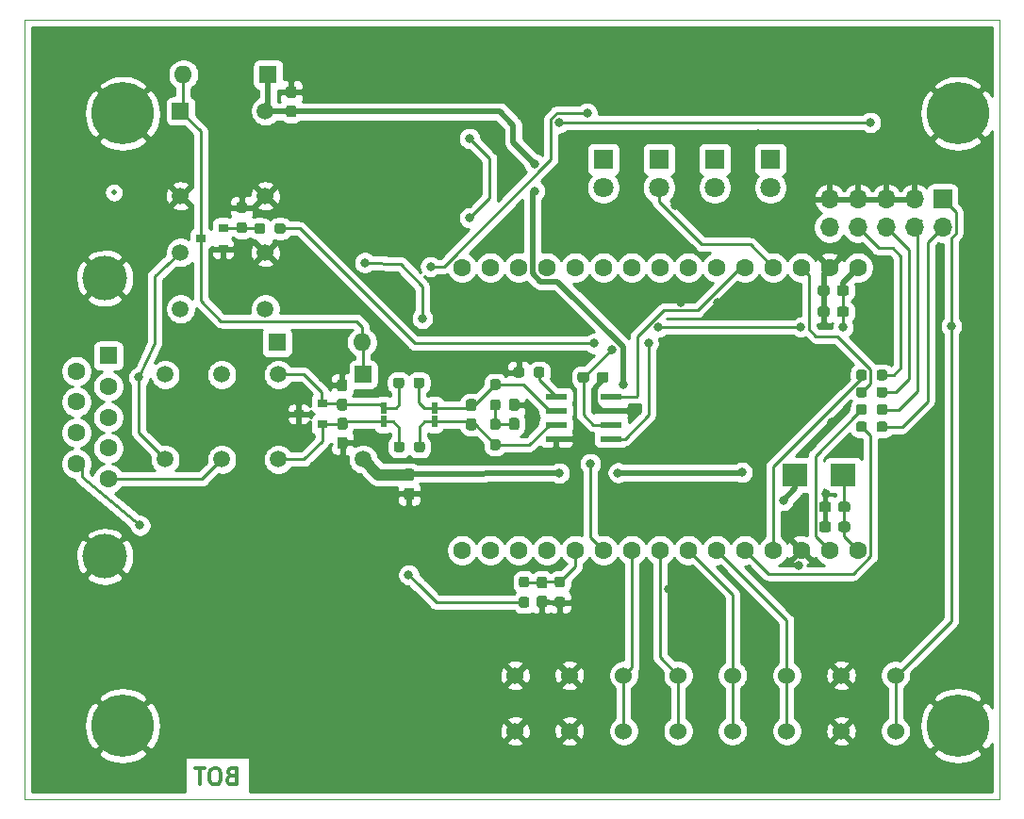
<source format=gbr>
%TF.GenerationSoftware,KiCad,Pcbnew,(5.1.6)-1*%
%TF.CreationDate,2020-12-01T15:16:14+01:00*%
%TF.ProjectId,Board,426f6172-642e-46b6-9963-61645f706362,rev?*%
%TF.SameCoordinates,PX253b400PY7a67730*%
%TF.FileFunction,Copper,L2,Bot*%
%TF.FilePolarity,Positive*%
%FSLAX46Y46*%
G04 Gerber Fmt 4.6, Leading zero omitted, Abs format (unit mm)*
G04 Created by KiCad (PCBNEW (5.1.6)-1) date 2020-12-01 15:16:14*
%MOMM*%
%LPD*%
G01*
G04 APERTURE LIST*
%TA.AperFunction,NonConductor*%
%ADD10C,0.300000*%
%TD*%
%TA.AperFunction,Profile*%
%ADD11C,0.050000*%
%TD*%
%TA.AperFunction,ComponentPad*%
%ADD12O,1.700000X1.700000*%
%TD*%
%TA.AperFunction,ComponentPad*%
%ADD13R,1.700000X1.700000*%
%TD*%
%TA.AperFunction,SMDPad,CuDef*%
%ADD14C,0.500000*%
%TD*%
%TA.AperFunction,ComponentPad*%
%ADD15C,1.600000*%
%TD*%
%TA.AperFunction,ComponentPad*%
%ADD16C,5.600000*%
%TD*%
%TA.AperFunction,ComponentPad*%
%ADD17O,1.600000X1.600000*%
%TD*%
%TA.AperFunction,ComponentPad*%
%ADD18R,1.600000X1.600000*%
%TD*%
%TA.AperFunction,ComponentPad*%
%ADD19C,4.000000*%
%TD*%
%TA.AperFunction,ComponentPad*%
%ADD20C,1.524000*%
%TD*%
%TA.AperFunction,ComponentPad*%
%ADD21R,1.508000X1.508000*%
%TD*%
%TA.AperFunction,ComponentPad*%
%ADD22C,1.508000*%
%TD*%
%TA.AperFunction,SMDPad,CuDef*%
%ADD23R,0.600000X1.000000*%
%TD*%
%TA.AperFunction,SMDPad,CuDef*%
%ADD24R,0.900000X0.800000*%
%TD*%
%TA.AperFunction,ComponentPad*%
%ADD25R,1.800000X1.800000*%
%TD*%
%TA.AperFunction,ComponentPad*%
%ADD26C,1.800000*%
%TD*%
%TA.AperFunction,SMDPad,CuDef*%
%ADD27R,2.290000X2.120000*%
%TD*%
%TA.AperFunction,SMDPad,CuDef*%
%ADD28R,1.981200X0.558800*%
%TD*%
%TA.AperFunction,ViaPad*%
%ADD29C,0.800000*%
%TD*%
%TA.AperFunction,Conductor*%
%ADD30C,0.250000*%
%TD*%
%TA.AperFunction,Conductor*%
%ADD31C,0.500000*%
%TD*%
%TA.AperFunction,Conductor*%
%ADD32C,1.000000*%
%TD*%
%TA.AperFunction,Conductor*%
%ADD33C,0.254000*%
%TD*%
G04 APERTURE END LIST*
D10*
X18550000Y2107143D02*
X18335714Y2035715D01*
X18264285Y1964286D01*
X18192857Y1821429D01*
X18192857Y1607143D01*
X18264285Y1464286D01*
X18335714Y1392858D01*
X18478571Y1321429D01*
X19050000Y1321429D01*
X19050000Y2821429D01*
X18550000Y2821429D01*
X18407142Y2750000D01*
X18335714Y2678572D01*
X18264285Y2535715D01*
X18264285Y2392858D01*
X18335714Y2250000D01*
X18407142Y2178572D01*
X18550000Y2107143D01*
X19050000Y2107143D01*
X17264285Y2821429D02*
X16978571Y2821429D01*
X16835714Y2750000D01*
X16692857Y2607143D01*
X16621428Y2321429D01*
X16621428Y1821429D01*
X16692857Y1535715D01*
X16835714Y1392858D01*
X16978571Y1321429D01*
X17264285Y1321429D01*
X17407142Y1392858D01*
X17550000Y1535715D01*
X17621428Y1821429D01*
X17621428Y2321429D01*
X17550000Y2607143D01*
X17407142Y2750000D01*
X17264285Y2821429D01*
X16192857Y2821429D02*
X15335714Y2821429D01*
X15764285Y1321429D02*
X15764285Y2821429D01*
D11*
X0Y70000000D02*
X0Y0D01*
X87500000Y70000000D02*
X0Y70000000D01*
X87500000Y0D02*
X87500000Y70000000D01*
X0Y0D02*
X87500000Y0D01*
D12*
%TO.P,J2,10*%
%TO.N,N/C*%
X72270000Y51390000D03*
%TO.P,J2,9*%
%TO.N,GND*%
X72270000Y53930000D03*
%TO.P,J2,8*%
%TO.N,Net-(J2-Pad8)*%
X74810000Y51390000D03*
%TO.P,J2,7*%
%TO.N,GND*%
X74810000Y53930000D03*
%TO.P,J2,6*%
%TO.N,Net-(J2-Pad6)*%
X77350000Y51390000D03*
%TO.P,J2,5*%
%TO.N,GND*%
X77350000Y53930000D03*
%TO.P,J2,4*%
%TO.N,Net-(J2-Pad4)*%
X79890000Y51390000D03*
%TO.P,J2,3*%
%TO.N,GND*%
X79890000Y53930000D03*
%TO.P,J2,2*%
%TO.N,Net-(J2-Pad2)*%
X82430000Y51390000D03*
D13*
%TO.P,J2,1*%
%TO.N,+3V3*%
X82430000Y53930000D03*
%TD*%
D14*
%TO.P,FID2,*%
%TO.N,*%
X8000000Y54500000D03*
%TD*%
D15*
%TO.P,U2,1*%
%TO.N,N/C*%
X39262000Y22374000D03*
%TO.P,U2,2*%
X41802000Y22374000D03*
%TO.P,U2,3*%
X44342000Y22374000D03*
%TO.P,U2,4*%
X46882000Y22374000D03*
%TO.P,U2,5*%
%TO.N,/MCU/OBD_Voltage_Check*%
X49422000Y22374000D03*
%TO.P,U2,6*%
%TO.N,/Connector/~OBD~\u005CCAN*%
X51962000Y22374000D03*
%TO.P,U2,7*%
%TO.N,/MCU/GPIO_4*%
X54502000Y22374000D03*
%TO.P,U2,8*%
%TO.N,/MCU/GPIO_3*%
X57042000Y22374000D03*
%TO.P,U2,9*%
%TO.N,/MCU/GPIO_2*%
X59582000Y22374000D03*
%TO.P,U2,10*%
%TO.N,/MCU/GPIO_1*%
X62122000Y22374000D03*
%TO.P,U2,11*%
%TO.N,/MCU/MTMS*%
X64662000Y22374000D03*
%TO.P,U2,12*%
%TO.N,/MCU/MTDI*%
X67202000Y22374000D03*
%TO.P,U2,13*%
%TO.N,GND*%
X69742000Y22374000D03*
%TO.P,U2,14*%
%TO.N,/MCU/MTCK*%
X72282000Y22374000D03*
%TO.P,U2,15*%
%TO.N,Net-(C12-Pad1)*%
X74822000Y22374000D03*
%TO.P,U2,16*%
%TO.N,N/C*%
X39262000Y47774000D03*
%TO.P,U2,17*%
X41802000Y47774000D03*
%TO.P,U2,18*%
X44342000Y47774000D03*
%TO.P,U2,19*%
X46882000Y47774000D03*
%TO.P,U2,20*%
%TO.N,/MCU/WiFi_Mode*%
X49422000Y47774000D03*
%TO.P,U2,21*%
%TO.N,/MCU/Indicator_AP_Mode*%
X51962000Y47774000D03*
%TO.P,U2,22*%
%TO.N,/MCU/Indicator_STA_Mode*%
X54502000Y47774000D03*
%TO.P,U2,23*%
%TO.N,/CAN_Transceiver/CAN_Rx*%
X57042000Y47774000D03*
%TO.P,U2,24*%
%TO.N,N/C*%
X59582000Y47774000D03*
%TO.P,U2,25*%
X62122000Y47774000D03*
%TO.P,U2,26*%
%TO.N,/CAN_Transceiver/CAN_Tx*%
X64662000Y47774000D03*
%TO.P,U2,27*%
%TO.N,/MCU/Indicator_Error*%
X67202000Y47774000D03*
%TO.P,U2,28*%
%TO.N,/MCU/MTDO*%
X69742000Y47774000D03*
%TO.P,U2,29*%
%TO.N,GND*%
X72282000Y47774000D03*
%TO.P,U2,30*%
%TO.N,+3V3*%
X74822000Y47774000D03*
%TD*%
D16*
%TO.P,MH4,1*%
%TO.N,GND*%
X83800000Y6600000D03*
%TD*%
%TO.P,MH3,1*%
%TO.N,GND*%
X83800000Y61600000D03*
%TD*%
%TO.P,MH2,1*%
%TO.N,GND*%
X8800000Y61600000D03*
%TD*%
%TO.P,MH1,1*%
%TO.N,GND*%
X8800000Y6600000D03*
%TD*%
D17*
%TO.P,D9,2*%
%TO.N,Net-(D7-Pad2)*%
X30270000Y41050000D03*
D18*
%TO.P,D9,1*%
%TO.N,+5V*%
X22650000Y41050000D03*
%TD*%
%TO.P,C18,2*%
%TO.N,GND*%
%TA.AperFunction,SMDPad,CuDef*%
G36*
G01*
X34272500Y27972500D02*
X34747500Y27972500D01*
G75*
G02*
X34985000Y27735000I0J-237500D01*
G01*
X34985000Y27135000D01*
G75*
G02*
X34747500Y26897500I-237500J0D01*
G01*
X34272500Y26897500D01*
G75*
G02*
X34035000Y27135000I0J237500D01*
G01*
X34035000Y27735000D01*
G75*
G02*
X34272500Y27972500I237500J0D01*
G01*
G37*
%TD.AperFunction*%
%TO.P,C18,1*%
%TO.N,+5V*%
%TA.AperFunction,SMDPad,CuDef*%
G36*
G01*
X34272500Y29697500D02*
X34747500Y29697500D01*
G75*
G02*
X34985000Y29460000I0J-237500D01*
G01*
X34985000Y28860000D01*
G75*
G02*
X34747500Y28622500I-237500J0D01*
G01*
X34272500Y28622500D01*
G75*
G02*
X34035000Y28860000I0J237500D01*
G01*
X34035000Y29460000D01*
G75*
G02*
X34272500Y29697500I237500J0D01*
G01*
G37*
%TD.AperFunction*%
%TD*%
%TO.P,C17,2*%
%TO.N,GND*%
%TA.AperFunction,SMDPad,CuDef*%
G36*
G01*
X51360000Y37672500D02*
X51360000Y38147500D01*
G75*
G02*
X51597500Y38385000I237500J0D01*
G01*
X52197500Y38385000D01*
G75*
G02*
X52435000Y38147500I0J-237500D01*
G01*
X52435000Y37672500D01*
G75*
G02*
X52197500Y37435000I-237500J0D01*
G01*
X51597500Y37435000D01*
G75*
G02*
X51360000Y37672500I0J237500D01*
G01*
G37*
%TD.AperFunction*%
%TO.P,C17,1*%
%TO.N,+3V3*%
%TA.AperFunction,SMDPad,CuDef*%
G36*
G01*
X49635000Y37672500D02*
X49635000Y38147500D01*
G75*
G02*
X49872500Y38385000I237500J0D01*
G01*
X50472500Y38385000D01*
G75*
G02*
X50710000Y38147500I0J-237500D01*
G01*
X50710000Y37672500D01*
G75*
G02*
X50472500Y37435000I-237500J0D01*
G01*
X49872500Y37435000D01*
G75*
G02*
X49635000Y37672500I0J237500D01*
G01*
G37*
%TD.AperFunction*%
%TD*%
D19*
%TO.P,J3,0*%
%TO.N,GND*%
X7200000Y21810000D03*
X7200000Y46810000D03*
D15*
%TO.P,J3,9*%
%TO.N,/Connector/OBD_VDD*%
X4660000Y30155000D03*
%TO.P,J3,8*%
%TO.N,N/C*%
X4660000Y32925000D03*
%TO.P,J3,7*%
%TO.N,/Connector/Pin_7*%
X4660000Y35695000D03*
%TO.P,J3,6*%
%TO.N,N/C*%
X4660000Y38465000D03*
%TO.P,J3,5*%
%TO.N,/Connector/Pin_5*%
X7500000Y28770000D03*
%TO.P,J3,4*%
%TO.N,N/C*%
X7500000Y31540000D03*
%TO.P,J3,3*%
%TO.N,/Connector/Pin_3*%
X7500000Y34310000D03*
%TO.P,J3,2*%
%TO.N,/Connector/Pin_2*%
X7500000Y37080000D03*
D18*
%TO.P,J3,1*%
%TO.N,N/C*%
X7500000Y39850000D03*
%TD*%
D20*
%TO.P,J1,8*%
%TO.N,GND*%
X44030000Y11130000D03*
%TO.P,J1,7*%
X48910000Y11130000D03*
%TO.P,J1,6*%
%TO.N,/MCU/GPIO_4*%
X53790000Y11130000D03*
%TO.P,J1,5*%
%TO.N,/MCU/GPIO_3*%
X58670000Y11130000D03*
%TO.P,J1,4*%
%TO.N,/MCU/GPIO_2*%
X63550000Y11130000D03*
%TO.P,J1,3*%
%TO.N,/MCU/GPIO_1*%
X68430000Y11130000D03*
%TO.P,J1,2*%
%TO.N,GND*%
X73310000Y11130000D03*
%TO.P,J1,1*%
%TO.N,+3V3*%
X78190000Y11130000D03*
%TO.P,J1,8*%
%TO.N,GND*%
X44030000Y6130000D03*
%TO.P,J1,7*%
X48910000Y6130000D03*
%TO.P,J1,6*%
%TO.N,/MCU/GPIO_4*%
X53790000Y6130000D03*
%TO.P,J1,5*%
%TO.N,/MCU/GPIO_3*%
X58670000Y6130000D03*
%TO.P,J1,4*%
%TO.N,/MCU/GPIO_2*%
X63550000Y6130000D03*
%TO.P,J1,3*%
%TO.N,/MCU/GPIO_1*%
X68430000Y6130000D03*
%TO.P,J1,2*%
%TO.N,GND*%
X73310000Y6130000D03*
%TO.P,J1,1*%
%TO.N,+3V3*%
X78190000Y6130000D03*
%TD*%
D21*
%TO.P,K2,1*%
%TO.N,Net-(D7-Pad2)*%
X30390000Y38160000D03*
D22*
%TO.P,K2,16*%
%TO.N,+5V*%
X30390000Y30540000D03*
%TO.P,K2,13*%
%TO.N,/CAN_Transceiver/BUS_L*%
X22770000Y30540000D03*
%TO.P,K2,4*%
%TO.N,/CAN_Transceiver/BUS_H*%
X22770000Y38160000D03*
%TO.P,K2,6*%
%TO.N,/Connector/Pin_3*%
X17690000Y38160000D03*
%TO.P,K2,11*%
%TO.N,/Connector/Pin_5*%
X17690000Y30540000D03*
%TO.P,K2,9*%
%TO.N,/Connector/Pin_2*%
X12610000Y30540000D03*
%TO.P,K2,8*%
%TO.N,/Connector/Pin_7*%
X12610000Y38160000D03*
%TD*%
%TO.P,R21,2*%
%TO.N,GND*%
%TA.AperFunction,SMDPad,CuDef*%
G36*
G01*
X44848500Y38591500D02*
X44848500Y38116500D01*
G75*
G02*
X44611000Y37879000I-237500J0D01*
G01*
X44111000Y37879000D01*
G75*
G02*
X43873500Y38116500I0J237500D01*
G01*
X43873500Y38591500D01*
G75*
G02*
X44111000Y38829000I237500J0D01*
G01*
X44611000Y38829000D01*
G75*
G02*
X44848500Y38591500I0J-237500D01*
G01*
G37*
%TD.AperFunction*%
%TO.P,R21,1*%
%TO.N,Net-(IC1-Pad8)*%
%TA.AperFunction,SMDPad,CuDef*%
G36*
G01*
X46673500Y38591500D02*
X46673500Y38116500D01*
G75*
G02*
X46436000Y37879000I-237500J0D01*
G01*
X45936000Y37879000D01*
G75*
G02*
X45698500Y38116500I0J237500D01*
G01*
X45698500Y38591500D01*
G75*
G02*
X45936000Y38829000I237500J0D01*
G01*
X46436000Y38829000D01*
G75*
G02*
X46673500Y38591500I0J-237500D01*
G01*
G37*
%TD.AperFunction*%
%TD*%
%TO.P,R18,2*%
%TO.N,GND*%
%TA.AperFunction,SMDPad,CuDef*%
G36*
G01*
X19727500Y52677500D02*
X19252500Y52677500D01*
G75*
G02*
X19015000Y52915000I0J237500D01*
G01*
X19015000Y53415000D01*
G75*
G02*
X19252500Y53652500I237500J0D01*
G01*
X19727500Y53652500D01*
G75*
G02*
X19965000Y53415000I0J-237500D01*
G01*
X19965000Y52915000D01*
G75*
G02*
X19727500Y52677500I-237500J0D01*
G01*
G37*
%TD.AperFunction*%
%TO.P,R18,1*%
%TO.N,Net-(Q1-Pad1)*%
%TA.AperFunction,SMDPad,CuDef*%
G36*
G01*
X19727500Y50852500D02*
X19252500Y50852500D01*
G75*
G02*
X19015000Y51090000I0J237500D01*
G01*
X19015000Y51590000D01*
G75*
G02*
X19252500Y51827500I237500J0D01*
G01*
X19727500Y51827500D01*
G75*
G02*
X19965000Y51590000I0J-237500D01*
G01*
X19965000Y51090000D01*
G75*
G02*
X19727500Y50852500I-237500J0D01*
G01*
G37*
%TD.AperFunction*%
%TD*%
%TO.P,R17,2*%
%TO.N,/Connector/~OBD~\u005CCAN*%
%TA.AperFunction,SMDPad,CuDef*%
G36*
G01*
X22432500Y51032500D02*
X22432500Y51507500D01*
G75*
G02*
X22670000Y51745000I237500J0D01*
G01*
X23170000Y51745000D01*
G75*
G02*
X23407500Y51507500I0J-237500D01*
G01*
X23407500Y51032500D01*
G75*
G02*
X23170000Y50795000I-237500J0D01*
G01*
X22670000Y50795000D01*
G75*
G02*
X22432500Y51032500I0J237500D01*
G01*
G37*
%TD.AperFunction*%
%TO.P,R17,1*%
%TO.N,Net-(Q1-Pad1)*%
%TA.AperFunction,SMDPad,CuDef*%
G36*
G01*
X20607500Y51032500D02*
X20607500Y51507500D01*
G75*
G02*
X20845000Y51745000I237500J0D01*
G01*
X21345000Y51745000D01*
G75*
G02*
X21582500Y51507500I0J-237500D01*
G01*
X21582500Y51032500D01*
G75*
G02*
X21345000Y50795000I-237500J0D01*
G01*
X20845000Y50795000D01*
G75*
G02*
X20607500Y51032500I0J237500D01*
G01*
G37*
%TD.AperFunction*%
%TD*%
%TO.P,R12,2*%
%TO.N,/MCU/MTMS*%
%TA.AperFunction,SMDPad,CuDef*%
G36*
G01*
X75635000Y33697500D02*
X75635000Y33222500D01*
G75*
G02*
X75397500Y32985000I-237500J0D01*
G01*
X74897500Y32985000D01*
G75*
G02*
X74660000Y33222500I0J237500D01*
G01*
X74660000Y33697500D01*
G75*
G02*
X74897500Y33935000I237500J0D01*
G01*
X75397500Y33935000D01*
G75*
G02*
X75635000Y33697500I0J-237500D01*
G01*
G37*
%TD.AperFunction*%
%TO.P,R12,1*%
%TO.N,Net-(J2-Pad2)*%
%TA.AperFunction,SMDPad,CuDef*%
G36*
G01*
X77460000Y33697500D02*
X77460000Y33222500D01*
G75*
G02*
X77222500Y32985000I-237500J0D01*
G01*
X76722500Y32985000D01*
G75*
G02*
X76485000Y33222500I0J237500D01*
G01*
X76485000Y33697500D01*
G75*
G02*
X76722500Y33935000I237500J0D01*
G01*
X77222500Y33935000D01*
G75*
G02*
X77460000Y33697500I0J-237500D01*
G01*
G37*
%TD.AperFunction*%
%TD*%
%TO.P,R11,2*%
%TO.N,/MCU/MTCK*%
%TA.AperFunction,SMDPad,CuDef*%
G36*
G01*
X75635000Y35247500D02*
X75635000Y34772500D01*
G75*
G02*
X75397500Y34535000I-237500J0D01*
G01*
X74897500Y34535000D01*
G75*
G02*
X74660000Y34772500I0J237500D01*
G01*
X74660000Y35247500D01*
G75*
G02*
X74897500Y35485000I237500J0D01*
G01*
X75397500Y35485000D01*
G75*
G02*
X75635000Y35247500I0J-237500D01*
G01*
G37*
%TD.AperFunction*%
%TO.P,R11,1*%
%TO.N,Net-(J2-Pad4)*%
%TA.AperFunction,SMDPad,CuDef*%
G36*
G01*
X77460000Y35247500D02*
X77460000Y34772500D01*
G75*
G02*
X77222500Y34535000I-237500J0D01*
G01*
X76722500Y34535000D01*
G75*
G02*
X76485000Y34772500I0J237500D01*
G01*
X76485000Y35247500D01*
G75*
G02*
X76722500Y35485000I237500J0D01*
G01*
X77222500Y35485000D01*
G75*
G02*
X77460000Y35247500I0J-237500D01*
G01*
G37*
%TD.AperFunction*%
%TD*%
%TO.P,R10,2*%
%TO.N,/MCU/MTDO*%
%TA.AperFunction,SMDPad,CuDef*%
G36*
G01*
X75635000Y36797500D02*
X75635000Y36322500D01*
G75*
G02*
X75397500Y36085000I-237500J0D01*
G01*
X74897500Y36085000D01*
G75*
G02*
X74660000Y36322500I0J237500D01*
G01*
X74660000Y36797500D01*
G75*
G02*
X74897500Y37035000I237500J0D01*
G01*
X75397500Y37035000D01*
G75*
G02*
X75635000Y36797500I0J-237500D01*
G01*
G37*
%TD.AperFunction*%
%TO.P,R10,1*%
%TO.N,Net-(J2-Pad6)*%
%TA.AperFunction,SMDPad,CuDef*%
G36*
G01*
X77460000Y36797500D02*
X77460000Y36322500D01*
G75*
G02*
X77222500Y36085000I-237500J0D01*
G01*
X76722500Y36085000D01*
G75*
G02*
X76485000Y36322500I0J237500D01*
G01*
X76485000Y36797500D01*
G75*
G02*
X76722500Y37035000I237500J0D01*
G01*
X77222500Y37035000D01*
G75*
G02*
X77460000Y36797500I0J-237500D01*
G01*
G37*
%TD.AperFunction*%
%TD*%
%TO.P,R9,2*%
%TO.N,/MCU/MTDI*%
%TA.AperFunction,SMDPad,CuDef*%
G36*
G01*
X75635000Y38347500D02*
X75635000Y37872500D01*
G75*
G02*
X75397500Y37635000I-237500J0D01*
G01*
X74897500Y37635000D01*
G75*
G02*
X74660000Y37872500I0J237500D01*
G01*
X74660000Y38347500D01*
G75*
G02*
X74897500Y38585000I237500J0D01*
G01*
X75397500Y38585000D01*
G75*
G02*
X75635000Y38347500I0J-237500D01*
G01*
G37*
%TD.AperFunction*%
%TO.P,R9,1*%
%TO.N,Net-(J2-Pad8)*%
%TA.AperFunction,SMDPad,CuDef*%
G36*
G01*
X77460000Y38347500D02*
X77460000Y37872500D01*
G75*
G02*
X77222500Y37635000I-237500J0D01*
G01*
X76722500Y37635000D01*
G75*
G02*
X76485000Y37872500I0J237500D01*
G01*
X76485000Y38347500D01*
G75*
G02*
X76722500Y38585000I237500J0D01*
G01*
X77222500Y38585000D01*
G75*
G02*
X77460000Y38347500I0J-237500D01*
G01*
G37*
%TD.AperFunction*%
%TD*%
%TO.P,R7,2*%
%TO.N,Net-(C6-Pad2)*%
%TA.AperFunction,SMDPad,CuDef*%
G36*
G01*
X42011500Y32341000D02*
X42486500Y32341000D01*
G75*
G02*
X42724000Y32103500I0J-237500D01*
G01*
X42724000Y31603500D01*
G75*
G02*
X42486500Y31366000I-237500J0D01*
G01*
X42011500Y31366000D01*
G75*
G02*
X41774000Y31603500I0J237500D01*
G01*
X41774000Y32103500D01*
G75*
G02*
X42011500Y32341000I237500J0D01*
G01*
G37*
%TD.AperFunction*%
%TO.P,R7,1*%
%TO.N,Net-(C7-Pad1)*%
%TA.AperFunction,SMDPad,CuDef*%
G36*
G01*
X42011500Y34166000D02*
X42486500Y34166000D01*
G75*
G02*
X42724000Y33928500I0J-237500D01*
G01*
X42724000Y33428500D01*
G75*
G02*
X42486500Y33191000I-237500J0D01*
G01*
X42011500Y33191000D01*
G75*
G02*
X41774000Y33428500I0J237500D01*
G01*
X41774000Y33928500D01*
G75*
G02*
X42011500Y34166000I237500J0D01*
G01*
G37*
%TD.AperFunction*%
%TD*%
%TO.P,R6,2*%
%TO.N,Net-(C7-Pad1)*%
%TA.AperFunction,SMDPad,CuDef*%
G36*
G01*
X42011500Y35920500D02*
X42486500Y35920500D01*
G75*
G02*
X42724000Y35683000I0J-237500D01*
G01*
X42724000Y35183000D01*
G75*
G02*
X42486500Y34945500I-237500J0D01*
G01*
X42011500Y34945500D01*
G75*
G02*
X41774000Y35183000I0J237500D01*
G01*
X41774000Y35683000D01*
G75*
G02*
X42011500Y35920500I237500J0D01*
G01*
G37*
%TD.AperFunction*%
%TO.P,R6,1*%
%TO.N,Net-(C6-Pad1)*%
%TA.AperFunction,SMDPad,CuDef*%
G36*
G01*
X42011500Y37745500D02*
X42486500Y37745500D01*
G75*
G02*
X42724000Y37508000I0J-237500D01*
G01*
X42724000Y37008000D01*
G75*
G02*
X42486500Y36770500I-237500J0D01*
G01*
X42011500Y36770500D01*
G75*
G02*
X41774000Y37008000I0J237500D01*
G01*
X41774000Y37508000D01*
G75*
G02*
X42011500Y37745500I237500J0D01*
G01*
G37*
%TD.AperFunction*%
%TD*%
%TO.P,R5,2*%
%TO.N,/CAN_Transceiver/BUS_L*%
%TA.AperFunction,SMDPad,CuDef*%
G36*
G01*
X34112500Y31887500D02*
X34112500Y31412500D01*
G75*
G02*
X33875000Y31175000I-237500J0D01*
G01*
X33375000Y31175000D01*
G75*
G02*
X33137500Y31412500I0J237500D01*
G01*
X33137500Y31887500D01*
G75*
G02*
X33375000Y32125000I237500J0D01*
G01*
X33875000Y32125000D01*
G75*
G02*
X34112500Y31887500I0J-237500D01*
G01*
G37*
%TD.AperFunction*%
%TO.P,R5,1*%
%TO.N,Net-(C6-Pad2)*%
%TA.AperFunction,SMDPad,CuDef*%
G36*
G01*
X35937500Y31887500D02*
X35937500Y31412500D01*
G75*
G02*
X35700000Y31175000I-237500J0D01*
G01*
X35200000Y31175000D01*
G75*
G02*
X34962500Y31412500I0J237500D01*
G01*
X34962500Y31887500D01*
G75*
G02*
X35200000Y32125000I237500J0D01*
G01*
X35700000Y32125000D01*
G75*
G02*
X35937500Y31887500I0J-237500D01*
G01*
G37*
%TD.AperFunction*%
%TD*%
%TO.P,R4,2*%
%TO.N,/CAN_Transceiver/BUS_H*%
%TA.AperFunction,SMDPad,CuDef*%
G36*
G01*
X34067500Y37637500D02*
X34067500Y37162500D01*
G75*
G02*
X33830000Y36925000I-237500J0D01*
G01*
X33330000Y36925000D01*
G75*
G02*
X33092500Y37162500I0J237500D01*
G01*
X33092500Y37637500D01*
G75*
G02*
X33330000Y37875000I237500J0D01*
G01*
X33830000Y37875000D01*
G75*
G02*
X34067500Y37637500I0J-237500D01*
G01*
G37*
%TD.AperFunction*%
%TO.P,R4,1*%
%TO.N,Net-(C6-Pad1)*%
%TA.AperFunction,SMDPad,CuDef*%
G36*
G01*
X35892500Y37637500D02*
X35892500Y37162500D01*
G75*
G02*
X35655000Y36925000I-237500J0D01*
G01*
X35155000Y36925000D01*
G75*
G02*
X34917500Y37162500I0J237500D01*
G01*
X34917500Y37637500D01*
G75*
G02*
X35155000Y37875000I237500J0D01*
G01*
X35655000Y37875000D01*
G75*
G02*
X35892500Y37637500I0J-237500D01*
G01*
G37*
%TD.AperFunction*%
%TD*%
%TO.P,R2,2*%
%TO.N,GND*%
%TA.AperFunction,SMDPad,CuDef*%
G36*
G01*
X47812500Y18182500D02*
X48287500Y18182500D01*
G75*
G02*
X48525000Y17945000I0J-237500D01*
G01*
X48525000Y17445000D01*
G75*
G02*
X48287500Y17207500I-237500J0D01*
G01*
X47812500Y17207500D01*
G75*
G02*
X47575000Y17445000I0J237500D01*
G01*
X47575000Y17945000D01*
G75*
G02*
X47812500Y18182500I237500J0D01*
G01*
G37*
%TD.AperFunction*%
%TO.P,R2,1*%
%TO.N,/MCU/OBD_Voltage_Check*%
%TA.AperFunction,SMDPad,CuDef*%
G36*
G01*
X47812500Y20007500D02*
X48287500Y20007500D01*
G75*
G02*
X48525000Y19770000I0J-237500D01*
G01*
X48525000Y19270000D01*
G75*
G02*
X48287500Y19032500I-237500J0D01*
G01*
X47812500Y19032500D01*
G75*
G02*
X47575000Y19270000I0J237500D01*
G01*
X47575000Y19770000D01*
G75*
G02*
X47812500Y20007500I237500J0D01*
G01*
G37*
%TD.AperFunction*%
%TD*%
%TO.P,R1,2*%
%TO.N,/MCU/OBD_Voltage_Check*%
%TA.AperFunction,SMDPad,CuDef*%
G36*
G01*
X45077500Y19032500D02*
X44602500Y19032500D01*
G75*
G02*
X44365000Y19270000I0J237500D01*
G01*
X44365000Y19770000D01*
G75*
G02*
X44602500Y20007500I237500J0D01*
G01*
X45077500Y20007500D01*
G75*
G02*
X45315000Y19770000I0J-237500D01*
G01*
X45315000Y19270000D01*
G75*
G02*
X45077500Y19032500I-237500J0D01*
G01*
G37*
%TD.AperFunction*%
%TO.P,R1,1*%
%TO.N,Net-(C16-Pad1)*%
%TA.AperFunction,SMDPad,CuDef*%
G36*
G01*
X45077500Y17207500D02*
X44602500Y17207500D01*
G75*
G02*
X44365000Y17445000I0J237500D01*
G01*
X44365000Y17945000D01*
G75*
G02*
X44602500Y18182500I237500J0D01*
G01*
X45077500Y18182500D01*
G75*
G02*
X45315000Y17945000I0J-237500D01*
G01*
X45315000Y17445000D01*
G75*
G02*
X45077500Y17207500I-237500J0D01*
G01*
G37*
%TD.AperFunction*%
%TD*%
%TO.P,C15,2*%
%TO.N,+3V3*%
%TA.AperFunction,SMDPad,CuDef*%
G36*
G01*
X72930000Y43552500D02*
X72930000Y44027500D01*
G75*
G02*
X73167500Y44265000I237500J0D01*
G01*
X73767500Y44265000D01*
G75*
G02*
X74005000Y44027500I0J-237500D01*
G01*
X74005000Y43552500D01*
G75*
G02*
X73767500Y43315000I-237500J0D01*
G01*
X73167500Y43315000D01*
G75*
G02*
X72930000Y43552500I0J237500D01*
G01*
G37*
%TD.AperFunction*%
%TO.P,C15,1*%
%TO.N,GND*%
%TA.AperFunction,SMDPad,CuDef*%
G36*
G01*
X71205000Y43552500D02*
X71205000Y44027500D01*
G75*
G02*
X71442500Y44265000I237500J0D01*
G01*
X72042500Y44265000D01*
G75*
G02*
X72280000Y44027500I0J-237500D01*
G01*
X72280000Y43552500D01*
G75*
G02*
X72042500Y43315000I-237500J0D01*
G01*
X71442500Y43315000D01*
G75*
G02*
X71205000Y43552500I0J237500D01*
G01*
G37*
%TD.AperFunction*%
%TD*%
%TO.P,C14,2*%
%TO.N,+3V3*%
%TA.AperFunction,SMDPad,CuDef*%
G36*
G01*
X72930000Y45462500D02*
X72930000Y45937500D01*
G75*
G02*
X73167500Y46175000I237500J0D01*
G01*
X73767500Y46175000D01*
G75*
G02*
X74005000Y45937500I0J-237500D01*
G01*
X74005000Y45462500D01*
G75*
G02*
X73767500Y45225000I-237500J0D01*
G01*
X73167500Y45225000D01*
G75*
G02*
X72930000Y45462500I0J237500D01*
G01*
G37*
%TD.AperFunction*%
%TO.P,C14,1*%
%TO.N,GND*%
%TA.AperFunction,SMDPad,CuDef*%
G36*
G01*
X71205000Y45462500D02*
X71205000Y45937500D01*
G75*
G02*
X71442500Y46175000I237500J0D01*
G01*
X72042500Y46175000D01*
G75*
G02*
X72280000Y45937500I0J-237500D01*
G01*
X72280000Y45462500D01*
G75*
G02*
X72042500Y45225000I-237500J0D01*
G01*
X71442500Y45225000D01*
G75*
G02*
X71205000Y45462500I0J237500D01*
G01*
G37*
%TD.AperFunction*%
%TD*%
%TO.P,C13,2*%
%TO.N,Net-(C12-Pad1)*%
%TA.AperFunction,SMDPad,CuDef*%
G36*
G01*
X73053000Y24232500D02*
X73053000Y24707500D01*
G75*
G02*
X73290500Y24945000I237500J0D01*
G01*
X73890500Y24945000D01*
G75*
G02*
X74128000Y24707500I0J-237500D01*
G01*
X74128000Y24232500D01*
G75*
G02*
X73890500Y23995000I-237500J0D01*
G01*
X73290500Y23995000D01*
G75*
G02*
X73053000Y24232500I0J237500D01*
G01*
G37*
%TD.AperFunction*%
%TO.P,C13,1*%
%TO.N,GND*%
%TA.AperFunction,SMDPad,CuDef*%
G36*
G01*
X71328000Y24232500D02*
X71328000Y24707500D01*
G75*
G02*
X71565500Y24945000I237500J0D01*
G01*
X72165500Y24945000D01*
G75*
G02*
X72403000Y24707500I0J-237500D01*
G01*
X72403000Y24232500D01*
G75*
G02*
X72165500Y23995000I-237500J0D01*
G01*
X71565500Y23995000D01*
G75*
G02*
X71328000Y24232500I0J237500D01*
G01*
G37*
%TD.AperFunction*%
%TD*%
%TO.P,C12,2*%
%TO.N,GND*%
%TA.AperFunction,SMDPad,CuDef*%
G36*
G01*
X72403000Y26497500D02*
X72403000Y26022500D01*
G75*
G02*
X72165500Y25785000I-237500J0D01*
G01*
X71565500Y25785000D01*
G75*
G02*
X71328000Y26022500I0J237500D01*
G01*
X71328000Y26497500D01*
G75*
G02*
X71565500Y26735000I237500J0D01*
G01*
X72165500Y26735000D01*
G75*
G02*
X72403000Y26497500I0J-237500D01*
G01*
G37*
%TD.AperFunction*%
%TO.P,C12,1*%
%TO.N,Net-(C12-Pad1)*%
%TA.AperFunction,SMDPad,CuDef*%
G36*
G01*
X74128000Y26497500D02*
X74128000Y26022500D01*
G75*
G02*
X73890500Y25785000I-237500J0D01*
G01*
X73290500Y25785000D01*
G75*
G02*
X73053000Y26022500I0J237500D01*
G01*
X73053000Y26497500D01*
G75*
G02*
X73290500Y26735000I237500J0D01*
G01*
X73890500Y26735000D01*
G75*
G02*
X74128000Y26497500I0J-237500D01*
G01*
G37*
%TD.AperFunction*%
%TD*%
%TO.P,C11,2*%
%TO.N,GND*%
%TA.AperFunction,SMDPad,CuDef*%
G36*
G01*
X24167500Y62985000D02*
X23692500Y62985000D01*
G75*
G02*
X23455000Y63222500I0J237500D01*
G01*
X23455000Y63822500D01*
G75*
G02*
X23692500Y64060000I237500J0D01*
G01*
X24167500Y64060000D01*
G75*
G02*
X24405000Y63822500I0J-237500D01*
G01*
X24405000Y63222500D01*
G75*
G02*
X24167500Y62985000I-237500J0D01*
G01*
G37*
%TD.AperFunction*%
%TO.P,C11,1*%
%TO.N,+5V*%
%TA.AperFunction,SMDPad,CuDef*%
G36*
G01*
X24167500Y61260000D02*
X23692500Y61260000D01*
G75*
G02*
X23455000Y61497500I0J237500D01*
G01*
X23455000Y62097500D01*
G75*
G02*
X23692500Y62335000I237500J0D01*
G01*
X24167500Y62335000D01*
G75*
G02*
X24405000Y62097500I0J-237500D01*
G01*
X24405000Y61497500D01*
G75*
G02*
X24167500Y61260000I-237500J0D01*
G01*
G37*
%TD.AperFunction*%
%TD*%
%TO.P,C7,2*%
%TO.N,GND*%
%TA.AperFunction,SMDPad,CuDef*%
G36*
G01*
X44177500Y34902500D02*
X43702500Y34902500D01*
G75*
G02*
X43465000Y35140000I0J237500D01*
G01*
X43465000Y35740000D01*
G75*
G02*
X43702500Y35977500I237500J0D01*
G01*
X44177500Y35977500D01*
G75*
G02*
X44415000Y35740000I0J-237500D01*
G01*
X44415000Y35140000D01*
G75*
G02*
X44177500Y34902500I-237500J0D01*
G01*
G37*
%TD.AperFunction*%
%TO.P,C7,1*%
%TO.N,Net-(C7-Pad1)*%
%TA.AperFunction,SMDPad,CuDef*%
G36*
G01*
X44177500Y33177500D02*
X43702500Y33177500D01*
G75*
G02*
X43465000Y33415000I0J237500D01*
G01*
X43465000Y34015000D01*
G75*
G02*
X43702500Y34252500I237500J0D01*
G01*
X44177500Y34252500D01*
G75*
G02*
X44415000Y34015000I0J-237500D01*
G01*
X44415000Y33415000D01*
G75*
G02*
X44177500Y33177500I-237500J0D01*
G01*
G37*
%TD.AperFunction*%
%TD*%
%TO.P,C6,2*%
%TO.N,Net-(C6-Pad2)*%
%TA.AperFunction,SMDPad,CuDef*%
G36*
G01*
X39852500Y34219000D02*
X40327500Y34219000D01*
G75*
G02*
X40565000Y33981500I0J-237500D01*
G01*
X40565000Y33381500D01*
G75*
G02*
X40327500Y33144000I-237500J0D01*
G01*
X39852500Y33144000D01*
G75*
G02*
X39615000Y33381500I0J237500D01*
G01*
X39615000Y33981500D01*
G75*
G02*
X39852500Y34219000I237500J0D01*
G01*
G37*
%TD.AperFunction*%
%TO.P,C6,1*%
%TO.N,Net-(C6-Pad1)*%
%TA.AperFunction,SMDPad,CuDef*%
G36*
G01*
X39852500Y35944000D02*
X40327500Y35944000D01*
G75*
G02*
X40565000Y35706500I0J-237500D01*
G01*
X40565000Y35106500D01*
G75*
G02*
X40327500Y34869000I-237500J0D01*
G01*
X39852500Y34869000D01*
G75*
G02*
X39615000Y35106500I0J237500D01*
G01*
X39615000Y35706500D01*
G75*
G02*
X39852500Y35944000I237500J0D01*
G01*
G37*
%TD.AperFunction*%
%TD*%
%TO.P,C5,2*%
%TO.N,/CAN_Transceiver/BUS_L*%
%TA.AperFunction,SMDPad,CuDef*%
G36*
G01*
X28767500Y33195000D02*
X28292500Y33195000D01*
G75*
G02*
X28055000Y33432500I0J237500D01*
G01*
X28055000Y34032500D01*
G75*
G02*
X28292500Y34270000I237500J0D01*
G01*
X28767500Y34270000D01*
G75*
G02*
X29005000Y34032500I0J-237500D01*
G01*
X29005000Y33432500D01*
G75*
G02*
X28767500Y33195000I-237500J0D01*
G01*
G37*
%TD.AperFunction*%
%TO.P,C5,1*%
%TO.N,GND*%
%TA.AperFunction,SMDPad,CuDef*%
G36*
G01*
X28767500Y31470000D02*
X28292500Y31470000D01*
G75*
G02*
X28055000Y31707500I0J237500D01*
G01*
X28055000Y32307500D01*
G75*
G02*
X28292500Y32545000I237500J0D01*
G01*
X28767500Y32545000D01*
G75*
G02*
X29005000Y32307500I0J-237500D01*
G01*
X29005000Y31707500D01*
G75*
G02*
X28767500Y31470000I-237500J0D01*
G01*
G37*
%TD.AperFunction*%
%TD*%
%TO.P,C4,2*%
%TO.N,GND*%
%TA.AperFunction,SMDPad,CuDef*%
G36*
G01*
X28747500Y36645000D02*
X28272500Y36645000D01*
G75*
G02*
X28035000Y36882500I0J237500D01*
G01*
X28035000Y37482500D01*
G75*
G02*
X28272500Y37720000I237500J0D01*
G01*
X28747500Y37720000D01*
G75*
G02*
X28985000Y37482500I0J-237500D01*
G01*
X28985000Y36882500D01*
G75*
G02*
X28747500Y36645000I-237500J0D01*
G01*
G37*
%TD.AperFunction*%
%TO.P,C4,1*%
%TO.N,/CAN_Transceiver/BUS_H*%
%TA.AperFunction,SMDPad,CuDef*%
G36*
G01*
X28747500Y34920000D02*
X28272500Y34920000D01*
G75*
G02*
X28035000Y35157500I0J237500D01*
G01*
X28035000Y35757500D01*
G75*
G02*
X28272500Y35995000I237500J0D01*
G01*
X28747500Y35995000D01*
G75*
G02*
X28985000Y35757500I0J-237500D01*
G01*
X28985000Y35157500D01*
G75*
G02*
X28747500Y34920000I-237500J0D01*
G01*
G37*
%TD.AperFunction*%
%TD*%
%TO.P,C1,2*%
%TO.N,GND*%
%TA.AperFunction,SMDPad,CuDef*%
G36*
G01*
X46212500Y18282500D02*
X46687500Y18282500D01*
G75*
G02*
X46925000Y18045000I0J-237500D01*
G01*
X46925000Y17445000D01*
G75*
G02*
X46687500Y17207500I-237500J0D01*
G01*
X46212500Y17207500D01*
G75*
G02*
X45975000Y17445000I0J237500D01*
G01*
X45975000Y18045000D01*
G75*
G02*
X46212500Y18282500I237500J0D01*
G01*
G37*
%TD.AperFunction*%
%TO.P,C1,1*%
%TO.N,/MCU/OBD_Voltage_Check*%
%TA.AperFunction,SMDPad,CuDef*%
G36*
G01*
X46212500Y20007500D02*
X46687500Y20007500D01*
G75*
G02*
X46925000Y19770000I0J-237500D01*
G01*
X46925000Y19170000D01*
G75*
G02*
X46687500Y18932500I-237500J0D01*
G01*
X46212500Y18932500D01*
G75*
G02*
X45975000Y19170000I0J237500D01*
G01*
X45975000Y19770000D01*
G75*
G02*
X46212500Y20007500I237500J0D01*
G01*
G37*
%TD.AperFunction*%
%TD*%
D23*
%TO.P,L2,3*%
%TO.N,/CAN_Transceiver/BUS_L*%
X32232000Y33924000D03*
%TO.P,L2,2*%
%TO.N,Net-(C6-Pad2)*%
X36782000Y33924000D03*
%TO.P,L2,4*%
%TO.N,/CAN_Transceiver/BUS_H*%
X32232000Y35174000D03*
%TO.P,L2,1*%
%TO.N,Net-(C6-Pad1)*%
X36782000Y35174000D03*
%TD*%
D24*
%TO.P,Q1,1*%
%TO.N,Net-(Q1-Pad1)*%
X17810000Y51340000D03*
%TO.P,Q1,2*%
%TO.N,GND*%
X17810000Y49440000D03*
%TO.P,Q1,3*%
%TO.N,Net-(D7-Pad2)*%
X15810000Y50390000D03*
%TD*%
D22*
%TO.P,K1,8*%
%TO.N,/Connector/Pin_3*%
X13990000Y44040000D03*
%TO.P,K1,9*%
%TO.N,/Connector/CAN_Mode*%
X21610000Y44040000D03*
%TO.P,K1,11*%
%TO.N,GND*%
X21610000Y49120000D03*
%TO.P,K1,6*%
%TO.N,/Connector/Pin_2*%
X13990000Y49120000D03*
%TO.P,K1,4*%
%TO.N,GND*%
X13990000Y54200000D03*
%TO.P,K1,13*%
X21610000Y54200000D03*
%TO.P,K1,16*%
%TO.N,+5V*%
X21610000Y61820000D03*
D21*
%TO.P,K1,1*%
%TO.N,Net-(D7-Pad2)*%
X13990000Y61820000D03*
%TD*%
D18*
%TO.P,D7,1*%
%TO.N,+5V*%
X21870000Y65100000D03*
D17*
%TO.P,D7,2*%
%TO.N,Net-(D7-Pad2)*%
X14250000Y65100000D03*
%TD*%
D25*
%TO.P,D6,1*%
%TO.N,Net-(D6-Pad1)*%
X51960000Y57490000D03*
D26*
%TO.P,D6,2*%
%TO.N,+3V3*%
X51960000Y54950000D03*
%TD*%
D27*
%TO.P,D2,A*%
%TO.N,+5V*%
X69180000Y29140000D03*
%TO.P,D2,C*%
%TO.N,Net-(C12-Pad1)*%
X73500000Y29140000D03*
%TD*%
D28*
%TO.P,IC1,1*%
%TO.N,/CAN_Transceiver/CAN_Tx*%
X52637600Y36195000D03*
%TO.P,IC1,2*%
%TO.N,GND*%
X52637600Y34925000D03*
%TO.P,IC1,3*%
%TO.N,+3V3*%
X52637600Y33655000D03*
%TO.P,IC1,4*%
%TO.N,/CAN_Transceiver/CAN_Rx*%
X52637600Y32385000D03*
%TO.P,IC1,5*%
%TO.N,GND*%
X47710000Y32385000D03*
%TO.P,IC1,6*%
%TO.N,Net-(C6-Pad2)*%
X47710000Y33655000D03*
%TO.P,IC1,7*%
%TO.N,Net-(C6-Pad1)*%
X47710000Y34925000D03*
%TO.P,IC1,8*%
%TO.N,Net-(IC1-Pad8)*%
X47710000Y36195000D03*
%TD*%
D25*
%TO.P,D5,1*%
%TO.N,Net-(D5-Pad1)*%
X66960000Y57490000D03*
D26*
%TO.P,D5,2*%
%TO.N,/MCU/Indicator_STA_Mode*%
X66960000Y54950000D03*
%TD*%
D25*
%TO.P,D4,1*%
%TO.N,Net-(D4-Pad1)*%
X61960000Y57490000D03*
D26*
%TO.P,D4,2*%
%TO.N,/MCU/Indicator_AP_Mode*%
X61960000Y54950000D03*
%TD*%
D25*
%TO.P,D3,1*%
%TO.N,Net-(D3-Pad1)*%
X56960000Y57490000D03*
D26*
%TO.P,D3,2*%
%TO.N,/MCU/Indicator_Error*%
X56960000Y54950000D03*
%TD*%
D24*
%TO.P,D1,1*%
%TO.N,/CAN_Transceiver/BUS_H*%
X26710000Y35560000D03*
%TO.P,D1,2*%
%TO.N,/CAN_Transceiver/BUS_L*%
X26710000Y33660000D03*
%TO.P,D1,3*%
%TO.N,GND*%
X24610000Y34610000D03*
%TD*%
D29*
%TO.N,GND*%
X65000000Y2500000D03*
X75000000Y2500000D03*
X85000000Y12500000D03*
X85000000Y22500000D03*
X85000000Y32500000D03*
X85000000Y42500000D03*
X85000000Y52500000D03*
X75000000Y67500000D03*
X65000000Y67500000D03*
X55000000Y67500000D03*
X45000000Y67500000D03*
X35000000Y67500000D03*
X25000000Y67500000D03*
X15000000Y67500000D03*
X5000000Y67500000D03*
X5000000Y52500000D03*
X5000000Y12500000D03*
X54720000Y35060000D03*
X31380000Y50580000D03*
X31380000Y54600000D03*
X45560000Y34450000D03*
X71940000Y27430000D03*
X53500000Y52000000D03*
X72500000Y33900000D03*
X73700000Y31700000D03*
X58400000Y53300000D03*
X14000000Y46350000D03*
X62200000Y44650000D03*
X52900000Y45550000D03*
X39150000Y42450000D03*
X45100000Y42400000D03*
X39300000Y38950000D03*
X45400000Y39800000D03*
X45400000Y59800000D03*
X48600000Y59000000D03*
X37950000Y55350000D03*
X40000000Y56000000D03*
X26250000Y45450000D03*
X33850000Y45450000D03*
X39200000Y45500000D03*
X43450000Y45600000D03*
X57200000Y40500000D03*
X57200000Y37300000D03*
X56150000Y32150000D03*
X57250000Y34550000D03*
X58900000Y44650000D03*
X59050000Y40650000D03*
X62300000Y40650000D03*
X66650000Y40650000D03*
X66400000Y44650000D03*
X71500000Y39550000D03*
X70950000Y35950000D03*
X72550000Y37500000D03*
X69000000Y34150000D03*
X66850000Y32300000D03*
X63150000Y30900000D03*
X58550000Y30900000D03*
X61100000Y30900000D03*
X63250000Y27600000D03*
X61150000Y27600000D03*
X58550000Y27600000D03*
X55600000Y27600000D03*
X33100000Y24400000D03*
X35950000Y24350000D03*
X33100000Y27150000D03*
X35950000Y39300000D03*
X33400000Y39750000D03*
X51400000Y14000000D03*
X51450000Y18850000D03*
X37050000Y19800000D03*
X34950000Y14900000D03*
X41050000Y19300000D03*
X41050000Y16100000D03*
X51850000Y8400000D03*
X56050000Y8450000D03*
X61200000Y8300000D03*
X66100000Y8300000D03*
X69950000Y8600000D03*
X35950000Y27050000D03*
X72600000Y17850000D03*
X69500000Y21000000D03*
X28550000Y38550000D03*
X28600000Y30600000D03*
X23350000Y34650000D03*
X69950000Y13500000D03*
X65900000Y13600000D03*
X61650000Y13500000D03*
X57850000Y18850000D03*
X58300000Y13600000D03*
X44000000Y50500000D03*
X75750000Y44750000D03*
X76000000Y41000000D03*
X49390000Y49790000D03*
X70520000Y1680000D03*
X60270000Y2330000D03*
X51240000Y1860000D03*
X55830000Y2380000D03*
X46660000Y3740000D03*
X46470000Y1540000D03*
X42120000Y1630000D03*
X24910000Y5000000D03*
X9510000Y17700000D03*
X68470000Y63020000D03*
X65750000Y64050000D03*
X65840000Y59750000D03*
X55780000Y63130000D03*
X51210000Y64570000D03*
X1291667Y68557500D03*
X1291667Y61557500D03*
X1291667Y54557500D03*
X1291667Y47557500D03*
X1291667Y40557500D03*
X1291667Y33557500D03*
X1291667Y26557500D03*
X1291667Y19557500D03*
X1291667Y12557500D03*
X1291667Y5557500D03*
X4291667Y1557500D03*
X5291667Y65557500D03*
X5291667Y58557500D03*
X5291667Y50557500D03*
X5291667Y43557500D03*
X5291667Y16557500D03*
X5291667Y9557500D03*
X9291667Y68557500D03*
X9291667Y55557500D03*
X9291667Y31557500D03*
X9291667Y13557500D03*
X10291667Y48557500D03*
X10291667Y41557500D03*
X10291667Y21557500D03*
X10291667Y2557500D03*
X12291667Y64557500D03*
X12291667Y35557500D03*
X12291667Y27557500D03*
X12291667Y9557500D03*
X13291667Y58557500D03*
X13291667Y17557500D03*
X14291667Y51557500D03*
X15291667Y23557500D03*
X15291667Y5557500D03*
X16291667Y32557500D03*
X16291667Y13557500D03*
X17291667Y68557500D03*
X17291667Y61557500D03*
X17291667Y47557500D03*
X18291667Y55557500D03*
X18291667Y41557500D03*
X19291667Y28557500D03*
X19291667Y18557500D03*
X19291667Y9557500D03*
X20291667Y36557500D03*
X22291667Y59557500D03*
X22291667Y14557500D03*
X22291667Y5557500D03*
X23291667Y67557500D03*
X23291667Y46557500D03*
X23291667Y32557500D03*
X23291667Y25557500D03*
X24291667Y54557500D03*
X25291667Y41557500D03*
X25291667Y10557500D03*
X25291667Y1557500D03*
X26291667Y63557500D03*
X26291667Y18557500D03*
X27291667Y28557500D03*
X28291667Y58557500D03*
X28291667Y6557500D03*
X29291667Y68557500D03*
X29291667Y14557500D03*
X30291667Y24557500D03*
X31291667Y2557500D03*
X32291667Y64557500D03*
X32291667Y41557500D03*
X32291667Y10557500D03*
X33291667Y51557500D03*
X35291667Y60557500D03*
X35291667Y6557500D03*
X36291667Y22557500D03*
X37291667Y68557500D03*
X37291667Y45557500D03*
X37291667Y37557500D03*
X37291667Y30557500D03*
X37291667Y16557500D03*
X37291667Y1557500D03*
X39291667Y63557500D03*
X39291667Y11557500D03*
X40291667Y26557500D03*
X41291667Y42557500D03*
X41291667Y5557500D03*
X42291667Y59557500D03*
X43291667Y67557500D03*
X43291667Y20557500D03*
X44291667Y30557500D03*
X44291667Y14557500D03*
X44291667Y1557500D03*
X45291667Y8557500D03*
X46291667Y63557500D03*
X46291667Y44557500D03*
X46291667Y25557500D03*
X48291667Y55557500D03*
X48291667Y39557500D03*
X49291667Y68557500D03*
X49291667Y3557500D03*
X50291667Y16557500D03*
X51291667Y51557500D03*
X51291667Y10557500D03*
X52291667Y26557500D03*
X53291667Y65557500D03*
X53291667Y43557500D03*
X53291667Y20557500D03*
X54291667Y59557500D03*
X55291667Y4557500D03*
X57291667Y68557500D03*
X57291667Y24557500D03*
X58291667Y16557500D03*
X59291667Y63557500D03*
X59291667Y56557500D03*
X59291667Y38557500D03*
X61291667Y33557500D03*
X61291667Y11557500D03*
X62291667Y3557500D03*
X63291667Y67557500D03*
X63291667Y25557500D03*
X64291667Y54557500D03*
X64291667Y45557500D03*
X65291667Y37557500D03*
X65291667Y16557500D03*
X66291667Y6557500D03*
X67291667Y50557500D03*
X68291667Y65557500D03*
X68291667Y1557500D03*
X69291667Y59557500D03*
X69291667Y40557500D03*
X69291667Y24557500D03*
X70291667Y18557500D03*
X70291667Y11557500D03*
X72291667Y68557500D03*
X73291667Y3557500D03*
X74291667Y63557500D03*
X74291667Y15557500D03*
X75291667Y9557500D03*
X77291667Y31557500D03*
X77291667Y24557500D03*
X78291667Y67557500D03*
X78291667Y18557500D03*
X78291667Y1557500D03*
X81291667Y28557500D03*
X81291667Y11557500D03*
X83291667Y65557500D03*
X84291667Y44557500D03*
X84291667Y36557500D03*
X84291667Y24557500D03*
X84291667Y17557500D03*
X84291667Y2557500D03*
X86291667Y54557500D03*
X86291667Y30557500D03*
%TO.N,/CAN_Transceiver/CAN_Rx*%
X56000000Y40950000D03*
%TO.N,/MCU/WiFi_Mode*%
X47980000Y60760000D03*
X75943722Y60806278D03*
%TO.N,+3V3*%
X73490000Y42390000D03*
X83200000Y42500000D03*
X52700000Y40400000D03*
X56900000Y42400000D03*
X69700000Y42400000D03*
%TO.N,/Connector/OBD_VDD*%
X10350000Y24600000D03*
%TO.N,/Connector/Pin_2*%
X10250000Y37900000D03*
%TO.N,/Connector/CAN_Mode*%
X36450000Y47850000D03*
X50500000Y61650000D03*
%TO.N,+5V*%
X68120000Y26860000D03*
X45787500Y57087500D03*
X53279415Y29320585D03*
X64414000Y29364000D03*
X48000000Y29300000D03*
X45800000Y54650000D03*
X53750000Y37250000D03*
%TO.N,Net-(C3-Pad1)*%
X39960000Y52220000D03*
X39930000Y59360000D03*
%TO.N,/Connector/~OBD~\u005CCAN*%
X50800000Y30150000D03*
X51100000Y40950000D03*
%TO.N,Net-(C16-Pad1)*%
X34484902Y20154902D03*
X30550000Y48200000D03*
X35700000Y43200000D03*
%TD*%
D30*
%TO.N,GND*%
X47690000Y32365000D02*
X47710000Y32385000D01*
X44270000Y38445000D02*
X44361000Y38354000D01*
X19490000Y53165000D02*
X20575000Y53165000D01*
X20575000Y53165000D02*
X21610000Y54200000D01*
X54585000Y34925000D02*
X54720000Y35060000D01*
X52637600Y34925000D02*
X54585000Y34925000D01*
X48000000Y17745000D02*
X48050000Y17695000D01*
X46450000Y17745000D02*
X48000000Y17745000D01*
X51897500Y37910000D02*
X51897500Y37727500D01*
X23390000Y34610000D02*
X23350000Y34650000D01*
X24610000Y34610000D02*
X23390000Y34610000D01*
X28510000Y38510000D02*
X28550000Y38550000D01*
X28510000Y37182500D02*
X28510000Y38510000D01*
X28530000Y30670000D02*
X28600000Y30600000D01*
X28530000Y32007500D02*
X28530000Y30670000D01*
D31*
X51897500Y37910000D02*
X51897500Y37647500D01*
X51827598Y34925000D02*
X52637600Y34925000D01*
X51196999Y36946999D02*
X51196999Y35555599D01*
X51196999Y35555599D02*
X51827598Y34925000D01*
X51897500Y37647500D02*
X51196999Y36946999D01*
X71742500Y47234500D02*
X72282000Y47774000D01*
X71742500Y45700000D02*
X71742500Y47234500D01*
D30*
%TO.N,/CAN_Transceiver/CAN_Tx*%
X64250998Y47774000D02*
X64662000Y47774000D01*
X60401997Y43924999D02*
X64250998Y47774000D01*
X57351997Y43924999D02*
X60401997Y43924999D01*
X52637600Y36195000D02*
X54945000Y36195000D01*
X54945000Y36195000D02*
X55000000Y36250000D01*
X55000000Y41573002D02*
X57351997Y43924999D01*
X55000000Y36250000D02*
X55000000Y41573002D01*
%TO.N,/CAN_Transceiver/CAN_Rx*%
X56000000Y34506800D02*
X56000000Y40950000D01*
X52637600Y32385000D02*
X53878200Y32385000D01*
X53878200Y32385000D02*
X56000000Y34506800D01*
%TO.N,/MCU/WiFi_Mode*%
X75943722Y60806278D02*
X47980000Y60760000D01*
%TO.N,/MCU/MTDI*%
X75147700Y38109800D02*
X75148000Y38110000D01*
X75147500Y38110000D02*
X75147700Y38109800D01*
X67202000Y29897510D02*
X75147500Y37843010D01*
X75147500Y37843010D02*
X75147500Y38110000D01*
X67202000Y22374000D02*
X67202000Y29897510D01*
%TO.N,/MCU/MTDO*%
X75568000Y36980400D02*
X75567900Y36980400D01*
X75567900Y36980400D02*
X75147500Y36560000D01*
X75568000Y36980400D02*
X75148000Y36560000D01*
X75147500Y36560000D02*
X75960010Y37372510D01*
X70425001Y42224999D02*
X70425001Y47090999D01*
X75960010Y37372510D02*
X75960010Y38580500D01*
X70425001Y47090999D02*
X69742000Y47774000D01*
X75960010Y38580500D02*
X72940510Y41600000D01*
X72940510Y41600000D02*
X71050000Y41600000D01*
X71050000Y41600000D02*
X70425001Y42224999D01*
%TO.N,/MCU/MTCK*%
X70998000Y30861000D02*
X74733000Y34595100D01*
X74733000Y34595100D02*
X75147500Y35009600D01*
X75147500Y35009600D02*
X75147500Y35010000D01*
X74733000Y34595100D02*
X75148000Y35010000D01*
X71002990Y30856010D02*
X70998000Y30861000D01*
X71002990Y23653010D02*
X71002990Y30856010D01*
X72282000Y22374000D02*
X71002990Y23653010D01*
%TO.N,/MCU/MTMS*%
X75947001Y21833999D02*
X75947001Y32660499D01*
X74388001Y20274999D02*
X75947001Y21833999D01*
X66761001Y20274999D02*
X74388001Y20274999D01*
X75947001Y32660499D02*
X75147500Y33460000D01*
X64662000Y22374000D02*
X66761001Y20274999D01*
%TO.N,/CAN_Transceiver/BUS_H*%
X26710000Y35560000D02*
X28407500Y35560000D01*
X32232000Y35174000D02*
X33304000Y35174000D01*
X33304000Y35174000D02*
X33580000Y35450000D01*
X33580000Y35450000D02*
X33580000Y37400000D01*
X31948500Y35457500D02*
X32232000Y35174000D01*
X28510000Y35457500D02*
X31948500Y35457500D01*
X22770000Y38160000D02*
X25090000Y38160000D01*
X25090000Y38160000D02*
X26650000Y36600000D01*
X26650000Y35620000D02*
X26710000Y35560000D01*
X26650000Y36600000D02*
X26650000Y35620000D01*
%TO.N,/CAN_Transceiver/BUS_L*%
X26710000Y33660000D02*
X28457500Y33660000D01*
X32040500Y33732500D02*
X32232000Y33924000D01*
X32232000Y33924000D02*
X33066000Y33924000D01*
X33066000Y33924000D02*
X33625000Y33365000D01*
X33625000Y33365000D02*
X33625000Y31650000D01*
X28721500Y33924000D02*
X28530000Y33732500D01*
X32232000Y33924000D02*
X28721500Y33924000D01*
X22770000Y30540000D02*
X25090000Y30540000D01*
X26710000Y32160000D02*
X26710000Y33660000D01*
X25090000Y30540000D02*
X26710000Y32160000D01*
%TO.N,/MCU/Indicator_Error*%
X56960000Y54950000D02*
X56960000Y53677208D01*
X65143501Y49832499D02*
X60804709Y49832499D01*
X60804709Y49832499D02*
X56960000Y53677208D01*
X67202000Y47774000D02*
X65143501Y49832499D01*
%TO.N,+3V3*%
X73467500Y43790000D02*
X73468000Y43790000D01*
X73467500Y45700000D02*
X73468000Y45700000D01*
X73468000Y45700000D02*
X73468000Y43790000D01*
X73468000Y45700200D02*
X73468000Y45700000D01*
X78190000Y6130000D02*
X78190000Y11130000D01*
X73463000Y45704500D02*
X73468000Y45700200D01*
X73490000Y43767500D02*
X73467500Y43790000D01*
X73490000Y42390000D02*
X73490000Y43767500D01*
X83200000Y42500000D02*
X83200000Y16000000D01*
X78330000Y11130000D02*
X78190000Y11130000D01*
X83200000Y16000000D02*
X78330000Y11130000D01*
X50160000Y37910000D02*
X50160000Y34550000D01*
X51055000Y33655000D02*
X52637600Y33655000D01*
X50160000Y34550000D02*
X51055000Y33655000D01*
X52700000Y40400000D02*
X50160000Y37910000D01*
X56900000Y42400000D02*
X69700000Y42400000D01*
D31*
X73467500Y46419500D02*
X74822000Y47774000D01*
X73467500Y45700000D02*
X73467500Y46419500D01*
D30*
X83605001Y52754999D02*
X82430000Y53930000D01*
X83200000Y50420998D02*
X83605001Y50825999D01*
X83605001Y50825999D02*
X83605001Y52754999D01*
X83200000Y42500000D02*
X83200000Y50420998D01*
%TO.N,/Connector/OBD_VDD*%
X5160000Y28973630D02*
X5160000Y30105000D01*
X10350000Y24600000D02*
X5160000Y28973630D01*
%TO.N,/MCU/GPIO_4*%
X53790000Y6130000D02*
X53790000Y11130000D01*
X54502000Y11842000D02*
X53790000Y11130000D01*
X54502000Y22374000D02*
X54502000Y11842000D01*
%TO.N,/MCU/GPIO_3*%
X58670000Y6130000D02*
X58670000Y11130000D01*
X57042000Y12758000D02*
X58670000Y11130000D01*
X57042000Y22374000D02*
X57042000Y12758000D01*
%TO.N,/MCU/GPIO_2*%
X63550000Y6130000D02*
X63550000Y11130000D01*
X63550000Y18406000D02*
X63550000Y11130000D01*
X59582000Y22374000D02*
X63550000Y18406000D01*
%TO.N,/MCU/GPIO_1*%
X68430000Y6130000D02*
X68430000Y11130000D01*
X68430000Y16066000D02*
X68430000Y11130000D01*
X62122000Y22374000D02*
X68430000Y16066000D01*
%TO.N,/MCU/OBD_Voltage_Check*%
X48190000Y19660000D02*
X48050000Y19520000D01*
X46500000Y19520000D02*
X46450000Y19470000D01*
X48050000Y19520000D02*
X46500000Y19520000D01*
X44890000Y19470000D02*
X44840000Y19520000D01*
X46450000Y19470000D02*
X44890000Y19470000D01*
X49422000Y20892000D02*
X48050000Y19520000D01*
X49422000Y22374000D02*
X49422000Y20892000D01*
%TO.N,Net-(C6-Pad1)*%
X35405000Y37400000D02*
X35405000Y35645000D01*
X35405000Y35645000D02*
X35876000Y35174000D01*
X35876000Y35174000D02*
X36782000Y35174000D01*
X36782000Y35174000D02*
X39857500Y35174000D01*
X39857500Y35174000D02*
X40090000Y35406500D01*
X40090000Y35406500D02*
X40397500Y35406500D01*
X40397500Y35406500D02*
X42249000Y37258000D01*
X42249000Y37258000D02*
X44792000Y37258000D01*
X44792000Y37258000D02*
X47125000Y34925000D01*
X47125000Y34925000D02*
X47710000Y34925000D01*
%TO.N,/Connector/Pin_5*%
X15920000Y28770000D02*
X17690000Y30540000D01*
X7500000Y28770000D02*
X15920000Y28770000D01*
%TO.N,/Connector/Pin_2*%
X11650000Y47000000D02*
X13990000Y49120000D01*
X10250000Y37900000D02*
X11650000Y40950000D01*
X11650000Y40950000D02*
X11650000Y47000000D01*
X10250000Y32900000D02*
X12610000Y30540000D01*
X10250000Y37900000D02*
X10250000Y32900000D01*
%TO.N,/Connector/CAN_Mode*%
X36450000Y47850000D02*
X37623002Y47850000D01*
X47254999Y57481997D02*
X47254999Y61108001D01*
X37623002Y47850000D02*
X47254999Y57481997D01*
X47254999Y61108001D02*
X47796998Y61650000D01*
X47796998Y61650000D02*
X50500000Y61650000D01*
%TO.N,Net-(Q1-Pad1)*%
X17810000Y51340000D02*
X19490000Y51340000D01*
X19490000Y51340000D02*
X21025000Y51340000D01*
X21025000Y51340000D02*
X21095000Y51270000D01*
D31*
%TO.N,+5V*%
X23930000Y61797500D02*
X21632500Y61797500D01*
D30*
X21632500Y61797500D02*
X21610000Y61820000D01*
D31*
X21870000Y65100000D02*
X21870000Y62080000D01*
D30*
X21870000Y62080000D02*
X21610000Y61820000D01*
D31*
X43880000Y58995000D02*
X43880000Y60560000D01*
X43880000Y60560000D02*
X42642500Y61797500D01*
X42642500Y61797500D02*
X23930000Y61797500D01*
D30*
X34570200Y29220200D02*
X34510000Y29160000D01*
D31*
X69180000Y27920000D02*
X68120000Y26860000D01*
X69180000Y29140000D02*
X69180000Y27920000D01*
X45787500Y57087500D02*
X43880000Y58995000D01*
X53279415Y29320585D02*
X64370585Y29320585D01*
X64370585Y29320585D02*
X64414000Y29364000D01*
X48000000Y29300000D02*
X34570200Y29220200D01*
D32*
X31770000Y29160000D02*
X30390000Y30540000D01*
X34510000Y29160000D02*
X31770000Y29160000D01*
D31*
X53750000Y37250000D02*
X53750000Y40608002D01*
X45592001Y54442001D02*
X45800000Y54650000D01*
X45592001Y47213997D02*
X45592001Y54442001D01*
X47834003Y46523999D02*
X46281999Y46523999D01*
X46281999Y46523999D02*
X45592001Y47213997D01*
X53750000Y40608002D02*
X47834003Y46523999D01*
D30*
%TO.N,Net-(D7-Pad2)*%
X14250000Y65100000D02*
X14250000Y62080000D01*
X14250000Y62080000D02*
X13990000Y61820000D01*
X15810000Y50390000D02*
X15810000Y60000000D01*
X15810000Y60000000D02*
X13990000Y61820000D01*
X15810000Y44790000D02*
X15810000Y50390000D01*
X17639001Y42960999D02*
X15810000Y44790000D01*
X29759001Y42960999D02*
X17639001Y42960999D01*
X30390000Y40930000D02*
X30270000Y41050000D01*
X30390000Y38160000D02*
X30390000Y40930000D01*
X30270000Y42450000D02*
X29759001Y42960999D01*
X30270000Y41050000D02*
X30270000Y42450000D01*
%TO.N,Net-(C6-Pad2)*%
X35450000Y31650000D02*
X35450000Y33470000D01*
X35450000Y33470000D02*
X35904000Y33924000D01*
X35904000Y33924000D02*
X36782000Y33924000D01*
X36782000Y33924000D02*
X39847500Y33924000D01*
X39847500Y33924000D02*
X40090000Y33681500D01*
X40090000Y33681500D02*
X40421000Y33681500D01*
X40421000Y33681500D02*
X42249000Y31853500D01*
X42249000Y31853500D02*
X45323500Y31853500D01*
X45323500Y31853500D02*
X47125000Y33655000D01*
X47125000Y33655000D02*
X47710000Y33655000D01*
%TO.N,Net-(C7-Pad1)*%
X42252000Y33681500D02*
X42249000Y33678500D01*
X42249000Y35433000D02*
X42249000Y33678500D01*
X42249000Y33678500D02*
X43903500Y33678500D01*
X43903500Y33678500D02*
X43940000Y33715000D01*
%TO.N,Net-(J2-Pad2)*%
X76972300Y33460200D02*
X76972000Y33460000D01*
X76972500Y33460000D02*
X76972300Y33460200D01*
X82016668Y50976668D02*
X82430000Y51390000D01*
X81060000Y50020000D02*
X82430000Y51390000D01*
X81060000Y35750000D02*
X81060000Y50020000D01*
X76972500Y33460000D02*
X78770000Y33460000D01*
X78770000Y33460000D02*
X81060000Y35750000D01*
%TO.N,Net-(J2-Pad4)*%
X80505000Y51980000D02*
X79830000Y51980000D01*
X76972300Y35010200D02*
X76972000Y35010000D01*
X76972500Y35010000D02*
X76972300Y35010200D01*
X80130000Y51150000D02*
X79890000Y51390000D01*
X80130000Y36640000D02*
X80130000Y51150000D01*
X76972500Y35010000D02*
X78500000Y35010000D01*
X78500000Y35010000D02*
X80130000Y36640000D01*
%TO.N,Net-(J2-Pad6)*%
X76972300Y36560200D02*
X76972000Y36560000D01*
X76972500Y36560000D02*
X76972300Y36560200D01*
X79370000Y49370000D02*
X77350000Y51390000D01*
X79370000Y37740000D02*
X79370000Y49370000D01*
X76972500Y36560000D02*
X78190000Y36560000D01*
X78190000Y36560000D02*
X79370000Y37740000D01*
%TO.N,Net-(J2-Pad8)*%
X76972500Y38110000D02*
X76972000Y38110000D01*
X76830000Y38252500D02*
X76972000Y38110000D01*
X76680000Y49520000D02*
X74810000Y51390000D01*
X78030000Y38110000D02*
X78680000Y38760000D01*
X76972500Y38110000D02*
X78030000Y38110000D01*
X78680000Y38760000D02*
X78680000Y48810000D01*
X78680000Y48810000D02*
X77970000Y49520000D01*
X77970000Y49520000D02*
X76680000Y49520000D01*
%TO.N,Net-(C3-Pad1)*%
X39960000Y59330000D02*
X39930000Y59360000D01*
X39960000Y52220000D02*
X41750000Y54010000D01*
X41750000Y57540000D02*
X39930000Y59360000D01*
X41750000Y54010000D02*
X41750000Y57540000D01*
%TO.N,Net-(C12-Pad1)*%
X73590000Y25180000D02*
X73590500Y25179500D01*
X73590500Y25179500D02*
X73590500Y24470000D01*
X73590000Y25180000D02*
X73590000Y25890000D01*
X73590000Y24470000D02*
X73590000Y25180000D01*
X73590000Y27780000D02*
X73590500Y27779500D01*
X73590500Y27779500D02*
X73590500Y26260000D01*
X73590000Y26260000D02*
X73590000Y27780000D01*
X73590000Y24185000D02*
X73590000Y24470000D01*
X73590000Y25890000D02*
X73590000Y26260000D01*
X73590000Y29050000D02*
X73500000Y29140000D01*
X73590000Y27780000D02*
X73590000Y29050000D01*
X73590500Y23605500D02*
X73590500Y24470000D01*
X74822000Y22374000D02*
X73590500Y23605500D01*
%TO.N,/Connector/~OBD~\u005CCAN*%
X22920000Y51270000D02*
X23425002Y51270000D01*
X51796000Y22540000D02*
X51962000Y22374000D01*
X50800000Y23536000D02*
X50800000Y30150000D01*
X51962000Y22374000D02*
X50800000Y23536000D01*
X35000000Y40950000D02*
X24680000Y51270000D01*
X24680000Y51270000D02*
X22920000Y51270000D01*
X51100000Y40950000D02*
X35000000Y40950000D01*
%TO.N,Net-(C16-Pad1)*%
X36945000Y17695000D02*
X35460000Y19180000D01*
X44840000Y17695000D02*
X36945000Y17695000D01*
X35459804Y19180000D02*
X35460000Y19180000D01*
X34484902Y20154902D02*
X35459804Y19180000D01*
X35700000Y46050000D02*
X33800000Y48100000D01*
X35700000Y43200000D02*
X35700000Y46050000D01*
X33800000Y48100000D02*
X30550000Y48200000D01*
%TO.N,Net-(IC1-Pad8)*%
X47710000Y36195000D02*
X46186000Y37719000D01*
X46186000Y37719000D02*
X46186000Y38354000D01*
%TD*%
D33*
%TO.N,GND*%
G36*
X86840001Y63199316D02*
G01*
X86674639Y63510530D01*
X86665177Y63524692D01*
X86216481Y63836876D01*
X83979605Y61600000D01*
X86216481Y59363124D01*
X86665177Y59675308D01*
X86840001Y60000449D01*
X86840000Y8199317D01*
X86674639Y8510530D01*
X86665177Y8524692D01*
X86216481Y8836876D01*
X83979605Y6600000D01*
X86216481Y4363124D01*
X86665177Y4675308D01*
X86840000Y5000447D01*
X86840000Y660000D01*
X20192143Y660000D01*
X20192143Y3790000D01*
X14407857Y3790000D01*
X14407857Y660000D01*
X660000Y660000D01*
X660000Y4183519D01*
X6563124Y4183519D01*
X6875308Y3734823D01*
X7471259Y3414388D01*
X8118273Y3216374D01*
X8791484Y3148390D01*
X9465023Y3213051D01*
X10113006Y3407870D01*
X10710530Y3725361D01*
X10724692Y3734823D01*
X11036876Y4183519D01*
X81563124Y4183519D01*
X81875308Y3734823D01*
X82471259Y3414388D01*
X83118273Y3216374D01*
X83791484Y3148390D01*
X84465023Y3213051D01*
X85113006Y3407870D01*
X85710530Y3725361D01*
X85724692Y3734823D01*
X86036876Y4183519D01*
X83800000Y6420395D01*
X81563124Y4183519D01*
X11036876Y4183519D01*
X8800000Y6420395D01*
X6563124Y4183519D01*
X660000Y4183519D01*
X660000Y6608516D01*
X5348390Y6608516D01*
X5413051Y5934977D01*
X5607870Y5286994D01*
X5925361Y4689470D01*
X5934823Y4675308D01*
X6383519Y4363124D01*
X8620395Y6600000D01*
X8979605Y6600000D01*
X11216481Y4363124D01*
X11665177Y4675308D01*
X11928174Y5164435D01*
X43244040Y5164435D01*
X43311020Y4924344D01*
X43560048Y4807244D01*
X43827135Y4740977D01*
X44102017Y4728090D01*
X44374133Y4769078D01*
X44633023Y4862364D01*
X44748980Y4924344D01*
X44815960Y5164435D01*
X48124040Y5164435D01*
X48191020Y4924344D01*
X48440048Y4807244D01*
X48707135Y4740977D01*
X48982017Y4728090D01*
X49254133Y4769078D01*
X49513023Y4862364D01*
X49628980Y4924344D01*
X49695960Y5164435D01*
X48910000Y5950395D01*
X48124040Y5164435D01*
X44815960Y5164435D01*
X44030000Y5950395D01*
X43244040Y5164435D01*
X11928174Y5164435D01*
X11985612Y5271259D01*
X12183626Y5918273D01*
X12197734Y6057983D01*
X42628090Y6057983D01*
X42669078Y5785867D01*
X42762364Y5526977D01*
X42824344Y5411020D01*
X43064435Y5344040D01*
X43850395Y6130000D01*
X44209605Y6130000D01*
X44995565Y5344040D01*
X45235656Y5411020D01*
X45352756Y5660048D01*
X45419023Y5927135D01*
X45425157Y6057983D01*
X47508090Y6057983D01*
X47549078Y5785867D01*
X47642364Y5526977D01*
X47704344Y5411020D01*
X47944435Y5344040D01*
X48730395Y6130000D01*
X49089605Y6130000D01*
X49875565Y5344040D01*
X50115656Y5411020D01*
X50232756Y5660048D01*
X50299023Y5927135D01*
X50311910Y6202017D01*
X50270922Y6474133D01*
X50177636Y6733023D01*
X50115656Y6848980D01*
X49875565Y6915960D01*
X49089605Y6130000D01*
X48730395Y6130000D01*
X47944435Y6915960D01*
X47704344Y6848980D01*
X47587244Y6599952D01*
X47520977Y6332865D01*
X47508090Y6057983D01*
X45425157Y6057983D01*
X45431910Y6202017D01*
X45390922Y6474133D01*
X45297636Y6733023D01*
X45235656Y6848980D01*
X44995565Y6915960D01*
X44209605Y6130000D01*
X43850395Y6130000D01*
X43064435Y6915960D01*
X42824344Y6848980D01*
X42707244Y6599952D01*
X42640977Y6332865D01*
X42628090Y6057983D01*
X12197734Y6057983D01*
X12251610Y6591484D01*
X12203218Y7095565D01*
X43244040Y7095565D01*
X44030000Y6309605D01*
X44815960Y7095565D01*
X48124040Y7095565D01*
X48910000Y6309605D01*
X49695960Y7095565D01*
X49628980Y7335656D01*
X49379952Y7452756D01*
X49112865Y7519023D01*
X48837983Y7531910D01*
X48565867Y7490922D01*
X48306977Y7397636D01*
X48191020Y7335656D01*
X48124040Y7095565D01*
X44815960Y7095565D01*
X44748980Y7335656D01*
X44499952Y7452756D01*
X44232865Y7519023D01*
X43957983Y7531910D01*
X43685867Y7490922D01*
X43426977Y7397636D01*
X43311020Y7335656D01*
X43244040Y7095565D01*
X12203218Y7095565D01*
X12186949Y7265023D01*
X11992130Y7913006D01*
X11674639Y8510530D01*
X11665177Y8524692D01*
X11216481Y8836876D01*
X8979605Y6600000D01*
X8620395Y6600000D01*
X6383519Y8836876D01*
X5934823Y8524692D01*
X5614388Y7928741D01*
X5416374Y7281727D01*
X5348390Y6608516D01*
X660000Y6608516D01*
X660000Y9016481D01*
X6563124Y9016481D01*
X8800000Y6779605D01*
X11036876Y9016481D01*
X10724692Y9465177D01*
X10128741Y9785612D01*
X9481727Y9983626D01*
X8808516Y10051610D01*
X8134977Y9986949D01*
X7486994Y9792130D01*
X6889470Y9474639D01*
X6875308Y9465177D01*
X6563124Y9016481D01*
X660000Y9016481D01*
X660000Y10164435D01*
X43244040Y10164435D01*
X43311020Y9924344D01*
X43560048Y9807244D01*
X43827135Y9740977D01*
X44102017Y9728090D01*
X44374133Y9769078D01*
X44633023Y9862364D01*
X44748980Y9924344D01*
X44815960Y10164435D01*
X48124040Y10164435D01*
X48191020Y9924344D01*
X48440048Y9807244D01*
X48707135Y9740977D01*
X48982017Y9728090D01*
X49254133Y9769078D01*
X49513023Y9862364D01*
X49628980Y9924344D01*
X49695960Y10164435D01*
X48910000Y10950395D01*
X48124040Y10164435D01*
X44815960Y10164435D01*
X44030000Y10950395D01*
X43244040Y10164435D01*
X660000Y10164435D01*
X660000Y11057983D01*
X42628090Y11057983D01*
X42669078Y10785867D01*
X42762364Y10526977D01*
X42824344Y10411020D01*
X43064435Y10344040D01*
X43850395Y11130000D01*
X44209605Y11130000D01*
X44995565Y10344040D01*
X45235656Y10411020D01*
X45352756Y10660048D01*
X45419023Y10927135D01*
X45425157Y11057983D01*
X47508090Y11057983D01*
X47549078Y10785867D01*
X47642364Y10526977D01*
X47704344Y10411020D01*
X47944435Y10344040D01*
X48730395Y11130000D01*
X49089605Y11130000D01*
X49875565Y10344040D01*
X50115656Y10411020D01*
X50232756Y10660048D01*
X50299023Y10927135D01*
X50311910Y11202017D01*
X50270922Y11474133D01*
X50177636Y11733023D01*
X50115656Y11848980D01*
X49875565Y11915960D01*
X49089605Y11130000D01*
X48730395Y11130000D01*
X47944435Y11915960D01*
X47704344Y11848980D01*
X47587244Y11599952D01*
X47520977Y11332865D01*
X47508090Y11057983D01*
X45425157Y11057983D01*
X45431910Y11202017D01*
X45390922Y11474133D01*
X45297636Y11733023D01*
X45235656Y11848980D01*
X44995565Y11915960D01*
X44209605Y11130000D01*
X43850395Y11130000D01*
X43064435Y11915960D01*
X42824344Y11848980D01*
X42707244Y11599952D01*
X42640977Y11332865D01*
X42628090Y11057983D01*
X660000Y11057983D01*
X660000Y12095565D01*
X43244040Y12095565D01*
X44030000Y11309605D01*
X44815960Y12095565D01*
X48124040Y12095565D01*
X48910000Y11309605D01*
X49695960Y12095565D01*
X49628980Y12335656D01*
X49379952Y12452756D01*
X49112865Y12519023D01*
X48837983Y12531910D01*
X48565867Y12490922D01*
X48306977Y12397636D01*
X48191020Y12335656D01*
X48124040Y12095565D01*
X44815960Y12095565D01*
X44748980Y12335656D01*
X44499952Y12452756D01*
X44232865Y12519023D01*
X43957983Y12531910D01*
X43685867Y12490922D01*
X43426977Y12397636D01*
X43311020Y12335656D01*
X43244040Y12095565D01*
X660000Y12095565D01*
X660000Y19962501D01*
X5532106Y19962501D01*
X5748228Y19595742D01*
X6208105Y19355062D01*
X6706098Y19208725D01*
X7223071Y19162352D01*
X7739159Y19217727D01*
X8234526Y19372721D01*
X8651772Y19595742D01*
X8867894Y19962501D01*
X7200000Y21630395D01*
X5532106Y19962501D01*
X660000Y19962501D01*
X660000Y21786929D01*
X4552352Y21786929D01*
X4607727Y21270841D01*
X4762721Y20775474D01*
X4985742Y20358228D01*
X5352501Y20142106D01*
X7020395Y21810000D01*
X7379605Y21810000D01*
X9047499Y20142106D01*
X9414258Y20358228D01*
X9654938Y20818105D01*
X9801275Y21316098D01*
X9847648Y21833071D01*
X9792273Y22349159D01*
X9637279Y22844526D01*
X9414258Y23261772D01*
X9047499Y23477894D01*
X7379605Y21810000D01*
X7020395Y21810000D01*
X5352501Y23477894D01*
X4985742Y23261772D01*
X4745062Y22801895D01*
X4598725Y22303902D01*
X4552352Y21786929D01*
X660000Y21786929D01*
X660000Y23657499D01*
X5532106Y23657499D01*
X7200000Y21989605D01*
X8867894Y23657499D01*
X8651772Y24024258D01*
X8191895Y24264938D01*
X7693902Y24411275D01*
X7176929Y24457648D01*
X6660841Y24402273D01*
X6165474Y24247279D01*
X5748228Y24024258D01*
X5532106Y23657499D01*
X660000Y23657499D01*
X660000Y38606335D01*
X3225000Y38606335D01*
X3225000Y38323665D01*
X3280147Y38046426D01*
X3388320Y37785273D01*
X3545363Y37550241D01*
X3745241Y37350363D01*
X3980273Y37193320D01*
X4241426Y37085147D01*
X4267301Y37080000D01*
X4241426Y37074853D01*
X3980273Y36966680D01*
X3745241Y36809637D01*
X3545363Y36609759D01*
X3388320Y36374727D01*
X3280147Y36113574D01*
X3225000Y35836335D01*
X3225000Y35553665D01*
X3280147Y35276426D01*
X3388320Y35015273D01*
X3545363Y34780241D01*
X3745241Y34580363D01*
X3980273Y34423320D01*
X4241426Y34315147D01*
X4267301Y34310000D01*
X4241426Y34304853D01*
X3980273Y34196680D01*
X3745241Y34039637D01*
X3545363Y33839759D01*
X3388320Y33604727D01*
X3280147Y33343574D01*
X3225000Y33066335D01*
X3225000Y32783665D01*
X3280147Y32506426D01*
X3388320Y32245273D01*
X3545363Y32010241D01*
X3745241Y31810363D01*
X3980273Y31653320D01*
X4241426Y31545147D01*
X4267301Y31540000D01*
X4241426Y31534853D01*
X3980273Y31426680D01*
X3745241Y31269637D01*
X3545363Y31069759D01*
X3388320Y30834727D01*
X3280147Y30573574D01*
X3225000Y30296335D01*
X3225000Y30013665D01*
X3280147Y29736426D01*
X3388320Y29475273D01*
X3545363Y29240241D01*
X3745241Y29040363D01*
X3980273Y28883320D01*
X4241426Y28775147D01*
X4436406Y28736363D01*
X4442123Y28722035D01*
X4454454Y28681384D01*
X4469801Y28652673D01*
X4481867Y28622434D01*
X4505006Y28586809D01*
X4525026Y28549355D01*
X4545680Y28524188D01*
X4563413Y28496886D01*
X4593049Y28466468D01*
X4619999Y28433629D01*
X4674054Y28389267D01*
X9319716Y24474352D01*
X9354774Y24298102D01*
X9432795Y24109744D01*
X9546063Y23940226D01*
X9690226Y23796063D01*
X9859744Y23682795D01*
X10048102Y23604774D01*
X10248061Y23565000D01*
X10451939Y23565000D01*
X10651898Y23604774D01*
X10840256Y23682795D01*
X11009774Y23796063D01*
X11153937Y23940226D01*
X11267205Y24109744D01*
X11345226Y24298102D01*
X11385000Y24498061D01*
X11385000Y24701939D01*
X11345226Y24901898D01*
X11267205Y25090256D01*
X11153937Y25259774D01*
X11009774Y25403937D01*
X10840256Y25517205D01*
X10651898Y25595226D01*
X10451939Y25635000D01*
X10301195Y25635000D01*
X8803041Y26897500D01*
X33396928Y26897500D01*
X33409188Y26773018D01*
X33445498Y26653320D01*
X33504463Y26543006D01*
X33583815Y26446315D01*
X33680506Y26366963D01*
X33790820Y26307998D01*
X33910518Y26271688D01*
X34035000Y26259428D01*
X34224250Y26262500D01*
X34383000Y26421250D01*
X34383000Y27308000D01*
X34637000Y27308000D01*
X34637000Y26421250D01*
X34795750Y26262500D01*
X34985000Y26259428D01*
X35109482Y26271688D01*
X35229180Y26307998D01*
X35339494Y26366963D01*
X35436185Y26446315D01*
X35515537Y26543006D01*
X35574502Y26653320D01*
X35610812Y26773018D01*
X35623072Y26897500D01*
X35620000Y27149250D01*
X35461250Y27308000D01*
X34637000Y27308000D01*
X34383000Y27308000D01*
X33558750Y27308000D01*
X33400000Y27149250D01*
X33396928Y26897500D01*
X8803041Y26897500D01*
X8119618Y27473422D01*
X8179727Y27498320D01*
X8414759Y27655363D01*
X8614637Y27855241D01*
X8718043Y28010000D01*
X15882678Y28010000D01*
X15920000Y28006324D01*
X15957322Y28010000D01*
X15957333Y28010000D01*
X16068986Y28020997D01*
X16212247Y28064454D01*
X16344276Y28135026D01*
X16460001Y28229999D01*
X16483804Y28259003D01*
X17405233Y29180431D01*
X17553195Y29151000D01*
X17826805Y29151000D01*
X18095156Y29204378D01*
X18347938Y29309084D01*
X18575436Y29461093D01*
X18768907Y29654564D01*
X18920916Y29882062D01*
X19025622Y30134844D01*
X19079000Y30403195D01*
X19079000Y30676805D01*
X19025622Y30945156D01*
X18920916Y31197938D01*
X18768907Y31425436D01*
X18575436Y31618907D01*
X18347938Y31770916D01*
X18095156Y31875622D01*
X17826805Y31929000D01*
X17553195Y31929000D01*
X17284844Y31875622D01*
X17032062Y31770916D01*
X16804564Y31618907D01*
X16611093Y31425436D01*
X16459084Y31197938D01*
X16354378Y30945156D01*
X16301000Y30676805D01*
X16301000Y30403195D01*
X16330431Y30255233D01*
X15605199Y29530000D01*
X13564343Y29530000D01*
X13688907Y29654564D01*
X13840916Y29882062D01*
X13945622Y30134844D01*
X13999000Y30403195D01*
X13999000Y30676805D01*
X13945622Y30945156D01*
X13840916Y31197938D01*
X13688907Y31425436D01*
X13495436Y31618907D01*
X13267938Y31770916D01*
X13015156Y31875622D01*
X12746805Y31929000D01*
X12473195Y31929000D01*
X12325233Y31899569D01*
X11010000Y33214801D01*
X11010000Y34210000D01*
X23521928Y34210000D01*
X23534188Y34085518D01*
X23570498Y33965820D01*
X23629463Y33855506D01*
X23708815Y33758815D01*
X23805506Y33679463D01*
X23915820Y33620498D01*
X24035518Y33584188D01*
X24160000Y33571928D01*
X24324250Y33575000D01*
X24483000Y33733750D01*
X24483000Y34483000D01*
X23683750Y34483000D01*
X23525000Y34324250D01*
X23521928Y34210000D01*
X11010000Y34210000D01*
X11010000Y35010000D01*
X23521928Y35010000D01*
X23525000Y34895750D01*
X23683750Y34737000D01*
X24483000Y34737000D01*
X24483000Y35486250D01*
X24324250Y35645000D01*
X24160000Y35648072D01*
X24035518Y35635812D01*
X23915820Y35599502D01*
X23805506Y35540537D01*
X23708815Y35461185D01*
X23629463Y35364494D01*
X23570498Y35254180D01*
X23534188Y35134482D01*
X23521928Y35010000D01*
X11010000Y35010000D01*
X11010000Y37196289D01*
X11053937Y37240226D01*
X11167205Y37409744D01*
X11245226Y37598102D01*
X11275747Y37751540D01*
X11379084Y37502062D01*
X11531093Y37274564D01*
X11724564Y37081093D01*
X11952062Y36929084D01*
X12204844Y36824378D01*
X12473195Y36771000D01*
X12746805Y36771000D01*
X13015156Y36824378D01*
X13267938Y36929084D01*
X13495436Y37081093D01*
X13688907Y37274564D01*
X13840916Y37502062D01*
X13945622Y37754844D01*
X13999000Y38023195D01*
X13999000Y38296805D01*
X16301000Y38296805D01*
X16301000Y38023195D01*
X16354378Y37754844D01*
X16459084Y37502062D01*
X16611093Y37274564D01*
X16804564Y37081093D01*
X17032062Y36929084D01*
X17284844Y36824378D01*
X17553195Y36771000D01*
X17826805Y36771000D01*
X18095156Y36824378D01*
X18347938Y36929084D01*
X18575436Y37081093D01*
X18768907Y37274564D01*
X18920916Y37502062D01*
X19025622Y37754844D01*
X19079000Y38023195D01*
X19079000Y38296805D01*
X19025622Y38565156D01*
X18920916Y38817938D01*
X18768907Y39045436D01*
X18575436Y39238907D01*
X18347938Y39390916D01*
X18095156Y39495622D01*
X17826805Y39549000D01*
X17553195Y39549000D01*
X17284844Y39495622D01*
X17032062Y39390916D01*
X16804564Y39238907D01*
X16611093Y39045436D01*
X16459084Y38817938D01*
X16354378Y38565156D01*
X16301000Y38296805D01*
X13999000Y38296805D01*
X13945622Y38565156D01*
X13840916Y38817938D01*
X13688907Y39045436D01*
X13495436Y39238907D01*
X13267938Y39390916D01*
X13015156Y39495622D01*
X12746805Y39549000D01*
X12473195Y39549000D01*
X12204844Y39495622D01*
X11952062Y39390916D01*
X11724564Y39238907D01*
X11680674Y39195017D01*
X12331105Y40612028D01*
X12355546Y40657753D01*
X12373129Y40715718D01*
X12392868Y40772943D01*
X12394819Y40787221D01*
X12399003Y40801014D01*
X12404938Y40861267D01*
X12413137Y40921271D01*
X12410000Y40973012D01*
X12410000Y46663025D01*
X13636401Y47774123D01*
X13853195Y47731000D01*
X14126805Y47731000D01*
X14395156Y47784378D01*
X14647938Y47889084D01*
X14875436Y48041093D01*
X15050001Y48215658D01*
X15050000Y44944343D01*
X14875436Y45118907D01*
X14647938Y45270916D01*
X14395156Y45375622D01*
X14126805Y45429000D01*
X13853195Y45429000D01*
X13584844Y45375622D01*
X13332062Y45270916D01*
X13104564Y45118907D01*
X12911093Y44925436D01*
X12759084Y44697938D01*
X12654378Y44445156D01*
X12601000Y44176805D01*
X12601000Y43903195D01*
X12654378Y43634844D01*
X12759084Y43382062D01*
X12911093Y43154564D01*
X13104564Y42961093D01*
X13332062Y42809084D01*
X13584844Y42704378D01*
X13853195Y42651000D01*
X14126805Y42651000D01*
X14395156Y42704378D01*
X14647938Y42809084D01*
X14875436Y42961093D01*
X15068907Y43154564D01*
X15220916Y43382062D01*
X15325622Y43634844D01*
X15379000Y43903195D01*
X15379000Y44146199D01*
X17075201Y42449997D01*
X17099000Y42420998D01*
X17127998Y42397200D01*
X17214724Y42326025D01*
X17295601Y42282795D01*
X17346754Y42255453D01*
X17490015Y42211996D01*
X17601668Y42200999D01*
X17601678Y42200999D01*
X17639000Y42197323D01*
X17676323Y42200999D01*
X21317595Y42200999D01*
X21260498Y42094180D01*
X21224188Y41974482D01*
X21211928Y41850000D01*
X21211928Y40250000D01*
X21224188Y40125518D01*
X21260498Y40005820D01*
X21319463Y39895506D01*
X21398815Y39798815D01*
X21495506Y39719463D01*
X21605820Y39660498D01*
X21725518Y39624188D01*
X21850000Y39611928D01*
X23450000Y39611928D01*
X23574482Y39624188D01*
X23694180Y39660498D01*
X23804494Y39719463D01*
X23901185Y39798815D01*
X23980537Y39895506D01*
X24039502Y40005820D01*
X24075812Y40125518D01*
X24088072Y40250000D01*
X24088072Y41850000D01*
X24075812Y41974482D01*
X24039502Y42094180D01*
X23982405Y42200999D01*
X29409661Y42200999D01*
X29355241Y42164637D01*
X29155363Y41964759D01*
X28998320Y41729727D01*
X28890147Y41468574D01*
X28835000Y41191335D01*
X28835000Y40908665D01*
X28890147Y40631426D01*
X28998320Y40370273D01*
X29155363Y40135241D01*
X29355241Y39935363D01*
X29590273Y39778320D01*
X29630001Y39761864D01*
X29630001Y39551481D01*
X29511518Y39539812D01*
X29391820Y39503502D01*
X29281506Y39444537D01*
X29184815Y39365185D01*
X29105463Y39268494D01*
X29046498Y39158180D01*
X29010188Y39038482D01*
X28997928Y38914000D01*
X28997928Y38356799D01*
X28985000Y38358072D01*
X28795750Y38355000D01*
X28637000Y38196250D01*
X28637000Y37309500D01*
X28657000Y37309500D01*
X28657000Y37055500D01*
X28637000Y37055500D01*
X28637000Y37035500D01*
X28383000Y37035500D01*
X28383000Y37055500D01*
X27558750Y37055500D01*
X27400000Y36896750D01*
X27398228Y36751541D01*
X27355546Y36892247D01*
X27346224Y36909687D01*
X27284974Y37024277D01*
X27213799Y37111003D01*
X27190001Y37140001D01*
X27161004Y37163798D01*
X26604802Y37720000D01*
X27396928Y37720000D01*
X27400000Y37468250D01*
X27558750Y37309500D01*
X28383000Y37309500D01*
X28383000Y38196250D01*
X28224250Y38355000D01*
X28035000Y38358072D01*
X27910518Y38345812D01*
X27790820Y38309502D01*
X27680506Y38250537D01*
X27583815Y38171185D01*
X27504463Y38074494D01*
X27445498Y37964180D01*
X27409188Y37844482D01*
X27396928Y37720000D01*
X26604802Y37720000D01*
X25653804Y38670997D01*
X25630001Y38700001D01*
X25514276Y38794974D01*
X25382247Y38865546D01*
X25238986Y38909003D01*
X25127333Y38920000D01*
X25127322Y38920000D01*
X25090000Y38923676D01*
X25052678Y38920000D01*
X23932720Y38920000D01*
X23848907Y39045436D01*
X23655436Y39238907D01*
X23427938Y39390916D01*
X23175156Y39495622D01*
X22906805Y39549000D01*
X22633195Y39549000D01*
X22364844Y39495622D01*
X22112062Y39390916D01*
X21884564Y39238907D01*
X21691093Y39045436D01*
X21539084Y38817938D01*
X21434378Y38565156D01*
X21381000Y38296805D01*
X21381000Y38023195D01*
X21434378Y37754844D01*
X21539084Y37502062D01*
X21691093Y37274564D01*
X21884564Y37081093D01*
X22112062Y36929084D01*
X22364844Y36824378D01*
X22633195Y36771000D01*
X22906805Y36771000D01*
X23175156Y36824378D01*
X23427938Y36929084D01*
X23655436Y37081093D01*
X23848907Y37274564D01*
X23932720Y37400000D01*
X24775199Y37400000D01*
X25788620Y36386578D01*
X25729463Y36314494D01*
X25670498Y36204180D01*
X25634188Y36084482D01*
X25621928Y35960000D01*
X25621928Y35305767D01*
X25590537Y35364494D01*
X25511185Y35461185D01*
X25414494Y35540537D01*
X25304180Y35599502D01*
X25184482Y35635812D01*
X25060000Y35648072D01*
X24895750Y35645000D01*
X24737000Y35486250D01*
X24737000Y34737000D01*
X25536250Y34737000D01*
X25686024Y34886774D01*
X25729463Y34805506D01*
X25808815Y34708815D01*
X25905506Y34629463D01*
X25941918Y34610000D01*
X25905506Y34590537D01*
X25808815Y34511185D01*
X25729463Y34414494D01*
X25686024Y34333226D01*
X25536250Y34483000D01*
X24737000Y34483000D01*
X24737000Y33733750D01*
X24895750Y33575000D01*
X25060000Y33571928D01*
X25184482Y33584188D01*
X25304180Y33620498D01*
X25414494Y33679463D01*
X25511185Y33758815D01*
X25590537Y33855506D01*
X25621928Y33914233D01*
X25621928Y33260000D01*
X25634188Y33135518D01*
X25670498Y33015820D01*
X25729463Y32905506D01*
X25808815Y32808815D01*
X25905506Y32729463D01*
X25950000Y32705680D01*
X25950000Y32474802D01*
X24775199Y31300000D01*
X23932720Y31300000D01*
X23848907Y31425436D01*
X23655436Y31618907D01*
X23427938Y31770916D01*
X23175156Y31875622D01*
X22906805Y31929000D01*
X22633195Y31929000D01*
X22364844Y31875622D01*
X22112062Y31770916D01*
X21884564Y31618907D01*
X21691093Y31425436D01*
X21539084Y31197938D01*
X21434378Y30945156D01*
X21381000Y30676805D01*
X21381000Y30403195D01*
X21434378Y30134844D01*
X21539084Y29882062D01*
X21691093Y29654564D01*
X21884564Y29461093D01*
X22112062Y29309084D01*
X22364844Y29204378D01*
X22633195Y29151000D01*
X22906805Y29151000D01*
X23175156Y29204378D01*
X23427938Y29309084D01*
X23655436Y29461093D01*
X23848907Y29654564D01*
X23932720Y29780000D01*
X25052678Y29780000D01*
X25090000Y29776324D01*
X25127322Y29780000D01*
X25127333Y29780000D01*
X25238986Y29790997D01*
X25382247Y29834454D01*
X25514276Y29905026D01*
X25630001Y29999999D01*
X25653804Y30029003D01*
X27221004Y31596202D01*
X27250001Y31619999D01*
X27281661Y31658577D01*
X27344974Y31735723D01*
X27415546Y31867753D01*
X27420000Y31882437D01*
X27420000Y31880498D01*
X27578748Y31880498D01*
X27420000Y31721750D01*
X27416928Y31470000D01*
X27429188Y31345518D01*
X27465498Y31225820D01*
X27524463Y31115506D01*
X27603815Y31018815D01*
X27700506Y30939463D01*
X27810820Y30880498D01*
X27930518Y30844188D01*
X28055000Y30831928D01*
X28244250Y30835000D01*
X28403000Y30993750D01*
X28403000Y31880500D01*
X28657000Y31880500D01*
X28657000Y30993750D01*
X28815750Y30835000D01*
X29005000Y30831928D01*
X29032392Y30834626D01*
X29001000Y30676805D01*
X29001000Y30403195D01*
X29054378Y30134844D01*
X29159084Y29882062D01*
X29311093Y29654564D01*
X29504564Y29461093D01*
X29732062Y29309084D01*
X29984844Y29204378D01*
X30154171Y29170697D01*
X30928013Y28396854D01*
X30963551Y28353551D01*
X31006854Y28318013D01*
X31006856Y28318011D01*
X31136377Y28211716D01*
X31333553Y28106324D01*
X31547501Y28041423D01*
X31770000Y28019509D01*
X31825752Y28025000D01*
X33402099Y28025000D01*
X33396928Y27972500D01*
X33400000Y27720750D01*
X33558750Y27562000D01*
X34383000Y27562000D01*
X34383000Y27582000D01*
X34637000Y27582000D01*
X34637000Y27562000D01*
X35461250Y27562000D01*
X35620000Y27720750D01*
X35623072Y27972500D01*
X35610812Y28096982D01*
X35574502Y28216680D01*
X35515537Y28326994D01*
X35504260Y28340735D01*
X47466315Y28411813D01*
X47509744Y28382795D01*
X47698102Y28304774D01*
X47898061Y28265000D01*
X48101939Y28265000D01*
X48301898Y28304774D01*
X48490256Y28382795D01*
X48659774Y28496063D01*
X48803937Y28640226D01*
X48917205Y28809744D01*
X48995226Y28998102D01*
X49035000Y29198061D01*
X49035000Y29401939D01*
X48995226Y29601898D01*
X48917205Y29790256D01*
X48803937Y29959774D01*
X48659774Y30103937D01*
X48490256Y30217205D01*
X48301898Y30295226D01*
X48101939Y30335000D01*
X47898061Y30335000D01*
X47698102Y30295226D01*
X47509744Y30217205D01*
X47456737Y30181787D01*
X35329333Y30109726D01*
X35233942Y30188012D01*
X35082567Y30268923D01*
X34918316Y30318748D01*
X34747500Y30335572D01*
X34272500Y30335572D01*
X34101684Y30318748D01*
X34023397Y30295000D01*
X32240132Y30295000D01*
X31759303Y30775829D01*
X31725622Y30945156D01*
X31620916Y31197938D01*
X31468907Y31425436D01*
X31275436Y31618907D01*
X31047938Y31770916D01*
X30795156Y31875622D01*
X30526805Y31929000D01*
X30253195Y31929000D01*
X29984844Y31875622D01*
X29732062Y31770916D01*
X29640149Y31709502D01*
X29640000Y31721750D01*
X29481250Y31880500D01*
X28657000Y31880500D01*
X28403000Y31880500D01*
X28383000Y31880500D01*
X28383000Y32134500D01*
X28403000Y32134500D01*
X28403000Y32154500D01*
X28657000Y32154500D01*
X28657000Y32134500D01*
X29481250Y32134500D01*
X29640000Y32293250D01*
X29643072Y32545000D01*
X29630812Y32669482D01*
X29594502Y32789180D01*
X29535537Y32899494D01*
X29496226Y32947394D01*
X29576423Y33097433D01*
X29596616Y33164000D01*
X31350954Y33164000D01*
X31401463Y33069506D01*
X31480815Y32972815D01*
X31577506Y32893463D01*
X31687820Y32834498D01*
X31807518Y32798188D01*
X31932000Y32785928D01*
X32532000Y32785928D01*
X32656482Y32798188D01*
X32776180Y32834498D01*
X32865000Y32881974D01*
X32865000Y32596179D01*
X32755877Y32506623D01*
X32646988Y32373942D01*
X32566077Y32222567D01*
X32516252Y32058316D01*
X32499428Y31887500D01*
X32499428Y31412500D01*
X32516252Y31241684D01*
X32566077Y31077433D01*
X32646988Y30926058D01*
X32755877Y30793377D01*
X32888558Y30684488D01*
X33039933Y30603577D01*
X33204184Y30553752D01*
X33375000Y30536928D01*
X33875000Y30536928D01*
X34045816Y30553752D01*
X34210067Y30603577D01*
X34361442Y30684488D01*
X34494123Y30793377D01*
X34537500Y30846232D01*
X34580877Y30793377D01*
X34713558Y30684488D01*
X34864933Y30603577D01*
X35029184Y30553752D01*
X35200000Y30536928D01*
X35700000Y30536928D01*
X35870816Y30553752D01*
X36035067Y30603577D01*
X36186442Y30684488D01*
X36319123Y30793377D01*
X36428012Y30926058D01*
X36508923Y31077433D01*
X36558748Y31241684D01*
X36575572Y31412500D01*
X36575572Y31887500D01*
X36558748Y32058316D01*
X36508923Y32222567D01*
X36428012Y32373942D01*
X36319123Y32506623D01*
X36210000Y32596178D01*
X36210000Y32849368D01*
X36237820Y32834498D01*
X36357518Y32798188D01*
X36482000Y32785928D01*
X37082000Y32785928D01*
X37206482Y32798188D01*
X37326180Y32834498D01*
X37436494Y32893463D01*
X37533185Y32972815D01*
X37612537Y33069506D01*
X37663046Y33164000D01*
X39007913Y33164000D01*
X39043577Y33046433D01*
X39124488Y32895058D01*
X39233377Y32762377D01*
X39366058Y32653488D01*
X39517433Y32572577D01*
X39681684Y32522752D01*
X39852500Y32505928D01*
X40327500Y32505928D01*
X40498316Y32522752D01*
X40503403Y32524295D01*
X41135928Y31891770D01*
X41135928Y31603500D01*
X41152752Y31432684D01*
X41202577Y31268433D01*
X41283488Y31117058D01*
X41392377Y30984377D01*
X41525058Y30875488D01*
X41676433Y30794577D01*
X41840684Y30744752D01*
X42011500Y30727928D01*
X42486500Y30727928D01*
X42657316Y30744752D01*
X42821567Y30794577D01*
X42972942Y30875488D01*
X43105623Y30984377D01*
X43195178Y31093500D01*
X45286178Y31093500D01*
X45323500Y31089824D01*
X45360822Y31093500D01*
X45360833Y31093500D01*
X45472486Y31104497D01*
X45615747Y31147954D01*
X45747776Y31218526D01*
X45863501Y31313499D01*
X45887304Y31342503D01*
X46237135Y31692334D01*
X46269311Y31653321D01*
X46366195Y31574204D01*
X46476652Y31515507D01*
X46596438Y31479488D01*
X46720949Y31467530D01*
X47424250Y31470600D01*
X47583000Y31629350D01*
X47583000Y32258000D01*
X47837000Y32258000D01*
X47837000Y31629350D01*
X47995750Y31470600D01*
X48699051Y31467530D01*
X48823562Y31479488D01*
X48943348Y31515507D01*
X49053805Y31574204D01*
X49150689Y31653321D01*
X49230275Y31749820D01*
X49289507Y31859990D01*
X49326108Y31979600D01*
X49335600Y32099250D01*
X49176850Y32258000D01*
X47837000Y32258000D01*
X47583000Y32258000D01*
X47563000Y32258000D01*
X47563000Y32512000D01*
X47583000Y32512000D01*
X47583000Y32532000D01*
X47837000Y32532000D01*
X47837000Y32512000D01*
X49176850Y32512000D01*
X49335600Y32670750D01*
X49326108Y32790400D01*
X49289507Y32910010D01*
X49230315Y33020105D01*
X49231137Y33021106D01*
X49290102Y33131420D01*
X49326412Y33251118D01*
X49338672Y33375600D01*
X49338672Y33934400D01*
X49326412Y34058882D01*
X49290102Y34178580D01*
X49231137Y34288894D01*
X49230229Y34290000D01*
X49231137Y34291106D01*
X49290102Y34401420D01*
X49326412Y34521118D01*
X49338672Y34645600D01*
X49338672Y35204400D01*
X49326412Y35328882D01*
X49290102Y35448580D01*
X49231137Y35558894D01*
X49230229Y35560000D01*
X49231137Y35561106D01*
X49290102Y35671420D01*
X49326412Y35791118D01*
X49338672Y35915600D01*
X49338672Y36474400D01*
X49326412Y36598882D01*
X49290102Y36718580D01*
X49231137Y36828894D01*
X49151785Y36925585D01*
X49055094Y37004937D01*
X48944780Y37063902D01*
X48825082Y37100212D01*
X48700600Y37112472D01*
X47867330Y37112472D01*
X47228707Y37751095D01*
X47244923Y37781433D01*
X47294748Y37945684D01*
X47311572Y38116500D01*
X47311572Y38591500D01*
X47294748Y38762316D01*
X47244923Y38926567D01*
X47164012Y39077942D01*
X47055123Y39210623D01*
X46922442Y39319512D01*
X46771067Y39400423D01*
X46606816Y39450248D01*
X46436000Y39467072D01*
X45936000Y39467072D01*
X45765184Y39450248D01*
X45600933Y39400423D01*
X45449558Y39319512D01*
X45340717Y39230188D01*
X45299685Y39280185D01*
X45202994Y39359537D01*
X45092680Y39418502D01*
X44972982Y39454812D01*
X44848500Y39467072D01*
X44646750Y39464000D01*
X44488000Y39305250D01*
X44488000Y38481000D01*
X44508000Y38481000D01*
X44508000Y38227000D01*
X44488000Y38227000D01*
X44488000Y38207000D01*
X44234000Y38207000D01*
X44234000Y38227000D01*
X43397250Y38227000D01*
X43238500Y38068250D01*
X43237684Y38018000D01*
X43195178Y38018000D01*
X43105623Y38127123D01*
X42972942Y38236012D01*
X42821567Y38316923D01*
X42657316Y38366748D01*
X42486500Y38383572D01*
X42011500Y38383572D01*
X41840684Y38366748D01*
X41676433Y38316923D01*
X41525058Y38236012D01*
X41392377Y38127123D01*
X41283488Y37994442D01*
X41202577Y37843067D01*
X41152752Y37678816D01*
X41135928Y37508000D01*
X41135928Y37219730D01*
X40482959Y36566761D01*
X40327500Y36582072D01*
X39852500Y36582072D01*
X39681684Y36565248D01*
X39517433Y36515423D01*
X39366058Y36434512D01*
X39233377Y36325623D01*
X39124488Y36192942D01*
X39043577Y36041567D01*
X39010947Y35934000D01*
X37663046Y35934000D01*
X37612537Y36028494D01*
X37533185Y36125185D01*
X37436494Y36204537D01*
X37326180Y36263502D01*
X37206482Y36299812D01*
X37082000Y36312072D01*
X36482000Y36312072D01*
X36357518Y36299812D01*
X36237820Y36263502D01*
X36165000Y36224578D01*
X36165000Y36453822D01*
X36274123Y36543377D01*
X36383012Y36676058D01*
X36463923Y36827433D01*
X36513748Y36991684D01*
X36530572Y37162500D01*
X36530572Y37637500D01*
X36513748Y37808316D01*
X36463923Y37972567D01*
X36383012Y38123942D01*
X36274123Y38256623D01*
X36141442Y38365512D01*
X35990067Y38446423D01*
X35825816Y38496248D01*
X35655000Y38513072D01*
X35155000Y38513072D01*
X34984184Y38496248D01*
X34819933Y38446423D01*
X34668558Y38365512D01*
X34535877Y38256623D01*
X34492500Y38203768D01*
X34449123Y38256623D01*
X34316442Y38365512D01*
X34165067Y38446423D01*
X34000816Y38496248D01*
X33830000Y38513072D01*
X33330000Y38513072D01*
X33159184Y38496248D01*
X32994933Y38446423D01*
X32843558Y38365512D01*
X32710877Y38256623D01*
X32601988Y38123942D01*
X32521077Y37972567D01*
X32471252Y37808316D01*
X32454428Y37637500D01*
X32454428Y37162500D01*
X32471252Y36991684D01*
X32521077Y36827433D01*
X32601988Y36676058D01*
X32710877Y36543377D01*
X32820001Y36453821D01*
X32820000Y36240079D01*
X32776180Y36263502D01*
X32656482Y36299812D01*
X32532000Y36312072D01*
X31932000Y36312072D01*
X31807518Y36299812D01*
X31687820Y36263502D01*
X31601758Y36217500D01*
X29489645Y36217500D01*
X29476226Y36242606D01*
X29515537Y36290506D01*
X29574502Y36400820D01*
X29610812Y36520518D01*
X29623072Y36645000D01*
X29621555Y36769351D01*
X29636000Y36767928D01*
X31144000Y36767928D01*
X31268482Y36780188D01*
X31388180Y36816498D01*
X31498494Y36875463D01*
X31595185Y36954815D01*
X31674537Y37051506D01*
X31733502Y37161820D01*
X31769812Y37281518D01*
X31782072Y37406000D01*
X31782072Y38829000D01*
X43235428Y38829000D01*
X43238500Y38639750D01*
X43397250Y38481000D01*
X44234000Y38481000D01*
X44234000Y39305250D01*
X44075250Y39464000D01*
X43873500Y39467072D01*
X43749018Y39454812D01*
X43629320Y39418502D01*
X43519006Y39359537D01*
X43422315Y39280185D01*
X43342963Y39183494D01*
X43283998Y39073180D01*
X43247688Y38953482D01*
X43235428Y38829000D01*
X31782072Y38829000D01*
X31782072Y38914000D01*
X31769812Y39038482D01*
X31733502Y39158180D01*
X31674537Y39268494D01*
X31595185Y39365185D01*
X31498494Y39444537D01*
X31388180Y39503502D01*
X31268482Y39539812D01*
X31150000Y39551481D01*
X31150000Y39912138D01*
X31184759Y39935363D01*
X31384637Y40135241D01*
X31541680Y40370273D01*
X31649853Y40631426D01*
X31705000Y40908665D01*
X31705000Y41191335D01*
X31649853Y41468574D01*
X31541680Y41729727D01*
X31384637Y41964759D01*
X31184759Y42164637D01*
X31030000Y42268043D01*
X31030000Y42412675D01*
X31033676Y42450000D01*
X31030000Y42487325D01*
X31030000Y42487333D01*
X31019003Y42598986D01*
X30975546Y42742247D01*
X30904974Y42874276D01*
X30810001Y42990001D01*
X30780997Y43013804D01*
X30322805Y43471996D01*
X30299002Y43501000D01*
X30183277Y43595973D01*
X30051248Y43666545D01*
X29907987Y43710002D01*
X29796334Y43720999D01*
X29796323Y43720999D01*
X29759001Y43724675D01*
X29721679Y43720999D01*
X22962759Y43720999D01*
X22999000Y43903195D01*
X22999000Y44176805D01*
X22945622Y44445156D01*
X22840916Y44697938D01*
X22688907Y44925436D01*
X22495436Y45118907D01*
X22267938Y45270916D01*
X22015156Y45375622D01*
X21746805Y45429000D01*
X21473195Y45429000D01*
X21204844Y45375622D01*
X20952062Y45270916D01*
X20724564Y45118907D01*
X20531093Y44925436D01*
X20379084Y44697938D01*
X20274378Y44445156D01*
X20221000Y44176805D01*
X20221000Y43903195D01*
X20257241Y43720999D01*
X17953803Y43720999D01*
X16570000Y45104801D01*
X16570000Y48160149D01*
X20829754Y48160149D01*
X20895765Y47920873D01*
X21143426Y47804574D01*
X21409018Y47738826D01*
X21682334Y47726155D01*
X21952870Y47767049D01*
X22210229Y47859937D01*
X22324235Y47920873D01*
X22390246Y48160149D01*
X21610000Y48940395D01*
X20829754Y48160149D01*
X16570000Y48160149D01*
X16570000Y49040000D01*
X16721928Y49040000D01*
X16734188Y48915518D01*
X16770498Y48795820D01*
X16829463Y48685506D01*
X16908815Y48588815D01*
X17005506Y48509463D01*
X17115820Y48450498D01*
X17235518Y48414188D01*
X17360000Y48401928D01*
X17524250Y48405000D01*
X17683000Y48563750D01*
X17683000Y49313000D01*
X17937000Y49313000D01*
X17937000Y48563750D01*
X18095750Y48405000D01*
X18260000Y48401928D01*
X18384482Y48414188D01*
X18504180Y48450498D01*
X18614494Y48509463D01*
X18711185Y48588815D01*
X18790537Y48685506D01*
X18849502Y48795820D01*
X18885812Y48915518D01*
X18898072Y49040000D01*
X18897866Y49047666D01*
X20216155Y49047666D01*
X20257049Y48777130D01*
X20349937Y48519771D01*
X20410873Y48405765D01*
X20650149Y48339754D01*
X21430395Y49120000D01*
X21789605Y49120000D01*
X22569851Y48339754D01*
X22809127Y48405765D01*
X22925426Y48653426D01*
X22991174Y48919018D01*
X23003845Y49192334D01*
X22962951Y49462870D01*
X22870063Y49720229D01*
X22809127Y49834235D01*
X22569851Y49900246D01*
X21789605Y49120000D01*
X21430395Y49120000D01*
X20650149Y49900246D01*
X20410873Y49834235D01*
X20294574Y49586574D01*
X20228826Y49320982D01*
X20216155Y49047666D01*
X18897866Y49047666D01*
X18895000Y49154250D01*
X18736250Y49313000D01*
X17937000Y49313000D01*
X17683000Y49313000D01*
X16883750Y49313000D01*
X16725000Y49154250D01*
X16721928Y49040000D01*
X16570000Y49040000D01*
X16570000Y49435680D01*
X16614494Y49459463D01*
X16711185Y49538815D01*
X16790537Y49635506D01*
X16799143Y49651607D01*
X16883750Y49567000D01*
X17683000Y49567000D01*
X17683000Y49587000D01*
X17937000Y49587000D01*
X17937000Y49567000D01*
X18736250Y49567000D01*
X18895000Y49725750D01*
X18898072Y49840000D01*
X18885812Y49964482D01*
X18849502Y50084180D01*
X18790537Y50194494D01*
X18711185Y50291185D01*
X18614494Y50370537D01*
X18578082Y50390000D01*
X18614494Y50409463D01*
X18661352Y50447918D01*
X18766058Y50361988D01*
X18917433Y50281077D01*
X19081684Y50231252D01*
X19252500Y50214428D01*
X19727500Y50214428D01*
X19898316Y50231252D01*
X20062567Y50281077D01*
X20213942Y50361988D01*
X20251218Y50392580D01*
X20358558Y50304488D01*
X20509933Y50223577D01*
X20674184Y50173752D01*
X20845000Y50156928D01*
X20851018Y50156928D01*
X20829754Y50079851D01*
X21610000Y49299605D01*
X22390246Y50079851D01*
X22352026Y50218392D01*
X22499184Y50173752D01*
X22670000Y50156928D01*
X23170000Y50156928D01*
X23340816Y50173752D01*
X23505067Y50223577D01*
X23656442Y50304488D01*
X23789123Y50413377D01*
X23868420Y50510000D01*
X24365199Y50510000D01*
X34436201Y40438997D01*
X34459999Y40409999D01*
X34488997Y40386201D01*
X34575723Y40315026D01*
X34664284Y40267689D01*
X34707753Y40244454D01*
X34851014Y40200997D01*
X34962667Y40190000D01*
X34962677Y40190000D01*
X35000000Y40186324D01*
X35037323Y40190000D01*
X50396289Y40190000D01*
X50440226Y40146063D01*
X50609744Y40032795D01*
X50798102Y39954774D01*
X50998061Y39915000D01*
X51119614Y39915000D01*
X50209776Y39023072D01*
X49872500Y39023072D01*
X49701684Y39006248D01*
X49537433Y38956423D01*
X49386058Y38875512D01*
X49253377Y38766623D01*
X49144488Y38633942D01*
X49063577Y38482567D01*
X49013752Y38318316D01*
X48996928Y38147500D01*
X48996928Y37672500D01*
X49013752Y37501684D01*
X49063577Y37337433D01*
X49144488Y37186058D01*
X49253377Y37053377D01*
X49386058Y36944488D01*
X49400000Y36937036D01*
X49400001Y34587332D01*
X49396324Y34550000D01*
X49400001Y34512667D01*
X49409621Y34415000D01*
X49410998Y34401015D01*
X49454454Y34257754D01*
X49525026Y34125724D01*
X49595677Y34039637D01*
X49620000Y34009999D01*
X49648998Y33986201D01*
X50491201Y33143997D01*
X50514999Y33114999D01*
X50543997Y33091201D01*
X50630723Y33020026D01*
X50714960Y32975000D01*
X50762753Y32949454D01*
X50906014Y32905997D01*
X51017667Y32895000D01*
X51017676Y32895000D01*
X51052343Y32891586D01*
X51021188Y32788882D01*
X51008928Y32664400D01*
X51008928Y32105600D01*
X51021188Y31981118D01*
X51057498Y31861420D01*
X51116463Y31751106D01*
X51195815Y31654415D01*
X51292506Y31575063D01*
X51402820Y31516098D01*
X51522518Y31479788D01*
X51647000Y31467528D01*
X53628200Y31467528D01*
X53752682Y31479788D01*
X53872380Y31516098D01*
X53982694Y31575063D01*
X54074390Y31650316D01*
X54170447Y31679454D01*
X54302476Y31750026D01*
X54418201Y31844999D01*
X54442004Y31874003D01*
X56511004Y33943002D01*
X56540001Y33966799D01*
X56634974Y34082524D01*
X56705546Y34214553D01*
X56749003Y34357814D01*
X56760000Y34469467D01*
X56760000Y34469476D01*
X56763676Y34506799D01*
X56760000Y34544122D01*
X56760000Y40246289D01*
X56803937Y40290226D01*
X56917205Y40459744D01*
X56995226Y40648102D01*
X57035000Y40848061D01*
X57035000Y41051939D01*
X56995226Y41251898D01*
X56948377Y41365000D01*
X57001939Y41365000D01*
X57201898Y41404774D01*
X57390256Y41482795D01*
X57559774Y41596063D01*
X57603711Y41640000D01*
X68996289Y41640000D01*
X69040226Y41596063D01*
X69209744Y41482795D01*
X69398102Y41404774D01*
X69598061Y41365000D01*
X69801939Y41365000D01*
X70001898Y41404774D01*
X70121064Y41454135D01*
X70486200Y41088998D01*
X70509999Y41059999D01*
X70538997Y41036201D01*
X70625723Y40965026D01*
X70723677Y40912668D01*
X70757753Y40894454D01*
X70901014Y40850997D01*
X71012667Y40840000D01*
X71012676Y40840000D01*
X71049999Y40836324D01*
X71087322Y40840000D01*
X72625709Y40840000D01*
X74399600Y39066108D01*
X74278377Y38966623D01*
X74169488Y38833942D01*
X74088577Y38682567D01*
X74038752Y38518316D01*
X74021928Y38347500D01*
X74021928Y37872500D01*
X74029124Y37799436D01*
X66690998Y30461309D01*
X66662000Y30437511D01*
X66638202Y30408513D01*
X66638201Y30408512D01*
X66567026Y30321786D01*
X66496454Y30189756D01*
X66473998Y30115724D01*
X66452998Y30046496D01*
X66445385Y29969203D01*
X66438324Y29897510D01*
X66442001Y29860178D01*
X66442000Y23592044D01*
X66287241Y23488637D01*
X66087363Y23288759D01*
X65932000Y23056241D01*
X65776637Y23288759D01*
X65576759Y23488637D01*
X65341727Y23645680D01*
X65080574Y23753853D01*
X64803335Y23809000D01*
X64520665Y23809000D01*
X64243426Y23753853D01*
X63982273Y23645680D01*
X63747241Y23488637D01*
X63547363Y23288759D01*
X63392000Y23056241D01*
X63236637Y23288759D01*
X63036759Y23488637D01*
X62801727Y23645680D01*
X62540574Y23753853D01*
X62263335Y23809000D01*
X61980665Y23809000D01*
X61703426Y23753853D01*
X61442273Y23645680D01*
X61207241Y23488637D01*
X61007363Y23288759D01*
X60852000Y23056241D01*
X60696637Y23288759D01*
X60496759Y23488637D01*
X60261727Y23645680D01*
X60000574Y23753853D01*
X59723335Y23809000D01*
X59440665Y23809000D01*
X59163426Y23753853D01*
X58902273Y23645680D01*
X58667241Y23488637D01*
X58467363Y23288759D01*
X58312000Y23056241D01*
X58156637Y23288759D01*
X57956759Y23488637D01*
X57721727Y23645680D01*
X57460574Y23753853D01*
X57183335Y23809000D01*
X56900665Y23809000D01*
X56623426Y23753853D01*
X56362273Y23645680D01*
X56127241Y23488637D01*
X55927363Y23288759D01*
X55772000Y23056241D01*
X55616637Y23288759D01*
X55416759Y23488637D01*
X55181727Y23645680D01*
X54920574Y23753853D01*
X54643335Y23809000D01*
X54360665Y23809000D01*
X54083426Y23753853D01*
X53822273Y23645680D01*
X53587241Y23488637D01*
X53387363Y23288759D01*
X53232000Y23056241D01*
X53076637Y23288759D01*
X52876759Y23488637D01*
X52641727Y23645680D01*
X52380574Y23753853D01*
X52103335Y23809000D01*
X51820665Y23809000D01*
X51638114Y23772688D01*
X51560000Y23850801D01*
X51560000Y29422524D01*
X52244415Y29422524D01*
X52244415Y29218646D01*
X52284189Y29018687D01*
X52362210Y28830329D01*
X52475478Y28660811D01*
X52619641Y28516648D01*
X52789159Y28403380D01*
X52977517Y28325359D01*
X53177476Y28285585D01*
X53381354Y28285585D01*
X53581313Y28325359D01*
X53769671Y28403380D01*
X53817869Y28435585D01*
X63950807Y28435585D01*
X64112102Y28368774D01*
X64312061Y28329000D01*
X64515939Y28329000D01*
X64715898Y28368774D01*
X64904256Y28446795D01*
X65073774Y28560063D01*
X65217937Y28704226D01*
X65331205Y28873744D01*
X65409226Y29062102D01*
X65449000Y29262061D01*
X65449000Y29465939D01*
X65409226Y29665898D01*
X65331205Y29854256D01*
X65217937Y30023774D01*
X65073774Y30167937D01*
X64904256Y30281205D01*
X64715898Y30359226D01*
X64515939Y30399000D01*
X64312061Y30399000D01*
X64112102Y30359226D01*
X63923744Y30281205D01*
X63810570Y30205585D01*
X53817869Y30205585D01*
X53769671Y30237790D01*
X53581313Y30315811D01*
X53381354Y30355585D01*
X53177476Y30355585D01*
X52977517Y30315811D01*
X52789159Y30237790D01*
X52619641Y30124522D01*
X52475478Y29980359D01*
X52362210Y29810841D01*
X52284189Y29622483D01*
X52244415Y29422524D01*
X51560000Y29422524D01*
X51560000Y29446289D01*
X51603937Y29490226D01*
X51717205Y29659744D01*
X51795226Y29848102D01*
X51835000Y30048061D01*
X51835000Y30251939D01*
X51795226Y30451898D01*
X51717205Y30640256D01*
X51603937Y30809774D01*
X51459774Y30953937D01*
X51290256Y31067205D01*
X51101898Y31145226D01*
X50901939Y31185000D01*
X50698061Y31185000D01*
X50498102Y31145226D01*
X50309744Y31067205D01*
X50140226Y30953937D01*
X49996063Y30809774D01*
X49882795Y30640256D01*
X49804774Y30451898D01*
X49765000Y30251939D01*
X49765000Y30048061D01*
X49804774Y29848102D01*
X49882795Y29659744D01*
X49996063Y29490226D01*
X50040001Y29446288D01*
X50040000Y23671248D01*
X49840574Y23753853D01*
X49563335Y23809000D01*
X49280665Y23809000D01*
X49003426Y23753853D01*
X48742273Y23645680D01*
X48507241Y23488637D01*
X48307363Y23288759D01*
X48152000Y23056241D01*
X47996637Y23288759D01*
X47796759Y23488637D01*
X47561727Y23645680D01*
X47300574Y23753853D01*
X47023335Y23809000D01*
X46740665Y23809000D01*
X46463426Y23753853D01*
X46202273Y23645680D01*
X45967241Y23488637D01*
X45767363Y23288759D01*
X45612000Y23056241D01*
X45456637Y23288759D01*
X45256759Y23488637D01*
X45021727Y23645680D01*
X44760574Y23753853D01*
X44483335Y23809000D01*
X44200665Y23809000D01*
X43923426Y23753853D01*
X43662273Y23645680D01*
X43427241Y23488637D01*
X43227363Y23288759D01*
X43072000Y23056241D01*
X42916637Y23288759D01*
X42716759Y23488637D01*
X42481727Y23645680D01*
X42220574Y23753853D01*
X41943335Y23809000D01*
X41660665Y23809000D01*
X41383426Y23753853D01*
X41122273Y23645680D01*
X40887241Y23488637D01*
X40687363Y23288759D01*
X40532000Y23056241D01*
X40376637Y23288759D01*
X40176759Y23488637D01*
X39941727Y23645680D01*
X39680574Y23753853D01*
X39403335Y23809000D01*
X39120665Y23809000D01*
X38843426Y23753853D01*
X38582273Y23645680D01*
X38347241Y23488637D01*
X38147363Y23288759D01*
X37990320Y23053727D01*
X37882147Y22792574D01*
X37827000Y22515335D01*
X37827000Y22232665D01*
X37882147Y21955426D01*
X37990320Y21694273D01*
X38147363Y21459241D01*
X38347241Y21259363D01*
X38582273Y21102320D01*
X38843426Y20994147D01*
X39120665Y20939000D01*
X39403335Y20939000D01*
X39680574Y20994147D01*
X39941727Y21102320D01*
X40176759Y21259363D01*
X40376637Y21459241D01*
X40532000Y21691759D01*
X40687363Y21459241D01*
X40887241Y21259363D01*
X41122273Y21102320D01*
X41383426Y20994147D01*
X41660665Y20939000D01*
X41943335Y20939000D01*
X42220574Y20994147D01*
X42481727Y21102320D01*
X42716759Y21259363D01*
X42916637Y21459241D01*
X43072000Y21691759D01*
X43227363Y21459241D01*
X43427241Y21259363D01*
X43662273Y21102320D01*
X43923426Y20994147D01*
X44200665Y20939000D01*
X44483335Y20939000D01*
X44760574Y20994147D01*
X45021727Y21102320D01*
X45256759Y21259363D01*
X45456637Y21459241D01*
X45612000Y21691759D01*
X45767363Y21459241D01*
X45967241Y21259363D01*
X46202273Y21102320D01*
X46463426Y20994147D01*
X46740665Y20939000D01*
X47023335Y20939000D01*
X47300574Y20994147D01*
X47561727Y21102320D01*
X47796759Y21259363D01*
X47996637Y21459241D01*
X48152000Y21691759D01*
X48307363Y21459241D01*
X48507241Y21259363D01*
X48631520Y21176322D01*
X48100771Y20645572D01*
X47812500Y20645572D01*
X47641684Y20628748D01*
X47477433Y20578923D01*
X47326058Y20498012D01*
X47250000Y20435593D01*
X47173942Y20498012D01*
X47022567Y20578923D01*
X46858316Y20628748D01*
X46687500Y20645572D01*
X46212500Y20645572D01*
X46041684Y20628748D01*
X45877433Y20578923D01*
X45726058Y20498012D01*
X45645000Y20431489D01*
X45563942Y20498012D01*
X45412567Y20578923D01*
X45248316Y20628748D01*
X45077500Y20645572D01*
X44602500Y20645572D01*
X44431684Y20628748D01*
X44267433Y20578923D01*
X44116058Y20498012D01*
X43983377Y20389123D01*
X43874488Y20256442D01*
X43793577Y20105067D01*
X43743752Y19940816D01*
X43726928Y19770000D01*
X43726928Y19270000D01*
X43743752Y19099184D01*
X43793577Y18934933D01*
X43874488Y18783558D01*
X43983377Y18650877D01*
X44036232Y18607500D01*
X43983377Y18564123D01*
X43893822Y18455000D01*
X37259802Y18455000D01*
X36023804Y19690997D01*
X36000001Y19720001D01*
X35969910Y19744696D01*
X35519902Y20194704D01*
X35519902Y20256841D01*
X35480128Y20456800D01*
X35402107Y20645158D01*
X35288839Y20814676D01*
X35144676Y20958839D01*
X34975158Y21072107D01*
X34786800Y21150128D01*
X34586841Y21189902D01*
X34382963Y21189902D01*
X34183004Y21150128D01*
X33994646Y21072107D01*
X33825128Y20958839D01*
X33680965Y20814676D01*
X33567697Y20645158D01*
X33489676Y20456800D01*
X33449902Y20256841D01*
X33449902Y20052963D01*
X33489676Y19853004D01*
X33567697Y19664646D01*
X33680965Y19495128D01*
X33825128Y19350965D01*
X33994646Y19237697D01*
X34183004Y19159676D01*
X34382963Y19119902D01*
X34445100Y19119902D01*
X34896004Y18668998D01*
X34919803Y18639999D01*
X34949900Y18615299D01*
X36381201Y17183997D01*
X36404999Y17154999D01*
X36433997Y17131201D01*
X36520723Y17060026D01*
X36652753Y16989454D01*
X36796014Y16945997D01*
X36907667Y16935000D01*
X36907676Y16935000D01*
X36944999Y16931324D01*
X36982322Y16935000D01*
X43893822Y16935000D01*
X43983377Y16825877D01*
X44116058Y16716988D01*
X44267433Y16636077D01*
X44431684Y16586252D01*
X44602500Y16569428D01*
X45077500Y16569428D01*
X45248316Y16586252D01*
X45412567Y16636077D01*
X45563942Y16716988D01*
X45567839Y16720186D01*
X45620506Y16676963D01*
X45730820Y16617998D01*
X45850518Y16581688D01*
X45975000Y16569428D01*
X46164250Y16572500D01*
X46323000Y16731250D01*
X46323000Y17618000D01*
X46577000Y17618000D01*
X46577000Y16731250D01*
X46735750Y16572500D01*
X46925000Y16569428D01*
X47049482Y16581688D01*
X47169180Y16617998D01*
X47250000Y16661198D01*
X47330820Y16617998D01*
X47450518Y16581688D01*
X47575000Y16569428D01*
X47764250Y16572500D01*
X47923000Y16731250D01*
X47923000Y17568000D01*
X48177000Y17568000D01*
X48177000Y16731250D01*
X48335750Y16572500D01*
X48525000Y16569428D01*
X48649482Y16581688D01*
X48769180Y16617998D01*
X48879494Y16676963D01*
X48976185Y16756315D01*
X49055537Y16853006D01*
X49114502Y16963320D01*
X49150812Y17083018D01*
X49163072Y17207500D01*
X49160000Y17409250D01*
X49001250Y17568000D01*
X48177000Y17568000D01*
X47923000Y17568000D01*
X47451250Y17568000D01*
X47401250Y17618000D01*
X46577000Y17618000D01*
X46323000Y17618000D01*
X46303000Y17618000D01*
X46303000Y17872000D01*
X46323000Y17872000D01*
X46323000Y17892000D01*
X46577000Y17892000D01*
X46577000Y17872000D01*
X47048750Y17872000D01*
X47098750Y17822000D01*
X47923000Y17822000D01*
X47923000Y17842000D01*
X48177000Y17842000D01*
X48177000Y17822000D01*
X49001250Y17822000D01*
X49160000Y17980750D01*
X49163072Y18182500D01*
X49150812Y18306982D01*
X49114502Y18426680D01*
X49055537Y18536994D01*
X48976185Y18633685D01*
X48926188Y18674717D01*
X49015512Y18783558D01*
X49096423Y18934933D01*
X49146248Y19099184D01*
X49163072Y19270000D01*
X49163072Y19558271D01*
X49933003Y20328201D01*
X49962001Y20351999D01*
X50021078Y20423984D01*
X50056974Y20467723D01*
X50127546Y20599753D01*
X50141319Y20645158D01*
X50171003Y20743014D01*
X50182000Y20854667D01*
X50182000Y20854677D01*
X50185676Y20891999D01*
X50182000Y20929322D01*
X50182000Y21155957D01*
X50336759Y21259363D01*
X50536637Y21459241D01*
X50692000Y21691759D01*
X50847363Y21459241D01*
X51047241Y21259363D01*
X51282273Y21102320D01*
X51543426Y20994147D01*
X51820665Y20939000D01*
X52103335Y20939000D01*
X52380574Y20994147D01*
X52641727Y21102320D01*
X52876759Y21259363D01*
X53076637Y21459241D01*
X53232000Y21691759D01*
X53387363Y21459241D01*
X53587241Y21259363D01*
X53742000Y21155957D01*
X53742001Y12527000D01*
X53652408Y12527000D01*
X53382510Y12473314D01*
X53128273Y12368005D01*
X52899465Y12215120D01*
X52704880Y12020535D01*
X52551995Y11791727D01*
X52446686Y11537490D01*
X52393000Y11267592D01*
X52393000Y10992408D01*
X52446686Y10722510D01*
X52551995Y10468273D01*
X52704880Y10239465D01*
X52899465Y10044880D01*
X53030001Y9957659D01*
X53030000Y7302341D01*
X52899465Y7215120D01*
X52704880Y7020535D01*
X52551995Y6791727D01*
X52446686Y6537490D01*
X52393000Y6267592D01*
X52393000Y5992408D01*
X52446686Y5722510D01*
X52551995Y5468273D01*
X52704880Y5239465D01*
X52899465Y5044880D01*
X53128273Y4891995D01*
X53382510Y4786686D01*
X53652408Y4733000D01*
X53927592Y4733000D01*
X54197490Y4786686D01*
X54451727Y4891995D01*
X54680535Y5044880D01*
X54875120Y5239465D01*
X55028005Y5468273D01*
X55133314Y5722510D01*
X55187000Y5992408D01*
X55187000Y6267592D01*
X55133314Y6537490D01*
X55028005Y6791727D01*
X54875120Y7020535D01*
X54680535Y7215120D01*
X54550000Y7302341D01*
X54550000Y9957659D01*
X54680535Y10044880D01*
X54875120Y10239465D01*
X55028005Y10468273D01*
X55133314Y10722510D01*
X55187000Y10992408D01*
X55187000Y11267592D01*
X55151669Y11445215D01*
X55207546Y11549753D01*
X55222773Y11599952D01*
X55251003Y11693014D01*
X55262000Y11804667D01*
X55262000Y11804676D01*
X55265676Y11841999D01*
X55262000Y11879322D01*
X55262000Y21155957D01*
X55416759Y21259363D01*
X55616637Y21459241D01*
X55772000Y21691759D01*
X55927363Y21459241D01*
X56127241Y21259363D01*
X56282000Y21155956D01*
X56282001Y12795332D01*
X56278324Y12758000D01*
X56292998Y12609015D01*
X56336454Y12465754D01*
X56407026Y12333724D01*
X56462380Y12266276D01*
X56502000Y12217999D01*
X56530998Y12194201D01*
X57303628Y11421570D01*
X57273000Y11267592D01*
X57273000Y10992408D01*
X57326686Y10722510D01*
X57431995Y10468273D01*
X57584880Y10239465D01*
X57779465Y10044880D01*
X57910001Y9957659D01*
X57910000Y7302341D01*
X57779465Y7215120D01*
X57584880Y7020535D01*
X57431995Y6791727D01*
X57326686Y6537490D01*
X57273000Y6267592D01*
X57273000Y5992408D01*
X57326686Y5722510D01*
X57431995Y5468273D01*
X57584880Y5239465D01*
X57779465Y5044880D01*
X58008273Y4891995D01*
X58262510Y4786686D01*
X58532408Y4733000D01*
X58807592Y4733000D01*
X59077490Y4786686D01*
X59331727Y4891995D01*
X59560535Y5044880D01*
X59755120Y5239465D01*
X59908005Y5468273D01*
X60013314Y5722510D01*
X60067000Y5992408D01*
X60067000Y6267592D01*
X60013314Y6537490D01*
X59908005Y6791727D01*
X59755120Y7020535D01*
X59560535Y7215120D01*
X59430000Y7302341D01*
X59430000Y9957659D01*
X59560535Y10044880D01*
X59755120Y10239465D01*
X59908005Y10468273D01*
X60013314Y10722510D01*
X60067000Y10992408D01*
X60067000Y11267592D01*
X60013314Y11537490D01*
X59908005Y11791727D01*
X59755120Y12020535D01*
X59560535Y12215120D01*
X59331727Y12368005D01*
X59077490Y12473314D01*
X58807592Y12527000D01*
X58532408Y12527000D01*
X58378430Y12496372D01*
X57802000Y13072801D01*
X57802000Y21155957D01*
X57956759Y21259363D01*
X58156637Y21459241D01*
X58312000Y21691759D01*
X58467363Y21459241D01*
X58667241Y21259363D01*
X58902273Y21102320D01*
X59163426Y20994147D01*
X59440665Y20939000D01*
X59723335Y20939000D01*
X59905886Y20975312D01*
X62790000Y18091197D01*
X62790001Y12302341D01*
X62659465Y12215120D01*
X62464880Y12020535D01*
X62311995Y11791727D01*
X62206686Y11537490D01*
X62153000Y11267592D01*
X62153000Y10992408D01*
X62206686Y10722510D01*
X62311995Y10468273D01*
X62464880Y10239465D01*
X62659465Y10044880D01*
X62790001Y9957659D01*
X62790000Y7302341D01*
X62659465Y7215120D01*
X62464880Y7020535D01*
X62311995Y6791727D01*
X62206686Y6537490D01*
X62153000Y6267592D01*
X62153000Y5992408D01*
X62206686Y5722510D01*
X62311995Y5468273D01*
X62464880Y5239465D01*
X62659465Y5044880D01*
X62888273Y4891995D01*
X63142510Y4786686D01*
X63412408Y4733000D01*
X63687592Y4733000D01*
X63957490Y4786686D01*
X64211727Y4891995D01*
X64440535Y5044880D01*
X64635120Y5239465D01*
X64788005Y5468273D01*
X64893314Y5722510D01*
X64947000Y5992408D01*
X64947000Y6267592D01*
X64893314Y6537490D01*
X64788005Y6791727D01*
X64635120Y7020535D01*
X64440535Y7215120D01*
X64310000Y7302341D01*
X64310000Y9957659D01*
X64440535Y10044880D01*
X64635120Y10239465D01*
X64788005Y10468273D01*
X64893314Y10722510D01*
X64947000Y10992408D01*
X64947000Y11267592D01*
X64893314Y11537490D01*
X64788005Y11791727D01*
X64635120Y12020535D01*
X64440535Y12215120D01*
X64310000Y12302341D01*
X64310000Y18368678D01*
X64313676Y18406001D01*
X64310000Y18443324D01*
X64310000Y18443333D01*
X64299003Y18554986D01*
X64255546Y18698247D01*
X64184974Y18830276D01*
X64171811Y18846315D01*
X64113799Y18917004D01*
X64113795Y18917008D01*
X64090001Y18946001D01*
X64061009Y18969794D01*
X62091802Y20939000D01*
X62263335Y20939000D01*
X62445887Y20975312D01*
X67670000Y15751198D01*
X67670001Y12302341D01*
X67539465Y12215120D01*
X67344880Y12020535D01*
X67191995Y11791727D01*
X67086686Y11537490D01*
X67033000Y11267592D01*
X67033000Y10992408D01*
X67086686Y10722510D01*
X67191995Y10468273D01*
X67344880Y10239465D01*
X67539465Y10044880D01*
X67670001Y9957659D01*
X67670000Y7302341D01*
X67539465Y7215120D01*
X67344880Y7020535D01*
X67191995Y6791727D01*
X67086686Y6537490D01*
X67033000Y6267592D01*
X67033000Y5992408D01*
X67086686Y5722510D01*
X67191995Y5468273D01*
X67344880Y5239465D01*
X67539465Y5044880D01*
X67768273Y4891995D01*
X68022510Y4786686D01*
X68292408Y4733000D01*
X68567592Y4733000D01*
X68837490Y4786686D01*
X69091727Y4891995D01*
X69320535Y5044880D01*
X69440090Y5164435D01*
X72524040Y5164435D01*
X72591020Y4924344D01*
X72840048Y4807244D01*
X73107135Y4740977D01*
X73382017Y4728090D01*
X73654133Y4769078D01*
X73913023Y4862364D01*
X74028980Y4924344D01*
X74095960Y5164435D01*
X73310000Y5950395D01*
X72524040Y5164435D01*
X69440090Y5164435D01*
X69515120Y5239465D01*
X69668005Y5468273D01*
X69773314Y5722510D01*
X69827000Y5992408D01*
X69827000Y6057983D01*
X71908090Y6057983D01*
X71949078Y5785867D01*
X72042364Y5526977D01*
X72104344Y5411020D01*
X72344435Y5344040D01*
X73130395Y6130000D01*
X73489605Y6130000D01*
X74275565Y5344040D01*
X74515656Y5411020D01*
X74632756Y5660048D01*
X74699023Y5927135D01*
X74711910Y6202017D01*
X74670922Y6474133D01*
X74577636Y6733023D01*
X74515656Y6848980D01*
X74275565Y6915960D01*
X73489605Y6130000D01*
X73130395Y6130000D01*
X72344435Y6915960D01*
X72104344Y6848980D01*
X71987244Y6599952D01*
X71920977Y6332865D01*
X71908090Y6057983D01*
X69827000Y6057983D01*
X69827000Y6267592D01*
X69773314Y6537490D01*
X69668005Y6791727D01*
X69515120Y7020535D01*
X69440090Y7095565D01*
X72524040Y7095565D01*
X73310000Y6309605D01*
X74095960Y7095565D01*
X74028980Y7335656D01*
X73779952Y7452756D01*
X73512865Y7519023D01*
X73237983Y7531910D01*
X72965867Y7490922D01*
X72706977Y7397636D01*
X72591020Y7335656D01*
X72524040Y7095565D01*
X69440090Y7095565D01*
X69320535Y7215120D01*
X69190000Y7302341D01*
X69190000Y9957659D01*
X69320535Y10044880D01*
X69440090Y10164435D01*
X72524040Y10164435D01*
X72591020Y9924344D01*
X72840048Y9807244D01*
X73107135Y9740977D01*
X73382017Y9728090D01*
X73654133Y9769078D01*
X73913023Y9862364D01*
X74028980Y9924344D01*
X74095960Y10164435D01*
X73310000Y10950395D01*
X72524040Y10164435D01*
X69440090Y10164435D01*
X69515120Y10239465D01*
X69668005Y10468273D01*
X69773314Y10722510D01*
X69827000Y10992408D01*
X69827000Y11057983D01*
X71908090Y11057983D01*
X71949078Y10785867D01*
X72042364Y10526977D01*
X72104344Y10411020D01*
X72344435Y10344040D01*
X73130395Y11130000D01*
X73489605Y11130000D01*
X74275565Y10344040D01*
X74515656Y10411020D01*
X74632756Y10660048D01*
X74699023Y10927135D01*
X74711910Y11202017D01*
X74670922Y11474133D01*
X74577636Y11733023D01*
X74515656Y11848980D01*
X74275565Y11915960D01*
X73489605Y11130000D01*
X73130395Y11130000D01*
X72344435Y11915960D01*
X72104344Y11848980D01*
X71987244Y11599952D01*
X71920977Y11332865D01*
X71908090Y11057983D01*
X69827000Y11057983D01*
X69827000Y11267592D01*
X69773314Y11537490D01*
X69668005Y11791727D01*
X69515120Y12020535D01*
X69440090Y12095565D01*
X72524040Y12095565D01*
X73310000Y11309605D01*
X74095960Y12095565D01*
X74028980Y12335656D01*
X73779952Y12452756D01*
X73512865Y12519023D01*
X73237983Y12531910D01*
X72965867Y12490922D01*
X72706977Y12397636D01*
X72591020Y12335656D01*
X72524040Y12095565D01*
X69440090Y12095565D01*
X69320535Y12215120D01*
X69190000Y12302341D01*
X69190000Y16028678D01*
X69193676Y16066001D01*
X69190000Y16103324D01*
X69190000Y16103333D01*
X69179003Y16214986D01*
X69135546Y16358247D01*
X69064974Y16490277D01*
X68993799Y16577003D01*
X68970001Y16606001D01*
X68941004Y16629798D01*
X64631801Y20939000D01*
X64803335Y20939000D01*
X64985886Y20975312D01*
X66197202Y19763996D01*
X66221000Y19734998D01*
X66336725Y19640025D01*
X66468754Y19569453D01*
X66612015Y19525996D01*
X66723668Y19514999D01*
X66723676Y19514999D01*
X66761001Y19511323D01*
X66798326Y19514999D01*
X74350679Y19514999D01*
X74388001Y19511323D01*
X74425323Y19514999D01*
X74425334Y19514999D01*
X74536987Y19525996D01*
X74680248Y19569453D01*
X74812277Y19640025D01*
X74928002Y19734998D01*
X74951805Y19764002D01*
X76458005Y21270201D01*
X76487002Y21293998D01*
X76513333Y21326082D01*
X76581975Y21409722D01*
X76652547Y21541752D01*
X76658356Y21560903D01*
X76696004Y21685013D01*
X76707001Y21796666D01*
X76707001Y21796676D01*
X76710677Y21833999D01*
X76707001Y21871322D01*
X76707001Y32348455D01*
X76722500Y32346928D01*
X77222500Y32346928D01*
X77393316Y32363752D01*
X77557567Y32413577D01*
X77708942Y32494488D01*
X77841623Y32603377D01*
X77920920Y32700000D01*
X78732678Y32700000D01*
X78770000Y32696324D01*
X78807322Y32700000D01*
X78807333Y32700000D01*
X78918986Y32710997D01*
X79062247Y32754454D01*
X79194276Y32825026D01*
X79310001Y32919999D01*
X79333804Y32949003D01*
X81571004Y35186202D01*
X81600001Y35209999D01*
X81630777Y35247500D01*
X81694974Y35325723D01*
X81765546Y35457753D01*
X81775162Y35489454D01*
X81809003Y35601014D01*
X81820000Y35712667D01*
X81820000Y35712676D01*
X81823676Y35749999D01*
X81820000Y35787322D01*
X81820000Y49705199D01*
X82063592Y49948791D01*
X82283740Y49905000D01*
X82440001Y49905000D01*
X82440000Y43203711D01*
X82396063Y43159774D01*
X82282795Y42990256D01*
X82204774Y42801898D01*
X82165000Y42601939D01*
X82165000Y42398061D01*
X82204774Y42198102D01*
X82282795Y42009744D01*
X82396063Y41840226D01*
X82440000Y41796289D01*
X82440001Y16314803D01*
X78598213Y12473014D01*
X78597490Y12473314D01*
X78327592Y12527000D01*
X78052408Y12527000D01*
X77782510Y12473314D01*
X77528273Y12368005D01*
X77299465Y12215120D01*
X77104880Y12020535D01*
X76951995Y11791727D01*
X76846686Y11537490D01*
X76793000Y11267592D01*
X76793000Y10992408D01*
X76846686Y10722510D01*
X76951995Y10468273D01*
X77104880Y10239465D01*
X77299465Y10044880D01*
X77430001Y9957659D01*
X77430000Y7302341D01*
X77299465Y7215120D01*
X77104880Y7020535D01*
X76951995Y6791727D01*
X76846686Y6537490D01*
X76793000Y6267592D01*
X76793000Y5992408D01*
X76846686Y5722510D01*
X76951995Y5468273D01*
X77104880Y5239465D01*
X77299465Y5044880D01*
X77528273Y4891995D01*
X77782510Y4786686D01*
X78052408Y4733000D01*
X78327592Y4733000D01*
X78597490Y4786686D01*
X78851727Y4891995D01*
X79080535Y5044880D01*
X79275120Y5239465D01*
X79428005Y5468273D01*
X79533314Y5722510D01*
X79587000Y5992408D01*
X79587000Y6267592D01*
X79533314Y6537490D01*
X79503894Y6608516D01*
X80348390Y6608516D01*
X80413051Y5934977D01*
X80607870Y5286994D01*
X80925361Y4689470D01*
X80934823Y4675308D01*
X81383519Y4363124D01*
X83620395Y6600000D01*
X81383519Y8836876D01*
X80934823Y8524692D01*
X80614388Y7928741D01*
X80416374Y7281727D01*
X80348390Y6608516D01*
X79503894Y6608516D01*
X79428005Y6791727D01*
X79275120Y7020535D01*
X79080535Y7215120D01*
X78950000Y7302341D01*
X78950000Y9016481D01*
X81563124Y9016481D01*
X83800000Y6779605D01*
X86036876Y9016481D01*
X85724692Y9465177D01*
X85128741Y9785612D01*
X84481727Y9983626D01*
X83808516Y10051610D01*
X83134977Y9986949D01*
X82486994Y9792130D01*
X81889470Y9474639D01*
X81875308Y9465177D01*
X81563124Y9016481D01*
X78950000Y9016481D01*
X78950000Y9957659D01*
X79080535Y10044880D01*
X79275120Y10239465D01*
X79428005Y10468273D01*
X79533314Y10722510D01*
X79587000Y10992408D01*
X79587000Y11267592D01*
X79579599Y11304798D01*
X83711003Y15436201D01*
X83740001Y15459999D01*
X83794166Y15525999D01*
X83834974Y15575723D01*
X83905546Y15707753D01*
X83925567Y15773754D01*
X83949003Y15851014D01*
X83960000Y15962667D01*
X83960000Y15962676D01*
X83963676Y15999999D01*
X83960000Y16037322D01*
X83960000Y41796289D01*
X84003937Y41840226D01*
X84117205Y42009744D01*
X84195226Y42198102D01*
X84235000Y42398061D01*
X84235000Y42601939D01*
X84195226Y42801898D01*
X84117205Y42990256D01*
X84003937Y43159774D01*
X83960000Y43203711D01*
X83960000Y50106197D01*
X84115999Y50262196D01*
X84145002Y50285998D01*
X84239975Y50401723D01*
X84310547Y50533752D01*
X84354004Y50677013D01*
X84365001Y50788666D01*
X84365001Y50788676D01*
X84368677Y50825999D01*
X84365001Y50863322D01*
X84365001Y52717677D01*
X84368677Y52755000D01*
X84365001Y52792323D01*
X84365001Y52792332D01*
X84354004Y52903985D01*
X84310547Y53047246D01*
X84239975Y53179275D01*
X84145002Y53295000D01*
X84116004Y53318798D01*
X83918072Y53516730D01*
X83918072Y54780000D01*
X83905812Y54904482D01*
X83869502Y55024180D01*
X83810537Y55134494D01*
X83731185Y55231185D01*
X83634494Y55310537D01*
X83524180Y55369502D01*
X83404482Y55405812D01*
X83280000Y55418072D01*
X81580000Y55418072D01*
X81455518Y55405812D01*
X81335820Y55369502D01*
X81225506Y55310537D01*
X81128815Y55231185D01*
X81049463Y55134494D01*
X80990498Y55024180D01*
X80966034Y54943534D01*
X80890269Y55027588D01*
X80656920Y55201641D01*
X80394099Y55326825D01*
X80246890Y55371476D01*
X80017000Y55250155D01*
X80017000Y54057000D01*
X80037000Y54057000D01*
X80037000Y53803000D01*
X80017000Y53803000D01*
X80017000Y53783000D01*
X79763000Y53783000D01*
X79763000Y53803000D01*
X77477000Y53803000D01*
X77477000Y53783000D01*
X77223000Y53783000D01*
X77223000Y53803000D01*
X74937000Y53803000D01*
X74937000Y53783000D01*
X74683000Y53783000D01*
X74683000Y53803000D01*
X72397000Y53803000D01*
X72397000Y53783000D01*
X72143000Y53783000D01*
X72143000Y53803000D01*
X70949186Y53803000D01*
X70828519Y53573109D01*
X70925843Y53298748D01*
X71074822Y53048645D01*
X71269731Y52832412D01*
X71499406Y52661100D01*
X71323368Y52543475D01*
X71116525Y52336632D01*
X70954010Y52093411D01*
X70842068Y51823158D01*
X70785000Y51536260D01*
X70785000Y51243740D01*
X70842068Y50956842D01*
X70954010Y50686589D01*
X71116525Y50443368D01*
X71323368Y50236525D01*
X71566589Y50074010D01*
X71836842Y49962068D01*
X72123740Y49905000D01*
X72416260Y49905000D01*
X72703158Y49962068D01*
X72973411Y50074010D01*
X73216632Y50236525D01*
X73423475Y50443368D01*
X73540000Y50617760D01*
X73656525Y50443368D01*
X73863368Y50236525D01*
X74106589Y50074010D01*
X74376842Y49962068D01*
X74663740Y49905000D01*
X74956260Y49905000D01*
X75176408Y49948791D01*
X76116200Y49008998D01*
X76139999Y48979999D01*
X76255724Y48885026D01*
X76387753Y48814454D01*
X76531014Y48770997D01*
X76642667Y48760000D01*
X76642676Y48760000D01*
X76679999Y48756324D01*
X76717322Y48760000D01*
X77655199Y48760000D01*
X77920001Y48495197D01*
X77920000Y39074802D01*
X77825255Y38980056D01*
X77708942Y39075512D01*
X77557567Y39156423D01*
X77393316Y39206248D01*
X77222500Y39223072D01*
X76722500Y39223072D01*
X76551684Y39206248D01*
X76442258Y39173054D01*
X74077524Y41537787D01*
X74149774Y41586063D01*
X74293937Y41730226D01*
X74407205Y41899744D01*
X74485226Y42088102D01*
X74525000Y42288061D01*
X74525000Y42491939D01*
X74485226Y42691898D01*
X74407205Y42880256D01*
X74376992Y42925473D01*
X74386623Y42933377D01*
X74495512Y43066058D01*
X74576423Y43217433D01*
X74626248Y43381684D01*
X74643072Y43552500D01*
X74643072Y44027500D01*
X74626248Y44198316D01*
X74576423Y44362567D01*
X74495512Y44513942D01*
X74386623Y44646623D01*
X74266751Y44745000D01*
X74386623Y44843377D01*
X74495512Y44976058D01*
X74576423Y45127433D01*
X74626248Y45291684D01*
X74643072Y45462500D01*
X74643072Y45937500D01*
X74626248Y46108316D01*
X74576423Y46272567D01*
X74574933Y46275355D01*
X74645561Y46345983D01*
X74680665Y46339000D01*
X74963335Y46339000D01*
X75240574Y46394147D01*
X75501727Y46502320D01*
X75736759Y46659363D01*
X75936637Y46859241D01*
X76093680Y47094273D01*
X76201853Y47355426D01*
X76257000Y47632665D01*
X76257000Y47915335D01*
X76201853Y48192574D01*
X76093680Y48453727D01*
X75936637Y48688759D01*
X75736759Y48888637D01*
X75501727Y49045680D01*
X75240574Y49153853D01*
X74963335Y49209000D01*
X74680665Y49209000D01*
X74403426Y49153853D01*
X74142273Y49045680D01*
X73907241Y48888637D01*
X73707363Y48688759D01*
X73551085Y48454872D01*
X73518671Y48515514D01*
X73274702Y48587097D01*
X72461605Y47774000D01*
X72475748Y47759857D01*
X72296143Y47580252D01*
X72282000Y47594395D01*
X72267858Y47580252D01*
X72088253Y47759857D01*
X72102395Y47774000D01*
X71289298Y48587097D01*
X71045329Y48515514D01*
X71014806Y48451008D01*
X71013680Y48453727D01*
X70856637Y48688759D01*
X70778694Y48766702D01*
X71468903Y48766702D01*
X72282000Y47953605D01*
X73095097Y48766702D01*
X73023514Y49010671D01*
X72768004Y49131571D01*
X72493816Y49200300D01*
X72211488Y49214217D01*
X71931870Y49172787D01*
X71665708Y49077603D01*
X71540486Y49010671D01*
X71468903Y48766702D01*
X70778694Y48766702D01*
X70656759Y48888637D01*
X70421727Y49045680D01*
X70160574Y49153853D01*
X69883335Y49209000D01*
X69600665Y49209000D01*
X69323426Y49153853D01*
X69062273Y49045680D01*
X68827241Y48888637D01*
X68627363Y48688759D01*
X68472000Y48456241D01*
X68316637Y48688759D01*
X68116759Y48888637D01*
X67881727Y49045680D01*
X67620574Y49153853D01*
X67343335Y49209000D01*
X67060665Y49209000D01*
X66878114Y49172688D01*
X65707305Y50343496D01*
X65683502Y50372500D01*
X65567777Y50467473D01*
X65435748Y50538045D01*
X65292487Y50581502D01*
X65180834Y50592499D01*
X65180823Y50592499D01*
X65143501Y50596175D01*
X65106179Y50592499D01*
X61119511Y50592499D01*
X57946413Y53765596D01*
X58152312Y53971495D01*
X58320299Y54222905D01*
X58436011Y54502257D01*
X58495000Y54798816D01*
X58495000Y55101184D01*
X58436011Y55397743D01*
X58320299Y55677095D01*
X58152312Y55928505D01*
X58085873Y55994944D01*
X58104180Y56000498D01*
X58214494Y56059463D01*
X58311185Y56138815D01*
X58390537Y56235506D01*
X58449502Y56345820D01*
X58485812Y56465518D01*
X58498072Y56590000D01*
X58498072Y58390000D01*
X60421928Y58390000D01*
X60421928Y56590000D01*
X60434188Y56465518D01*
X60470498Y56345820D01*
X60529463Y56235506D01*
X60608815Y56138815D01*
X60705506Y56059463D01*
X60815820Y56000498D01*
X60834127Y55994944D01*
X60767688Y55928505D01*
X60599701Y55677095D01*
X60483989Y55397743D01*
X60425000Y55101184D01*
X60425000Y54798816D01*
X60483989Y54502257D01*
X60599701Y54222905D01*
X60767688Y53971495D01*
X60981495Y53757688D01*
X61232905Y53589701D01*
X61512257Y53473989D01*
X61808816Y53415000D01*
X62111184Y53415000D01*
X62407743Y53473989D01*
X62687095Y53589701D01*
X62938505Y53757688D01*
X63152312Y53971495D01*
X63320299Y54222905D01*
X63436011Y54502257D01*
X63495000Y54798816D01*
X63495000Y55101184D01*
X63436011Y55397743D01*
X63320299Y55677095D01*
X63152312Y55928505D01*
X63085873Y55994944D01*
X63104180Y56000498D01*
X63214494Y56059463D01*
X63311185Y56138815D01*
X63390537Y56235506D01*
X63449502Y56345820D01*
X63485812Y56465518D01*
X63498072Y56590000D01*
X63498072Y58390000D01*
X65421928Y58390000D01*
X65421928Y56590000D01*
X65434188Y56465518D01*
X65470498Y56345820D01*
X65529463Y56235506D01*
X65608815Y56138815D01*
X65705506Y56059463D01*
X65815820Y56000498D01*
X65834127Y55994944D01*
X65767688Y55928505D01*
X65599701Y55677095D01*
X65483989Y55397743D01*
X65425000Y55101184D01*
X65425000Y54798816D01*
X65483989Y54502257D01*
X65599701Y54222905D01*
X65767688Y53971495D01*
X65981495Y53757688D01*
X66232905Y53589701D01*
X66512257Y53473989D01*
X66808816Y53415000D01*
X67111184Y53415000D01*
X67407743Y53473989D01*
X67687095Y53589701D01*
X67938505Y53757688D01*
X68152312Y53971495D01*
X68320299Y54222905D01*
X68346803Y54286891D01*
X70828519Y54286891D01*
X70949186Y54057000D01*
X72143000Y54057000D01*
X72143000Y55250155D01*
X72397000Y55250155D01*
X72397000Y54057000D01*
X74683000Y54057000D01*
X74683000Y55250155D01*
X74937000Y55250155D01*
X74937000Y54057000D01*
X77223000Y54057000D01*
X77223000Y55250155D01*
X77477000Y55250155D01*
X77477000Y54057000D01*
X79763000Y54057000D01*
X79763000Y55250155D01*
X79533110Y55371476D01*
X79385901Y55326825D01*
X79123080Y55201641D01*
X78889731Y55027588D01*
X78694822Y54811355D01*
X78620000Y54685745D01*
X78545178Y54811355D01*
X78350269Y55027588D01*
X78116920Y55201641D01*
X77854099Y55326825D01*
X77706890Y55371476D01*
X77477000Y55250155D01*
X77223000Y55250155D01*
X76993110Y55371476D01*
X76845901Y55326825D01*
X76583080Y55201641D01*
X76349731Y55027588D01*
X76154822Y54811355D01*
X76080000Y54685745D01*
X76005178Y54811355D01*
X75810269Y55027588D01*
X75576920Y55201641D01*
X75314099Y55326825D01*
X75166890Y55371476D01*
X74937000Y55250155D01*
X74683000Y55250155D01*
X74453110Y55371476D01*
X74305901Y55326825D01*
X74043080Y55201641D01*
X73809731Y55027588D01*
X73614822Y54811355D01*
X73540000Y54685745D01*
X73465178Y54811355D01*
X73270269Y55027588D01*
X73036920Y55201641D01*
X72774099Y55326825D01*
X72626890Y55371476D01*
X72397000Y55250155D01*
X72143000Y55250155D01*
X71913110Y55371476D01*
X71765901Y55326825D01*
X71503080Y55201641D01*
X71269731Y55027588D01*
X71074822Y54811355D01*
X70925843Y54561252D01*
X70828519Y54286891D01*
X68346803Y54286891D01*
X68436011Y54502257D01*
X68495000Y54798816D01*
X68495000Y55101184D01*
X68436011Y55397743D01*
X68320299Y55677095D01*
X68152312Y55928505D01*
X68085873Y55994944D01*
X68104180Y56000498D01*
X68214494Y56059463D01*
X68311185Y56138815D01*
X68390537Y56235506D01*
X68449502Y56345820D01*
X68485812Y56465518D01*
X68498072Y56590000D01*
X68498072Y58390000D01*
X68485812Y58514482D01*
X68449502Y58634180D01*
X68390537Y58744494D01*
X68311185Y58841185D01*
X68214494Y58920537D01*
X68104180Y58979502D01*
X67984482Y59015812D01*
X67860000Y59028072D01*
X66060000Y59028072D01*
X65935518Y59015812D01*
X65815820Y58979502D01*
X65705506Y58920537D01*
X65608815Y58841185D01*
X65529463Y58744494D01*
X65470498Y58634180D01*
X65434188Y58514482D01*
X65421928Y58390000D01*
X63498072Y58390000D01*
X63485812Y58514482D01*
X63449502Y58634180D01*
X63390537Y58744494D01*
X63311185Y58841185D01*
X63214494Y58920537D01*
X63104180Y58979502D01*
X62984482Y59015812D01*
X62860000Y59028072D01*
X61060000Y59028072D01*
X60935518Y59015812D01*
X60815820Y58979502D01*
X60705506Y58920537D01*
X60608815Y58841185D01*
X60529463Y58744494D01*
X60470498Y58634180D01*
X60434188Y58514482D01*
X60421928Y58390000D01*
X58498072Y58390000D01*
X58485812Y58514482D01*
X58449502Y58634180D01*
X58390537Y58744494D01*
X58311185Y58841185D01*
X58214494Y58920537D01*
X58104180Y58979502D01*
X57984482Y59015812D01*
X57860000Y59028072D01*
X56060000Y59028072D01*
X55935518Y59015812D01*
X55815820Y58979502D01*
X55705506Y58920537D01*
X55608815Y58841185D01*
X55529463Y58744494D01*
X55470498Y58634180D01*
X55434188Y58514482D01*
X55421928Y58390000D01*
X55421928Y56590000D01*
X55434188Y56465518D01*
X55470498Y56345820D01*
X55529463Y56235506D01*
X55608815Y56138815D01*
X55705506Y56059463D01*
X55815820Y56000498D01*
X55834127Y55994944D01*
X55767688Y55928505D01*
X55599701Y55677095D01*
X55483989Y55397743D01*
X55425000Y55101184D01*
X55425000Y54798816D01*
X55483989Y54502257D01*
X55599701Y54222905D01*
X55767688Y53971495D01*
X55981495Y53757688D01*
X56202973Y53609701D01*
X56205335Y53585724D01*
X56210998Y53528223D01*
X56254454Y53384962D01*
X56325026Y53252932D01*
X56396201Y53166206D01*
X56420000Y53137207D01*
X56448998Y53113409D01*
X60240909Y49321497D01*
X60264708Y49292498D01*
X60293706Y49268700D01*
X60380433Y49197525D01*
X60512462Y49126953D01*
X60655723Y49083496D01*
X60804709Y49068822D01*
X60842042Y49072499D01*
X61507020Y49072499D01*
X61442273Y49045680D01*
X61207241Y48888637D01*
X61007363Y48688759D01*
X60852000Y48456241D01*
X60696637Y48688759D01*
X60496759Y48888637D01*
X60261727Y49045680D01*
X60000574Y49153853D01*
X59723335Y49209000D01*
X59440665Y49209000D01*
X59163426Y49153853D01*
X58902273Y49045680D01*
X58667241Y48888637D01*
X58467363Y48688759D01*
X58312000Y48456241D01*
X58156637Y48688759D01*
X57956759Y48888637D01*
X57721727Y49045680D01*
X57460574Y49153853D01*
X57183335Y49209000D01*
X56900665Y49209000D01*
X56623426Y49153853D01*
X56362273Y49045680D01*
X56127241Y48888637D01*
X55927363Y48688759D01*
X55772000Y48456241D01*
X55616637Y48688759D01*
X55416759Y48888637D01*
X55181727Y49045680D01*
X54920574Y49153853D01*
X54643335Y49209000D01*
X54360665Y49209000D01*
X54083426Y49153853D01*
X53822273Y49045680D01*
X53587241Y48888637D01*
X53387363Y48688759D01*
X53232000Y48456241D01*
X53076637Y48688759D01*
X52876759Y48888637D01*
X52641727Y49045680D01*
X52380574Y49153853D01*
X52103335Y49209000D01*
X51820665Y49209000D01*
X51543426Y49153853D01*
X51282273Y49045680D01*
X51047241Y48888637D01*
X50847363Y48688759D01*
X50692000Y48456241D01*
X50536637Y48688759D01*
X50336759Y48888637D01*
X50101727Y49045680D01*
X49840574Y49153853D01*
X49563335Y49209000D01*
X49280665Y49209000D01*
X49003426Y49153853D01*
X48742273Y49045680D01*
X48507241Y48888637D01*
X48307363Y48688759D01*
X48152000Y48456241D01*
X47996637Y48688759D01*
X47796759Y48888637D01*
X47561727Y49045680D01*
X47300574Y49153853D01*
X47023335Y49209000D01*
X46740665Y49209000D01*
X46477001Y49156553D01*
X46477001Y53863290D01*
X46603937Y53990226D01*
X46717205Y54159744D01*
X46795226Y54348102D01*
X46835000Y54548061D01*
X46835000Y54751939D01*
X46795226Y54951898D01*
X46717205Y55140256D01*
X46603937Y55309774D01*
X46459774Y55453937D01*
X46365040Y55517236D01*
X47766003Y56918199D01*
X47795000Y56941996D01*
X47889973Y57057721D01*
X47960545Y57189750D01*
X48004002Y57333011D01*
X48014999Y57444664D01*
X48014999Y57444672D01*
X48018675Y57481997D01*
X48014999Y57519322D01*
X48014999Y58390000D01*
X50421928Y58390000D01*
X50421928Y56590000D01*
X50434188Y56465518D01*
X50470498Y56345820D01*
X50529463Y56235506D01*
X50608815Y56138815D01*
X50705506Y56059463D01*
X50815820Y56000498D01*
X50834127Y55994944D01*
X50767688Y55928505D01*
X50599701Y55677095D01*
X50483989Y55397743D01*
X50425000Y55101184D01*
X50425000Y54798816D01*
X50483989Y54502257D01*
X50599701Y54222905D01*
X50767688Y53971495D01*
X50981495Y53757688D01*
X51232905Y53589701D01*
X51512257Y53473989D01*
X51808816Y53415000D01*
X52111184Y53415000D01*
X52407743Y53473989D01*
X52687095Y53589701D01*
X52938505Y53757688D01*
X53152312Y53971495D01*
X53320299Y54222905D01*
X53436011Y54502257D01*
X53495000Y54798816D01*
X53495000Y55101184D01*
X53436011Y55397743D01*
X53320299Y55677095D01*
X53152312Y55928505D01*
X53085873Y55994944D01*
X53104180Y56000498D01*
X53214494Y56059463D01*
X53311185Y56138815D01*
X53390537Y56235506D01*
X53449502Y56345820D01*
X53485812Y56465518D01*
X53498072Y56590000D01*
X53498072Y58390000D01*
X53485812Y58514482D01*
X53449502Y58634180D01*
X53390537Y58744494D01*
X53311185Y58841185D01*
X53214494Y58920537D01*
X53104180Y58979502D01*
X52984482Y59015812D01*
X52860000Y59028072D01*
X51060000Y59028072D01*
X50935518Y59015812D01*
X50815820Y58979502D01*
X50705506Y58920537D01*
X50608815Y58841185D01*
X50529463Y58744494D01*
X50470498Y58634180D01*
X50434188Y58514482D01*
X50421928Y58390000D01*
X48014999Y58390000D01*
X48014999Y59183519D01*
X81563124Y59183519D01*
X81875308Y58734823D01*
X82471259Y58414388D01*
X83118273Y58216374D01*
X83791484Y58148390D01*
X84465023Y58213051D01*
X85113006Y58407870D01*
X85710530Y58725361D01*
X85724692Y58734823D01*
X86036876Y59183519D01*
X83800000Y61420395D01*
X81563124Y59183519D01*
X48014999Y59183519D01*
X48014999Y59725000D01*
X48081939Y59725000D01*
X48281898Y59764774D01*
X48470256Y59842795D01*
X48639774Y59956063D01*
X48684877Y60001166D01*
X75241175Y60045114D01*
X75283948Y60002341D01*
X75453466Y59889073D01*
X75641824Y59811052D01*
X75841783Y59771278D01*
X76045661Y59771278D01*
X76245620Y59811052D01*
X76433978Y59889073D01*
X76603496Y60002341D01*
X76747659Y60146504D01*
X76860927Y60316022D01*
X76938948Y60504380D01*
X76978722Y60704339D01*
X76978722Y60908217D01*
X76938948Y61108176D01*
X76860927Y61296534D01*
X76747659Y61466052D01*
X76605195Y61608516D01*
X80348390Y61608516D01*
X80413051Y60934977D01*
X80607870Y60286994D01*
X80925361Y59689470D01*
X80934823Y59675308D01*
X81383519Y59363124D01*
X83620395Y61600000D01*
X81383519Y63836876D01*
X80934823Y63524692D01*
X80614388Y62928741D01*
X80416374Y62281727D01*
X80348390Y61608516D01*
X76605195Y61608516D01*
X76603496Y61610215D01*
X76433978Y61723483D01*
X76245620Y61801504D01*
X76045661Y61841278D01*
X75841783Y61841278D01*
X75641824Y61801504D01*
X75453466Y61723483D01*
X75283948Y61610215D01*
X75238845Y61565112D01*
X51530587Y61525877D01*
X51535000Y61548061D01*
X51535000Y61751939D01*
X51495226Y61951898D01*
X51417205Y62140256D01*
X51303937Y62309774D01*
X51159774Y62453937D01*
X50990256Y62567205D01*
X50801898Y62645226D01*
X50601939Y62685000D01*
X50398061Y62685000D01*
X50198102Y62645226D01*
X50009744Y62567205D01*
X49840226Y62453937D01*
X49796289Y62410000D01*
X47834320Y62410000D01*
X47796997Y62413676D01*
X47759674Y62410000D01*
X47759665Y62410000D01*
X47648012Y62399003D01*
X47504751Y62355546D01*
X47372722Y62284974D01*
X47256997Y62190001D01*
X47233198Y62161002D01*
X46743997Y61671800D01*
X46714999Y61648002D01*
X46691201Y61619004D01*
X46691200Y61619003D01*
X46620025Y61532277D01*
X46549453Y61400247D01*
X46531357Y61340589D01*
X46506153Y61257499D01*
X46505997Y61256986D01*
X46491323Y61108001D01*
X46495000Y61070669D01*
X46494999Y57843712D01*
X46447274Y57891437D01*
X46277756Y58004705D01*
X46089398Y58082726D01*
X46032544Y58094035D01*
X44765000Y59361578D01*
X44765000Y60516535D01*
X44769281Y60560001D01*
X44765000Y60603467D01*
X44765000Y60603477D01*
X44752195Y60733490D01*
X44701589Y60900313D01*
X44619411Y61054059D01*
X44508817Y61188817D01*
X44475049Y61216530D01*
X43299034Y62392544D01*
X43271317Y62426317D01*
X43136559Y62536911D01*
X42982813Y62619089D01*
X42815990Y62669695D01*
X42685977Y62682500D01*
X42685969Y62682500D01*
X42642500Y62686781D01*
X42599031Y62682500D01*
X24963329Y62682500D01*
X24994502Y62740820D01*
X25030812Y62860518D01*
X25043072Y62985000D01*
X25040000Y63236750D01*
X24881250Y63395500D01*
X24057000Y63395500D01*
X24057000Y63375500D01*
X23803000Y63375500D01*
X23803000Y63395500D01*
X22978750Y63395500D01*
X22820000Y63236750D01*
X22816928Y62985000D01*
X22829188Y62860518D01*
X22865498Y62740820D01*
X22896671Y62682500D01*
X22755000Y62682500D01*
X22755000Y63670299D01*
X22794482Y63674188D01*
X22914180Y63710498D01*
X22916508Y63711742D01*
X22978750Y63649500D01*
X23803000Y63649500D01*
X23803000Y64536250D01*
X24057000Y64536250D01*
X24057000Y63649500D01*
X24881250Y63649500D01*
X25040000Y63808250D01*
X25042540Y64016481D01*
X81563124Y64016481D01*
X83800000Y61779605D01*
X86036876Y64016481D01*
X85724692Y64465177D01*
X85128741Y64785612D01*
X84481727Y64983626D01*
X83808516Y65051610D01*
X83134977Y64986949D01*
X82486994Y64792130D01*
X81889470Y64474639D01*
X81875308Y64465177D01*
X81563124Y64016481D01*
X25042540Y64016481D01*
X25043072Y64060000D01*
X25030812Y64184482D01*
X24994502Y64304180D01*
X24935537Y64414494D01*
X24856185Y64511185D01*
X24759494Y64590537D01*
X24649180Y64649502D01*
X24529482Y64685812D01*
X24405000Y64698072D01*
X24215750Y64695000D01*
X24057000Y64536250D01*
X23803000Y64536250D01*
X23644250Y64695000D01*
X23455000Y64698072D01*
X23330518Y64685812D01*
X23308072Y64679003D01*
X23308072Y65900000D01*
X23295812Y66024482D01*
X23259502Y66144180D01*
X23200537Y66254494D01*
X23121185Y66351185D01*
X23024494Y66430537D01*
X22914180Y66489502D01*
X22794482Y66525812D01*
X22670000Y66538072D01*
X21070000Y66538072D01*
X20945518Y66525812D01*
X20825820Y66489502D01*
X20715506Y66430537D01*
X20618815Y66351185D01*
X20539463Y66254494D01*
X20480498Y66144180D01*
X20444188Y66024482D01*
X20431928Y65900000D01*
X20431928Y64300000D01*
X20444188Y64175518D01*
X20480498Y64055820D01*
X20539463Y63945506D01*
X20618815Y63848815D01*
X20715506Y63769463D01*
X20825820Y63710498D01*
X20945518Y63674188D01*
X20985000Y63670299D01*
X20985001Y63064560D01*
X20952062Y63050916D01*
X20724564Y62898907D01*
X20531093Y62705436D01*
X20379084Y62477938D01*
X20274378Y62225156D01*
X20221000Y61956805D01*
X20221000Y61683195D01*
X20274378Y61414844D01*
X20379084Y61162062D01*
X20531093Y60934564D01*
X20724564Y60741093D01*
X20952062Y60589084D01*
X21204844Y60484378D01*
X21473195Y60431000D01*
X21746805Y60431000D01*
X22015156Y60484378D01*
X22267938Y60589084D01*
X22495436Y60741093D01*
X22666843Y60912500D01*
X23045373Y60912500D01*
X23073377Y60878377D01*
X23206058Y60769488D01*
X23357433Y60688577D01*
X23521684Y60638752D01*
X23692500Y60621928D01*
X24167500Y60621928D01*
X24338316Y60638752D01*
X24502567Y60688577D01*
X24653942Y60769488D01*
X24786623Y60878377D01*
X24814627Y60912500D01*
X42275922Y60912500D01*
X42995001Y60193420D01*
X42995000Y59038469D01*
X42990719Y58995000D01*
X42995000Y58951531D01*
X42995000Y58951524D01*
X43007805Y58821511D01*
X43058411Y58654688D01*
X43140589Y58500942D01*
X43251183Y58366183D01*
X43284956Y58338466D01*
X44780965Y56842456D01*
X44792274Y56785602D01*
X44870295Y56597244D01*
X44983563Y56427726D01*
X45054745Y56356544D01*
X42472786Y53774585D01*
X42499003Y53861014D01*
X42510000Y53972667D01*
X42510000Y53972676D01*
X42513676Y54009999D01*
X42510000Y54047322D01*
X42510000Y57502675D01*
X42513676Y57540000D01*
X42510000Y57577325D01*
X42510000Y57577333D01*
X42499003Y57688986D01*
X42455546Y57832247D01*
X42384974Y57964276D01*
X42290001Y58080001D01*
X42261003Y58103799D01*
X40965000Y59399801D01*
X40965000Y59461939D01*
X40925226Y59661898D01*
X40847205Y59850256D01*
X40733937Y60019774D01*
X40589774Y60163937D01*
X40420256Y60277205D01*
X40231898Y60355226D01*
X40031939Y60395000D01*
X39828061Y60395000D01*
X39628102Y60355226D01*
X39439744Y60277205D01*
X39270226Y60163937D01*
X39126063Y60019774D01*
X39012795Y59850256D01*
X38934774Y59661898D01*
X38895000Y59461939D01*
X38895000Y59258061D01*
X38934774Y59058102D01*
X39012795Y58869744D01*
X39126063Y58700226D01*
X39270226Y58556063D01*
X39439744Y58442795D01*
X39628102Y58364774D01*
X39828061Y58325000D01*
X39890199Y58325000D01*
X40990001Y57225197D01*
X40990000Y54324802D01*
X39920199Y53255000D01*
X39858061Y53255000D01*
X39658102Y53215226D01*
X39469744Y53137205D01*
X39300226Y53023937D01*
X39156063Y52879774D01*
X39042795Y52710256D01*
X38964774Y52521898D01*
X38925000Y52321939D01*
X38925000Y52118061D01*
X38964774Y51918102D01*
X39042795Y51729744D01*
X39156063Y51560226D01*
X39300226Y51416063D01*
X39469744Y51302795D01*
X39658102Y51224774D01*
X39858061Y51185000D01*
X39883201Y51185000D01*
X37308201Y48610000D01*
X37153711Y48610000D01*
X37109774Y48653937D01*
X36940256Y48767205D01*
X36751898Y48845226D01*
X36551939Y48885000D01*
X36348061Y48885000D01*
X36148102Y48845226D01*
X35959744Y48767205D01*
X35790226Y48653937D01*
X35646063Y48509774D01*
X35532795Y48340256D01*
X35454774Y48151898D01*
X35415000Y47951939D01*
X35415000Y47748061D01*
X35454774Y47548102D01*
X35532795Y47359744D01*
X35559863Y47319234D01*
X34380921Y48591250D01*
X34356353Y48623138D01*
X34302044Y48670577D01*
X34248066Y48718416D01*
X34245682Y48719809D01*
X34243603Y48721625D01*
X34181093Y48757552D01*
X34118809Y48793948D01*
X34116199Y48794849D01*
X34113807Y48796224D01*
X34045478Y48819268D01*
X33977301Y48842809D01*
X33974567Y48843184D01*
X33971950Y48844066D01*
X33900372Y48853347D01*
X33828979Y48863126D01*
X33788802Y48860704D01*
X31275681Y48938030D01*
X31209774Y49003937D01*
X31040256Y49117205D01*
X30851898Y49195226D01*
X30651939Y49235000D01*
X30448061Y49235000D01*
X30248102Y49195226D01*
X30059744Y49117205D01*
X29890226Y49003937D01*
X29746063Y48859774D01*
X29632795Y48690256D01*
X29554774Y48501898D01*
X29515000Y48301939D01*
X29515000Y48098061D01*
X29554774Y47898102D01*
X29632795Y47709744D01*
X29746063Y47540226D01*
X29890226Y47396063D01*
X30059744Y47282795D01*
X30248102Y47204774D01*
X30448061Y47165000D01*
X30651939Y47165000D01*
X30851898Y47204774D01*
X31040256Y47282795D01*
X31209774Y47396063D01*
X31232356Y47418645D01*
X33458767Y47350140D01*
X34940001Y45751965D01*
X34940000Y43903711D01*
X34896063Y43859774D01*
X34782795Y43690256D01*
X34704774Y43501898D01*
X34665000Y43301939D01*
X34665000Y43098061D01*
X34704774Y42898102D01*
X34782795Y42709744D01*
X34896063Y42540226D01*
X35040226Y42396063D01*
X35209744Y42282795D01*
X35398102Y42204774D01*
X35598061Y42165000D01*
X35801939Y42165000D01*
X36001898Y42204774D01*
X36190256Y42282795D01*
X36359774Y42396063D01*
X36503937Y42540226D01*
X36617205Y42709744D01*
X36695226Y42898102D01*
X36735000Y43098061D01*
X36735000Y43301939D01*
X36695226Y43501898D01*
X36617205Y43690256D01*
X36503937Y43859774D01*
X36460000Y43903711D01*
X36460000Y45998200D01*
X36463126Y46021021D01*
X36460000Y46072873D01*
X36460000Y46087333D01*
X36457753Y46110151D01*
X36454117Y46170456D01*
X36450428Y46184518D01*
X36449003Y46198986D01*
X36431463Y46256807D01*
X36416128Y46315263D01*
X36409766Y46328336D01*
X36405546Y46342247D01*
X36377054Y46395551D01*
X36350616Y46449875D01*
X36341829Y46461451D01*
X36334974Y46474276D01*
X36296633Y46520994D01*
X36282784Y46539240D01*
X36272965Y46549834D01*
X36240001Y46590001D01*
X36222189Y46604619D01*
X35850165Y47006013D01*
X35959744Y46932795D01*
X36148102Y46854774D01*
X36348061Y46815000D01*
X36551939Y46815000D01*
X36751898Y46854774D01*
X36940256Y46932795D01*
X37109774Y47046063D01*
X37153711Y47090000D01*
X37585680Y47090000D01*
X37623002Y47086324D01*
X37660324Y47090000D01*
X37660335Y47090000D01*
X37771988Y47100997D01*
X37915249Y47144454D01*
X37959694Y47168211D01*
X37990320Y47094273D01*
X38147363Y46859241D01*
X38347241Y46659363D01*
X38582273Y46502320D01*
X38843426Y46394147D01*
X39120665Y46339000D01*
X39403335Y46339000D01*
X39680574Y46394147D01*
X39941727Y46502320D01*
X40176759Y46659363D01*
X40376637Y46859241D01*
X40532000Y47091759D01*
X40687363Y46859241D01*
X40887241Y46659363D01*
X41122273Y46502320D01*
X41383426Y46394147D01*
X41660665Y46339000D01*
X41943335Y46339000D01*
X42220574Y46394147D01*
X42481727Y46502320D01*
X42716759Y46659363D01*
X42916637Y46859241D01*
X43072000Y47091759D01*
X43227363Y46859241D01*
X43427241Y46659363D01*
X43662273Y46502320D01*
X43923426Y46394147D01*
X44200665Y46339000D01*
X44483335Y46339000D01*
X44760574Y46394147D01*
X45021727Y46502320D01*
X45039934Y46514486D01*
X45625469Y45928950D01*
X45653182Y45895182D01*
X45686950Y45867469D01*
X45686952Y45867467D01*
X45787940Y45784588D01*
X45941685Y45702410D01*
X46072696Y45662668D01*
X46108509Y45651804D01*
X46238522Y45638999D01*
X46238530Y45638999D01*
X46281999Y45634718D01*
X46325468Y45638999D01*
X47467425Y45638999D01*
X51121423Y41985000D01*
X50998061Y41985000D01*
X50798102Y41945226D01*
X50609744Y41867205D01*
X50440226Y41753937D01*
X50396289Y41710000D01*
X35314802Y41710000D01*
X25243804Y51780997D01*
X25220001Y51810001D01*
X25104276Y51904974D01*
X24972247Y51975546D01*
X24828986Y52019003D01*
X24717333Y52030000D01*
X24717322Y52030000D01*
X24680000Y52033676D01*
X24642678Y52030000D01*
X23868420Y52030000D01*
X23789123Y52126623D01*
X23656442Y52235512D01*
X23505067Y52316423D01*
X23340816Y52366248D01*
X23170000Y52383072D01*
X22670000Y52383072D01*
X22499184Y52366248D01*
X22334933Y52316423D01*
X22183558Y52235512D01*
X22050877Y52126623D01*
X22007500Y52073768D01*
X21964123Y52126623D01*
X21831442Y52235512D01*
X21680067Y52316423D01*
X21515816Y52366248D01*
X21345000Y52383072D01*
X20845000Y52383072D01*
X20674184Y52366248D01*
X20509933Y52316423D01*
X20474663Y52297571D01*
X20495537Y52323006D01*
X20554502Y52433320D01*
X20590812Y52553018D01*
X20603072Y52677500D01*
X20600000Y52879250D01*
X20441250Y53038000D01*
X19617000Y53038000D01*
X19617000Y53018000D01*
X19363000Y53018000D01*
X19363000Y53038000D01*
X18538750Y53038000D01*
X18380000Y52879250D01*
X18376928Y52677500D01*
X18389188Y52553018D01*
X18425498Y52433320D01*
X18476503Y52337898D01*
X18384482Y52365812D01*
X18260000Y52378072D01*
X17360000Y52378072D01*
X17235518Y52365812D01*
X17115820Y52329502D01*
X17005506Y52270537D01*
X16908815Y52191185D01*
X16829463Y52094494D01*
X16770498Y51984180D01*
X16734188Y51864482D01*
X16721928Y51740000D01*
X16721928Y51228095D01*
X16711185Y51241185D01*
X16614494Y51320537D01*
X16570000Y51344320D01*
X16570000Y53240149D01*
X20829754Y53240149D01*
X20895765Y53000873D01*
X21143426Y52884574D01*
X21409018Y52818826D01*
X21682334Y52806155D01*
X21952870Y52847049D01*
X22210229Y52939937D01*
X22324235Y53000873D01*
X22390246Y53240149D01*
X21610000Y54020395D01*
X20829754Y53240149D01*
X16570000Y53240149D01*
X16570000Y53652500D01*
X18376928Y53652500D01*
X18380000Y53450750D01*
X18538750Y53292000D01*
X19363000Y53292000D01*
X19363000Y54128750D01*
X19617000Y54128750D01*
X19617000Y53292000D01*
X20441250Y53292000D01*
X20586550Y53437300D01*
X20650149Y53419754D01*
X21430395Y54200000D01*
X21789605Y54200000D01*
X22569851Y53419754D01*
X22809127Y53485765D01*
X22925426Y53733426D01*
X22991174Y53999018D01*
X23003845Y54272334D01*
X22962951Y54542870D01*
X22870063Y54800229D01*
X22809127Y54914235D01*
X22569851Y54980246D01*
X21789605Y54200000D01*
X21430395Y54200000D01*
X20650149Y54980246D01*
X20410873Y54914235D01*
X20294574Y54666574D01*
X20228826Y54400982D01*
X20221159Y54235599D01*
X20209180Y54242002D01*
X20089482Y54278312D01*
X19965000Y54290572D01*
X19775750Y54287500D01*
X19617000Y54128750D01*
X19363000Y54128750D01*
X19204250Y54287500D01*
X19015000Y54290572D01*
X18890518Y54278312D01*
X18770820Y54242002D01*
X18660506Y54183037D01*
X18563815Y54103685D01*
X18484463Y54006994D01*
X18425498Y53896680D01*
X18389188Y53776982D01*
X18376928Y53652500D01*
X16570000Y53652500D01*
X16570000Y55159851D01*
X20829754Y55159851D01*
X21610000Y54379605D01*
X22390246Y55159851D01*
X22324235Y55399127D01*
X22076574Y55515426D01*
X21810982Y55581174D01*
X21537666Y55593845D01*
X21267130Y55552951D01*
X21009771Y55460063D01*
X20895765Y55399127D01*
X20829754Y55159851D01*
X16570000Y55159851D01*
X16570000Y59962675D01*
X16573676Y60000000D01*
X16570000Y60037325D01*
X16570000Y60037333D01*
X16559003Y60148986D01*
X16515546Y60292247D01*
X16444974Y60424276D01*
X16350001Y60540001D01*
X16321003Y60563799D01*
X15382072Y61502729D01*
X15382072Y62574000D01*
X15369812Y62698482D01*
X15333502Y62818180D01*
X15274537Y62928494D01*
X15195185Y63025185D01*
X15098494Y63104537D01*
X15010000Y63151839D01*
X15010000Y63881957D01*
X15164759Y63985363D01*
X15364637Y64185241D01*
X15521680Y64420273D01*
X15629853Y64681426D01*
X15685000Y64958665D01*
X15685000Y65241335D01*
X15629853Y65518574D01*
X15521680Y65779727D01*
X15364637Y66014759D01*
X15164759Y66214637D01*
X14929727Y66371680D01*
X14668574Y66479853D01*
X14391335Y66535000D01*
X14108665Y66535000D01*
X13831426Y66479853D01*
X13570273Y66371680D01*
X13335241Y66214637D01*
X13135363Y66014759D01*
X12978320Y65779727D01*
X12870147Y65518574D01*
X12815000Y65241335D01*
X12815000Y64958665D01*
X12870147Y64681426D01*
X12978320Y64420273D01*
X13135363Y64185241D01*
X13335241Y63985363D01*
X13490000Y63881956D01*
X13490001Y63212072D01*
X13236000Y63212072D01*
X13111518Y63199812D01*
X12991820Y63163502D01*
X12881506Y63104537D01*
X12784815Y63025185D01*
X12705463Y62928494D01*
X12646498Y62818180D01*
X12610188Y62698482D01*
X12597928Y62574000D01*
X12597928Y61066000D01*
X12610188Y60941518D01*
X12646498Y60821820D01*
X12705463Y60711506D01*
X12784815Y60614815D01*
X12881506Y60535463D01*
X12991820Y60476498D01*
X13111518Y60440188D01*
X13236000Y60427928D01*
X14307271Y60427928D01*
X15050001Y59685197D01*
X15050000Y54952617D01*
X14949851Y54980246D01*
X14169605Y54200000D01*
X14949851Y53419754D01*
X15050000Y53447383D01*
X15050000Y51344320D01*
X15005506Y51320537D01*
X14908815Y51241185D01*
X14829463Y51144494D01*
X14770498Y51034180D01*
X14734188Y50914482D01*
X14721928Y50790000D01*
X14721928Y50301478D01*
X14647938Y50350916D01*
X14395156Y50455622D01*
X14126805Y50509000D01*
X13853195Y50509000D01*
X13584844Y50455622D01*
X13332062Y50350916D01*
X13104564Y50198907D01*
X12911093Y50005436D01*
X12759084Y49777938D01*
X12654378Y49525156D01*
X12601000Y49256805D01*
X12601000Y48983195D01*
X12617194Y48901783D01*
X11153482Y47575686D01*
X11110000Y47540001D01*
X11074407Y47496630D01*
X11036700Y47455044D01*
X11026994Y47438857D01*
X11015027Y47424276D01*
X10988580Y47374799D01*
X10959709Y47326652D01*
X10953347Y47308883D01*
X10944455Y47292247D01*
X10928167Y47238551D01*
X10909247Y47185706D01*
X10906474Y47167039D01*
X10900998Y47148986D01*
X10895498Y47093145D01*
X10887251Y47037624D01*
X10890001Y46981419D01*
X10890000Y41116096D01*
X9852386Y38855579D01*
X9759744Y38817205D01*
X9590226Y38703937D01*
X9446063Y38559774D01*
X9332795Y38390256D01*
X9254774Y38201898D01*
X9215000Y38001939D01*
X9215000Y37798061D01*
X9254774Y37598102D01*
X9332795Y37409744D01*
X9446063Y37240226D01*
X9490000Y37196289D01*
X9490001Y32937332D01*
X9486324Y32900000D01*
X9490001Y32862667D01*
X9500998Y32751014D01*
X9509610Y32722623D01*
X9544454Y32607754D01*
X9615026Y32475724D01*
X9686201Y32388998D01*
X9710000Y32359999D01*
X9738998Y32336201D01*
X11250431Y30824767D01*
X11221000Y30676805D01*
X11221000Y30403195D01*
X11274378Y30134844D01*
X11379084Y29882062D01*
X11531093Y29654564D01*
X11655657Y29530000D01*
X8718043Y29530000D01*
X8614637Y29684759D01*
X8414759Y29884637D01*
X8179727Y30041680D01*
X7918574Y30149853D01*
X7892699Y30155000D01*
X7918574Y30160147D01*
X8179727Y30268320D01*
X8414759Y30425363D01*
X8614637Y30625241D01*
X8771680Y30860273D01*
X8879853Y31121426D01*
X8935000Y31398665D01*
X8935000Y31681335D01*
X8879853Y31958574D01*
X8771680Y32219727D01*
X8614637Y32454759D01*
X8414759Y32654637D01*
X8179727Y32811680D01*
X7918574Y32919853D01*
X7892699Y32925000D01*
X7918574Y32930147D01*
X8179727Y33038320D01*
X8414759Y33195363D01*
X8614637Y33395241D01*
X8771680Y33630273D01*
X8879853Y33891426D01*
X8935000Y34168665D01*
X8935000Y34451335D01*
X8879853Y34728574D01*
X8771680Y34989727D01*
X8614637Y35224759D01*
X8414759Y35424637D01*
X8179727Y35581680D01*
X7918574Y35689853D01*
X7892699Y35695000D01*
X7918574Y35700147D01*
X8179727Y35808320D01*
X8414759Y35965363D01*
X8614637Y36165241D01*
X8771680Y36400273D01*
X8879853Y36661426D01*
X8935000Y36938665D01*
X8935000Y37221335D01*
X8879853Y37498574D01*
X8771680Y37759727D01*
X8614637Y37994759D01*
X8414759Y38194637D01*
X8179727Y38351680D01*
X8034275Y38411928D01*
X8300000Y38411928D01*
X8424482Y38424188D01*
X8544180Y38460498D01*
X8654494Y38519463D01*
X8751185Y38598815D01*
X8830537Y38695506D01*
X8889502Y38805820D01*
X8925812Y38925518D01*
X8938072Y39050000D01*
X8938072Y40650000D01*
X8925812Y40774482D01*
X8889502Y40894180D01*
X8830537Y41004494D01*
X8751185Y41101185D01*
X8654494Y41180537D01*
X8544180Y41239502D01*
X8424482Y41275812D01*
X8300000Y41288072D01*
X6700000Y41288072D01*
X6575518Y41275812D01*
X6455820Y41239502D01*
X6345506Y41180537D01*
X6248815Y41101185D01*
X6169463Y41004494D01*
X6110498Y40894180D01*
X6074188Y40774482D01*
X6061928Y40650000D01*
X6061928Y39050000D01*
X6074188Y38925518D01*
X6110498Y38805820D01*
X6169463Y38695506D01*
X6248815Y38598815D01*
X6345506Y38519463D01*
X6455820Y38460498D01*
X6575518Y38424188D01*
X6700000Y38411928D01*
X6965725Y38411928D01*
X6820273Y38351680D01*
X6585241Y38194637D01*
X6385363Y37994759D01*
X6228320Y37759727D01*
X6120147Y37498574D01*
X6065000Y37221335D01*
X6065000Y36938665D01*
X6120147Y36661426D01*
X6228320Y36400273D01*
X6385363Y36165241D01*
X6585241Y35965363D01*
X6820273Y35808320D01*
X7081426Y35700147D01*
X7107301Y35695000D01*
X7081426Y35689853D01*
X6820273Y35581680D01*
X6585241Y35424637D01*
X6385363Y35224759D01*
X6228320Y34989727D01*
X6120147Y34728574D01*
X6065000Y34451335D01*
X6065000Y34168665D01*
X6120147Y33891426D01*
X6228320Y33630273D01*
X6385363Y33395241D01*
X6585241Y33195363D01*
X6820273Y33038320D01*
X7081426Y32930147D01*
X7107301Y32925000D01*
X7081426Y32919853D01*
X6820273Y32811680D01*
X6585241Y32654637D01*
X6385363Y32454759D01*
X6228320Y32219727D01*
X6120147Y31958574D01*
X6065000Y31681335D01*
X6065000Y31398665D01*
X6120147Y31121426D01*
X6228320Y30860273D01*
X6385363Y30625241D01*
X6585241Y30425363D01*
X6820273Y30268320D01*
X7081426Y30160147D01*
X7107301Y30155000D01*
X7081426Y30149853D01*
X6820273Y30041680D01*
X6585241Y29884637D01*
X6385363Y29684759D01*
X6228320Y29449727D01*
X6120147Y29188574D01*
X6115004Y29162717D01*
X5920000Y29327047D01*
X5920000Y29457793D01*
X5931680Y29475273D01*
X6039853Y29736426D01*
X6095000Y30013665D01*
X6095000Y30296335D01*
X6039853Y30573574D01*
X5931680Y30834727D01*
X5774637Y31069759D01*
X5574759Y31269637D01*
X5339727Y31426680D01*
X5078574Y31534853D01*
X5052699Y31540000D01*
X5078574Y31545147D01*
X5339727Y31653320D01*
X5574759Y31810363D01*
X5774637Y32010241D01*
X5931680Y32245273D01*
X6039853Y32506426D01*
X6095000Y32783665D01*
X6095000Y33066335D01*
X6039853Y33343574D01*
X5931680Y33604727D01*
X5774637Y33839759D01*
X5574759Y34039637D01*
X5339727Y34196680D01*
X5078574Y34304853D01*
X5052699Y34310000D01*
X5078574Y34315147D01*
X5339727Y34423320D01*
X5574759Y34580363D01*
X5774637Y34780241D01*
X5931680Y35015273D01*
X6039853Y35276426D01*
X6095000Y35553665D01*
X6095000Y35836335D01*
X6039853Y36113574D01*
X5931680Y36374727D01*
X5774637Y36609759D01*
X5574759Y36809637D01*
X5339727Y36966680D01*
X5078574Y37074853D01*
X5052699Y37080000D01*
X5078574Y37085147D01*
X5339727Y37193320D01*
X5574759Y37350363D01*
X5774637Y37550241D01*
X5931680Y37785273D01*
X6039853Y38046426D01*
X6095000Y38323665D01*
X6095000Y38606335D01*
X6039853Y38883574D01*
X5931680Y39144727D01*
X5774637Y39379759D01*
X5574759Y39579637D01*
X5339727Y39736680D01*
X5078574Y39844853D01*
X4801335Y39900000D01*
X4518665Y39900000D01*
X4241426Y39844853D01*
X3980273Y39736680D01*
X3745241Y39579637D01*
X3545363Y39379759D01*
X3388320Y39144727D01*
X3280147Y38883574D01*
X3225000Y38606335D01*
X660000Y38606335D01*
X660000Y44962501D01*
X5532106Y44962501D01*
X5748228Y44595742D01*
X6208105Y44355062D01*
X6706098Y44208725D01*
X7223071Y44162352D01*
X7739159Y44217727D01*
X8234526Y44372721D01*
X8651772Y44595742D01*
X8867894Y44962501D01*
X7200000Y46630395D01*
X5532106Y44962501D01*
X660000Y44962501D01*
X660000Y46786929D01*
X4552352Y46786929D01*
X4607727Y46270841D01*
X4762721Y45775474D01*
X4985742Y45358228D01*
X5352501Y45142106D01*
X7020395Y46810000D01*
X7379605Y46810000D01*
X9047499Y45142106D01*
X9414258Y45358228D01*
X9654938Y45818105D01*
X9801275Y46316098D01*
X9847648Y46833071D01*
X9792273Y47349159D01*
X9637279Y47844526D01*
X9414258Y48261772D01*
X9047499Y48477894D01*
X7379605Y46810000D01*
X7020395Y46810000D01*
X5352501Y48477894D01*
X4985742Y48261772D01*
X4745062Y47801895D01*
X4598725Y47303902D01*
X4552352Y46786929D01*
X660000Y46786929D01*
X660000Y48657499D01*
X5532106Y48657499D01*
X7200000Y46989605D01*
X8867894Y48657499D01*
X8651772Y49024258D01*
X8191895Y49264938D01*
X7693902Y49411275D01*
X7176929Y49457648D01*
X6660841Y49402273D01*
X6165474Y49247279D01*
X5748228Y49024258D01*
X5532106Y48657499D01*
X660000Y48657499D01*
X660000Y53240149D01*
X13209754Y53240149D01*
X13275765Y53000873D01*
X13523426Y52884574D01*
X13789018Y52818826D01*
X14062334Y52806155D01*
X14332870Y52847049D01*
X14590229Y52939937D01*
X14704235Y53000873D01*
X14770246Y53240149D01*
X13990000Y54020395D01*
X13209754Y53240149D01*
X660000Y53240149D01*
X660000Y54587165D01*
X7115000Y54587165D01*
X7115000Y54412835D01*
X7149010Y54241855D01*
X7215723Y54080795D01*
X7312576Y53935845D01*
X7435845Y53812576D01*
X7580795Y53715723D01*
X7741855Y53649010D01*
X7912835Y53615000D01*
X8087165Y53615000D01*
X8258145Y53649010D01*
X8419205Y53715723D01*
X8564155Y53812576D01*
X8687424Y53935845D01*
X8784277Y54080795D01*
X8803691Y54127666D01*
X12596155Y54127666D01*
X12637049Y53857130D01*
X12729937Y53599771D01*
X12790873Y53485765D01*
X13030149Y53419754D01*
X13810395Y54200000D01*
X13030149Y54980246D01*
X12790873Y54914235D01*
X12674574Y54666574D01*
X12608826Y54400982D01*
X12596155Y54127666D01*
X8803691Y54127666D01*
X8850990Y54241855D01*
X8885000Y54412835D01*
X8885000Y54587165D01*
X8850990Y54758145D01*
X8784277Y54919205D01*
X8687424Y55064155D01*
X8591728Y55159851D01*
X13209754Y55159851D01*
X13990000Y54379605D01*
X14770246Y55159851D01*
X14704235Y55399127D01*
X14456574Y55515426D01*
X14190982Y55581174D01*
X13917666Y55593845D01*
X13647130Y55552951D01*
X13389771Y55460063D01*
X13275765Y55399127D01*
X13209754Y55159851D01*
X8591728Y55159851D01*
X8564155Y55187424D01*
X8419205Y55284277D01*
X8258145Y55350990D01*
X8087165Y55385000D01*
X7912835Y55385000D01*
X7741855Y55350990D01*
X7580795Y55284277D01*
X7435845Y55187424D01*
X7312576Y55064155D01*
X7215723Y54919205D01*
X7149010Y54758145D01*
X7115000Y54587165D01*
X660000Y54587165D01*
X660000Y59183519D01*
X6563124Y59183519D01*
X6875308Y58734823D01*
X7471259Y58414388D01*
X8118273Y58216374D01*
X8791484Y58148390D01*
X9465023Y58213051D01*
X10113006Y58407870D01*
X10710530Y58725361D01*
X10724692Y58734823D01*
X11036876Y59183519D01*
X8800000Y61420395D01*
X6563124Y59183519D01*
X660000Y59183519D01*
X660000Y61608516D01*
X5348390Y61608516D01*
X5413051Y60934977D01*
X5607870Y60286994D01*
X5925361Y59689470D01*
X5934823Y59675308D01*
X6383519Y59363124D01*
X8620395Y61600000D01*
X8979605Y61600000D01*
X11216481Y59363124D01*
X11665177Y59675308D01*
X11985612Y60271259D01*
X12183626Y60918273D01*
X12251610Y61591484D01*
X12186949Y62265023D01*
X11992130Y62913006D01*
X11674639Y63510530D01*
X11665177Y63524692D01*
X11216481Y63836876D01*
X8979605Y61600000D01*
X8620395Y61600000D01*
X6383519Y63836876D01*
X5934823Y63524692D01*
X5614388Y62928741D01*
X5416374Y62281727D01*
X5348390Y61608516D01*
X660000Y61608516D01*
X660000Y64016481D01*
X6563124Y64016481D01*
X8800000Y61779605D01*
X11036876Y64016481D01*
X10724692Y64465177D01*
X10128741Y64785612D01*
X9481727Y64983626D01*
X8808516Y65051610D01*
X8134977Y64986949D01*
X7486994Y64792130D01*
X6889470Y64474639D01*
X6875308Y64465177D01*
X6563124Y64016481D01*
X660000Y64016481D01*
X660000Y69340000D01*
X86840001Y69340000D01*
X86840001Y63199316D01*
G37*
X86840001Y63199316D02*
X86674639Y63510530D01*
X86665177Y63524692D01*
X86216481Y63836876D01*
X83979605Y61600000D01*
X86216481Y59363124D01*
X86665177Y59675308D01*
X86840001Y60000449D01*
X86840000Y8199317D01*
X86674639Y8510530D01*
X86665177Y8524692D01*
X86216481Y8836876D01*
X83979605Y6600000D01*
X86216481Y4363124D01*
X86665177Y4675308D01*
X86840000Y5000447D01*
X86840000Y660000D01*
X20192143Y660000D01*
X20192143Y3790000D01*
X14407857Y3790000D01*
X14407857Y660000D01*
X660000Y660000D01*
X660000Y4183519D01*
X6563124Y4183519D01*
X6875308Y3734823D01*
X7471259Y3414388D01*
X8118273Y3216374D01*
X8791484Y3148390D01*
X9465023Y3213051D01*
X10113006Y3407870D01*
X10710530Y3725361D01*
X10724692Y3734823D01*
X11036876Y4183519D01*
X81563124Y4183519D01*
X81875308Y3734823D01*
X82471259Y3414388D01*
X83118273Y3216374D01*
X83791484Y3148390D01*
X84465023Y3213051D01*
X85113006Y3407870D01*
X85710530Y3725361D01*
X85724692Y3734823D01*
X86036876Y4183519D01*
X83800000Y6420395D01*
X81563124Y4183519D01*
X11036876Y4183519D01*
X8800000Y6420395D01*
X6563124Y4183519D01*
X660000Y4183519D01*
X660000Y6608516D01*
X5348390Y6608516D01*
X5413051Y5934977D01*
X5607870Y5286994D01*
X5925361Y4689470D01*
X5934823Y4675308D01*
X6383519Y4363124D01*
X8620395Y6600000D01*
X8979605Y6600000D01*
X11216481Y4363124D01*
X11665177Y4675308D01*
X11928174Y5164435D01*
X43244040Y5164435D01*
X43311020Y4924344D01*
X43560048Y4807244D01*
X43827135Y4740977D01*
X44102017Y4728090D01*
X44374133Y4769078D01*
X44633023Y4862364D01*
X44748980Y4924344D01*
X44815960Y5164435D01*
X48124040Y5164435D01*
X48191020Y4924344D01*
X48440048Y4807244D01*
X48707135Y4740977D01*
X48982017Y4728090D01*
X49254133Y4769078D01*
X49513023Y4862364D01*
X49628980Y4924344D01*
X49695960Y5164435D01*
X48910000Y5950395D01*
X48124040Y5164435D01*
X44815960Y5164435D01*
X44030000Y5950395D01*
X43244040Y5164435D01*
X11928174Y5164435D01*
X11985612Y5271259D01*
X12183626Y5918273D01*
X12197734Y6057983D01*
X42628090Y6057983D01*
X42669078Y5785867D01*
X42762364Y5526977D01*
X42824344Y5411020D01*
X43064435Y5344040D01*
X43850395Y6130000D01*
X44209605Y6130000D01*
X44995565Y5344040D01*
X45235656Y5411020D01*
X45352756Y5660048D01*
X45419023Y5927135D01*
X45425157Y6057983D01*
X47508090Y6057983D01*
X47549078Y5785867D01*
X47642364Y5526977D01*
X47704344Y5411020D01*
X47944435Y5344040D01*
X48730395Y6130000D01*
X49089605Y6130000D01*
X49875565Y5344040D01*
X50115656Y5411020D01*
X50232756Y5660048D01*
X50299023Y5927135D01*
X50311910Y6202017D01*
X50270922Y6474133D01*
X50177636Y6733023D01*
X50115656Y6848980D01*
X49875565Y6915960D01*
X49089605Y6130000D01*
X48730395Y6130000D01*
X47944435Y6915960D01*
X47704344Y6848980D01*
X47587244Y6599952D01*
X47520977Y6332865D01*
X47508090Y6057983D01*
X45425157Y6057983D01*
X45431910Y6202017D01*
X45390922Y6474133D01*
X45297636Y6733023D01*
X45235656Y6848980D01*
X44995565Y6915960D01*
X44209605Y6130000D01*
X43850395Y6130000D01*
X43064435Y6915960D01*
X42824344Y6848980D01*
X42707244Y6599952D01*
X42640977Y6332865D01*
X42628090Y6057983D01*
X12197734Y6057983D01*
X12251610Y6591484D01*
X12203218Y7095565D01*
X43244040Y7095565D01*
X44030000Y6309605D01*
X44815960Y7095565D01*
X48124040Y7095565D01*
X48910000Y6309605D01*
X49695960Y7095565D01*
X49628980Y7335656D01*
X49379952Y7452756D01*
X49112865Y7519023D01*
X48837983Y7531910D01*
X48565867Y7490922D01*
X48306977Y7397636D01*
X48191020Y7335656D01*
X48124040Y7095565D01*
X44815960Y7095565D01*
X44748980Y7335656D01*
X44499952Y7452756D01*
X44232865Y7519023D01*
X43957983Y7531910D01*
X43685867Y7490922D01*
X43426977Y7397636D01*
X43311020Y7335656D01*
X43244040Y7095565D01*
X12203218Y7095565D01*
X12186949Y7265023D01*
X11992130Y7913006D01*
X11674639Y8510530D01*
X11665177Y8524692D01*
X11216481Y8836876D01*
X8979605Y6600000D01*
X8620395Y6600000D01*
X6383519Y8836876D01*
X5934823Y8524692D01*
X5614388Y7928741D01*
X5416374Y7281727D01*
X5348390Y6608516D01*
X660000Y6608516D01*
X660000Y9016481D01*
X6563124Y9016481D01*
X8800000Y6779605D01*
X11036876Y9016481D01*
X10724692Y9465177D01*
X10128741Y9785612D01*
X9481727Y9983626D01*
X8808516Y10051610D01*
X8134977Y9986949D01*
X7486994Y9792130D01*
X6889470Y9474639D01*
X6875308Y9465177D01*
X6563124Y9016481D01*
X660000Y9016481D01*
X660000Y10164435D01*
X43244040Y10164435D01*
X43311020Y9924344D01*
X43560048Y9807244D01*
X43827135Y9740977D01*
X44102017Y9728090D01*
X44374133Y9769078D01*
X44633023Y9862364D01*
X44748980Y9924344D01*
X44815960Y10164435D01*
X48124040Y10164435D01*
X48191020Y9924344D01*
X48440048Y9807244D01*
X48707135Y9740977D01*
X48982017Y9728090D01*
X49254133Y9769078D01*
X49513023Y9862364D01*
X49628980Y9924344D01*
X49695960Y10164435D01*
X48910000Y10950395D01*
X48124040Y10164435D01*
X44815960Y10164435D01*
X44030000Y10950395D01*
X43244040Y10164435D01*
X660000Y10164435D01*
X660000Y11057983D01*
X42628090Y11057983D01*
X42669078Y10785867D01*
X42762364Y10526977D01*
X42824344Y10411020D01*
X43064435Y10344040D01*
X43850395Y11130000D01*
X44209605Y11130000D01*
X44995565Y10344040D01*
X45235656Y10411020D01*
X45352756Y10660048D01*
X45419023Y10927135D01*
X45425157Y11057983D01*
X47508090Y11057983D01*
X47549078Y10785867D01*
X47642364Y10526977D01*
X47704344Y10411020D01*
X47944435Y10344040D01*
X48730395Y11130000D01*
X49089605Y11130000D01*
X49875565Y10344040D01*
X50115656Y10411020D01*
X50232756Y10660048D01*
X50299023Y10927135D01*
X50311910Y11202017D01*
X50270922Y11474133D01*
X50177636Y11733023D01*
X50115656Y11848980D01*
X49875565Y11915960D01*
X49089605Y11130000D01*
X48730395Y11130000D01*
X47944435Y11915960D01*
X47704344Y11848980D01*
X47587244Y11599952D01*
X47520977Y11332865D01*
X47508090Y11057983D01*
X45425157Y11057983D01*
X45431910Y11202017D01*
X45390922Y11474133D01*
X45297636Y11733023D01*
X45235656Y11848980D01*
X44995565Y11915960D01*
X44209605Y11130000D01*
X43850395Y11130000D01*
X43064435Y11915960D01*
X42824344Y11848980D01*
X42707244Y11599952D01*
X42640977Y11332865D01*
X42628090Y11057983D01*
X660000Y11057983D01*
X660000Y12095565D01*
X43244040Y12095565D01*
X44030000Y11309605D01*
X44815960Y12095565D01*
X48124040Y12095565D01*
X48910000Y11309605D01*
X49695960Y12095565D01*
X49628980Y12335656D01*
X49379952Y12452756D01*
X49112865Y12519023D01*
X48837983Y12531910D01*
X48565867Y12490922D01*
X48306977Y12397636D01*
X48191020Y12335656D01*
X48124040Y12095565D01*
X44815960Y12095565D01*
X44748980Y12335656D01*
X44499952Y12452756D01*
X44232865Y12519023D01*
X43957983Y12531910D01*
X43685867Y12490922D01*
X43426977Y12397636D01*
X43311020Y12335656D01*
X43244040Y12095565D01*
X660000Y12095565D01*
X660000Y19962501D01*
X5532106Y19962501D01*
X5748228Y19595742D01*
X6208105Y19355062D01*
X6706098Y19208725D01*
X7223071Y19162352D01*
X7739159Y19217727D01*
X8234526Y19372721D01*
X8651772Y19595742D01*
X8867894Y19962501D01*
X7200000Y21630395D01*
X5532106Y19962501D01*
X660000Y19962501D01*
X660000Y21786929D01*
X4552352Y21786929D01*
X4607727Y21270841D01*
X4762721Y20775474D01*
X4985742Y20358228D01*
X5352501Y20142106D01*
X7020395Y21810000D01*
X7379605Y21810000D01*
X9047499Y20142106D01*
X9414258Y20358228D01*
X9654938Y20818105D01*
X9801275Y21316098D01*
X9847648Y21833071D01*
X9792273Y22349159D01*
X9637279Y22844526D01*
X9414258Y23261772D01*
X9047499Y23477894D01*
X7379605Y21810000D01*
X7020395Y21810000D01*
X5352501Y23477894D01*
X4985742Y23261772D01*
X4745062Y22801895D01*
X4598725Y22303902D01*
X4552352Y21786929D01*
X660000Y21786929D01*
X660000Y23657499D01*
X5532106Y23657499D01*
X7200000Y21989605D01*
X8867894Y23657499D01*
X8651772Y24024258D01*
X8191895Y24264938D01*
X7693902Y24411275D01*
X7176929Y24457648D01*
X6660841Y24402273D01*
X6165474Y24247279D01*
X5748228Y24024258D01*
X5532106Y23657499D01*
X660000Y23657499D01*
X660000Y38606335D01*
X3225000Y38606335D01*
X3225000Y38323665D01*
X3280147Y38046426D01*
X3388320Y37785273D01*
X3545363Y37550241D01*
X3745241Y37350363D01*
X3980273Y37193320D01*
X4241426Y37085147D01*
X4267301Y37080000D01*
X4241426Y37074853D01*
X3980273Y36966680D01*
X3745241Y36809637D01*
X3545363Y36609759D01*
X3388320Y36374727D01*
X3280147Y36113574D01*
X3225000Y35836335D01*
X3225000Y35553665D01*
X3280147Y35276426D01*
X3388320Y35015273D01*
X3545363Y34780241D01*
X3745241Y34580363D01*
X3980273Y34423320D01*
X4241426Y34315147D01*
X4267301Y34310000D01*
X4241426Y34304853D01*
X3980273Y34196680D01*
X3745241Y34039637D01*
X3545363Y33839759D01*
X3388320Y33604727D01*
X3280147Y33343574D01*
X3225000Y33066335D01*
X3225000Y32783665D01*
X3280147Y32506426D01*
X3388320Y32245273D01*
X3545363Y32010241D01*
X3745241Y31810363D01*
X3980273Y31653320D01*
X4241426Y31545147D01*
X4267301Y31540000D01*
X4241426Y31534853D01*
X3980273Y31426680D01*
X3745241Y31269637D01*
X3545363Y31069759D01*
X3388320Y30834727D01*
X3280147Y30573574D01*
X3225000Y30296335D01*
X3225000Y30013665D01*
X3280147Y29736426D01*
X3388320Y29475273D01*
X3545363Y29240241D01*
X3745241Y29040363D01*
X3980273Y28883320D01*
X4241426Y28775147D01*
X4436406Y28736363D01*
X4442123Y28722035D01*
X4454454Y28681384D01*
X4469801Y28652673D01*
X4481867Y28622434D01*
X4505006Y28586809D01*
X4525026Y28549355D01*
X4545680Y28524188D01*
X4563413Y28496886D01*
X4593049Y28466468D01*
X4619999Y28433629D01*
X4674054Y28389267D01*
X9319716Y24474352D01*
X9354774Y24298102D01*
X9432795Y24109744D01*
X9546063Y23940226D01*
X9690226Y23796063D01*
X9859744Y23682795D01*
X10048102Y23604774D01*
X10248061Y23565000D01*
X10451939Y23565000D01*
X10651898Y23604774D01*
X10840256Y23682795D01*
X11009774Y23796063D01*
X11153937Y23940226D01*
X11267205Y24109744D01*
X11345226Y24298102D01*
X11385000Y24498061D01*
X11385000Y24701939D01*
X11345226Y24901898D01*
X11267205Y25090256D01*
X11153937Y25259774D01*
X11009774Y25403937D01*
X10840256Y25517205D01*
X10651898Y25595226D01*
X10451939Y25635000D01*
X10301195Y25635000D01*
X8803041Y26897500D01*
X33396928Y26897500D01*
X33409188Y26773018D01*
X33445498Y26653320D01*
X33504463Y26543006D01*
X33583815Y26446315D01*
X33680506Y26366963D01*
X33790820Y26307998D01*
X33910518Y26271688D01*
X34035000Y26259428D01*
X34224250Y26262500D01*
X34383000Y26421250D01*
X34383000Y27308000D01*
X34637000Y27308000D01*
X34637000Y26421250D01*
X34795750Y26262500D01*
X34985000Y26259428D01*
X35109482Y26271688D01*
X35229180Y26307998D01*
X35339494Y26366963D01*
X35436185Y26446315D01*
X35515537Y26543006D01*
X35574502Y26653320D01*
X35610812Y26773018D01*
X35623072Y26897500D01*
X35620000Y27149250D01*
X35461250Y27308000D01*
X34637000Y27308000D01*
X34383000Y27308000D01*
X33558750Y27308000D01*
X33400000Y27149250D01*
X33396928Y26897500D01*
X8803041Y26897500D01*
X8119618Y27473422D01*
X8179727Y27498320D01*
X8414759Y27655363D01*
X8614637Y27855241D01*
X8718043Y28010000D01*
X15882678Y28010000D01*
X15920000Y28006324D01*
X15957322Y28010000D01*
X15957333Y28010000D01*
X16068986Y28020997D01*
X16212247Y28064454D01*
X16344276Y28135026D01*
X16460001Y28229999D01*
X16483804Y28259003D01*
X17405233Y29180431D01*
X17553195Y29151000D01*
X17826805Y29151000D01*
X18095156Y29204378D01*
X18347938Y29309084D01*
X18575436Y29461093D01*
X18768907Y29654564D01*
X18920916Y29882062D01*
X19025622Y30134844D01*
X19079000Y30403195D01*
X19079000Y30676805D01*
X19025622Y30945156D01*
X18920916Y31197938D01*
X18768907Y31425436D01*
X18575436Y31618907D01*
X18347938Y31770916D01*
X18095156Y31875622D01*
X17826805Y31929000D01*
X17553195Y31929000D01*
X17284844Y31875622D01*
X17032062Y31770916D01*
X16804564Y31618907D01*
X16611093Y31425436D01*
X16459084Y31197938D01*
X16354378Y30945156D01*
X16301000Y30676805D01*
X16301000Y30403195D01*
X16330431Y30255233D01*
X15605199Y29530000D01*
X13564343Y29530000D01*
X13688907Y29654564D01*
X13840916Y29882062D01*
X13945622Y30134844D01*
X13999000Y30403195D01*
X13999000Y30676805D01*
X13945622Y30945156D01*
X13840916Y31197938D01*
X13688907Y31425436D01*
X13495436Y31618907D01*
X13267938Y31770916D01*
X13015156Y31875622D01*
X12746805Y31929000D01*
X12473195Y31929000D01*
X12325233Y31899569D01*
X11010000Y33214801D01*
X11010000Y34210000D01*
X23521928Y34210000D01*
X23534188Y34085518D01*
X23570498Y33965820D01*
X23629463Y33855506D01*
X23708815Y33758815D01*
X23805506Y33679463D01*
X23915820Y33620498D01*
X24035518Y33584188D01*
X24160000Y33571928D01*
X24324250Y33575000D01*
X24483000Y33733750D01*
X24483000Y34483000D01*
X23683750Y34483000D01*
X23525000Y34324250D01*
X23521928Y34210000D01*
X11010000Y34210000D01*
X11010000Y35010000D01*
X23521928Y35010000D01*
X23525000Y34895750D01*
X23683750Y34737000D01*
X24483000Y34737000D01*
X24483000Y35486250D01*
X24324250Y35645000D01*
X24160000Y35648072D01*
X24035518Y35635812D01*
X23915820Y35599502D01*
X23805506Y35540537D01*
X23708815Y35461185D01*
X23629463Y35364494D01*
X23570498Y35254180D01*
X23534188Y35134482D01*
X23521928Y35010000D01*
X11010000Y35010000D01*
X11010000Y37196289D01*
X11053937Y37240226D01*
X11167205Y37409744D01*
X11245226Y37598102D01*
X11275747Y37751540D01*
X11379084Y37502062D01*
X11531093Y37274564D01*
X11724564Y37081093D01*
X11952062Y36929084D01*
X12204844Y36824378D01*
X12473195Y36771000D01*
X12746805Y36771000D01*
X13015156Y36824378D01*
X13267938Y36929084D01*
X13495436Y37081093D01*
X13688907Y37274564D01*
X13840916Y37502062D01*
X13945622Y37754844D01*
X13999000Y38023195D01*
X13999000Y38296805D01*
X16301000Y38296805D01*
X16301000Y38023195D01*
X16354378Y37754844D01*
X16459084Y37502062D01*
X16611093Y37274564D01*
X16804564Y37081093D01*
X17032062Y36929084D01*
X17284844Y36824378D01*
X17553195Y36771000D01*
X17826805Y36771000D01*
X18095156Y36824378D01*
X18347938Y36929084D01*
X18575436Y37081093D01*
X18768907Y37274564D01*
X18920916Y37502062D01*
X19025622Y37754844D01*
X19079000Y38023195D01*
X19079000Y38296805D01*
X19025622Y38565156D01*
X18920916Y38817938D01*
X18768907Y39045436D01*
X18575436Y39238907D01*
X18347938Y39390916D01*
X18095156Y39495622D01*
X17826805Y39549000D01*
X17553195Y39549000D01*
X17284844Y39495622D01*
X17032062Y39390916D01*
X16804564Y39238907D01*
X16611093Y39045436D01*
X16459084Y38817938D01*
X16354378Y38565156D01*
X16301000Y38296805D01*
X13999000Y38296805D01*
X13945622Y38565156D01*
X13840916Y38817938D01*
X13688907Y39045436D01*
X13495436Y39238907D01*
X13267938Y39390916D01*
X13015156Y39495622D01*
X12746805Y39549000D01*
X12473195Y39549000D01*
X12204844Y39495622D01*
X11952062Y39390916D01*
X11724564Y39238907D01*
X11680674Y39195017D01*
X12331105Y40612028D01*
X12355546Y40657753D01*
X12373129Y40715718D01*
X12392868Y40772943D01*
X12394819Y40787221D01*
X12399003Y40801014D01*
X12404938Y40861267D01*
X12413137Y40921271D01*
X12410000Y40973012D01*
X12410000Y46663025D01*
X13636401Y47774123D01*
X13853195Y47731000D01*
X14126805Y47731000D01*
X14395156Y47784378D01*
X14647938Y47889084D01*
X14875436Y48041093D01*
X15050001Y48215658D01*
X15050000Y44944343D01*
X14875436Y45118907D01*
X14647938Y45270916D01*
X14395156Y45375622D01*
X14126805Y45429000D01*
X13853195Y45429000D01*
X13584844Y45375622D01*
X13332062Y45270916D01*
X13104564Y45118907D01*
X12911093Y44925436D01*
X12759084Y44697938D01*
X12654378Y44445156D01*
X12601000Y44176805D01*
X12601000Y43903195D01*
X12654378Y43634844D01*
X12759084Y43382062D01*
X12911093Y43154564D01*
X13104564Y42961093D01*
X13332062Y42809084D01*
X13584844Y42704378D01*
X13853195Y42651000D01*
X14126805Y42651000D01*
X14395156Y42704378D01*
X14647938Y42809084D01*
X14875436Y42961093D01*
X15068907Y43154564D01*
X15220916Y43382062D01*
X15325622Y43634844D01*
X15379000Y43903195D01*
X15379000Y44146199D01*
X17075201Y42449997D01*
X17099000Y42420998D01*
X17127998Y42397200D01*
X17214724Y42326025D01*
X17295601Y42282795D01*
X17346754Y42255453D01*
X17490015Y42211996D01*
X17601668Y42200999D01*
X17601678Y42200999D01*
X17639000Y42197323D01*
X17676323Y42200999D01*
X21317595Y42200999D01*
X21260498Y42094180D01*
X21224188Y41974482D01*
X21211928Y41850000D01*
X21211928Y40250000D01*
X21224188Y40125518D01*
X21260498Y40005820D01*
X21319463Y39895506D01*
X21398815Y39798815D01*
X21495506Y39719463D01*
X21605820Y39660498D01*
X21725518Y39624188D01*
X21850000Y39611928D01*
X23450000Y39611928D01*
X23574482Y39624188D01*
X23694180Y39660498D01*
X23804494Y39719463D01*
X23901185Y39798815D01*
X23980537Y39895506D01*
X24039502Y40005820D01*
X24075812Y40125518D01*
X24088072Y40250000D01*
X24088072Y41850000D01*
X24075812Y41974482D01*
X24039502Y42094180D01*
X23982405Y42200999D01*
X29409661Y42200999D01*
X29355241Y42164637D01*
X29155363Y41964759D01*
X28998320Y41729727D01*
X28890147Y41468574D01*
X28835000Y41191335D01*
X28835000Y40908665D01*
X28890147Y40631426D01*
X28998320Y40370273D01*
X29155363Y40135241D01*
X29355241Y39935363D01*
X29590273Y39778320D01*
X29630001Y39761864D01*
X29630001Y39551481D01*
X29511518Y39539812D01*
X29391820Y39503502D01*
X29281506Y39444537D01*
X29184815Y39365185D01*
X29105463Y39268494D01*
X29046498Y39158180D01*
X29010188Y39038482D01*
X28997928Y38914000D01*
X28997928Y38356799D01*
X28985000Y38358072D01*
X28795750Y38355000D01*
X28637000Y38196250D01*
X28637000Y37309500D01*
X28657000Y37309500D01*
X28657000Y37055500D01*
X28637000Y37055500D01*
X28637000Y37035500D01*
X28383000Y37035500D01*
X28383000Y37055500D01*
X27558750Y37055500D01*
X27400000Y36896750D01*
X27398228Y36751541D01*
X27355546Y36892247D01*
X27346224Y36909687D01*
X27284974Y37024277D01*
X27213799Y37111003D01*
X27190001Y37140001D01*
X27161004Y37163798D01*
X26604802Y37720000D01*
X27396928Y37720000D01*
X27400000Y37468250D01*
X27558750Y37309500D01*
X28383000Y37309500D01*
X28383000Y38196250D01*
X28224250Y38355000D01*
X28035000Y38358072D01*
X27910518Y38345812D01*
X27790820Y38309502D01*
X27680506Y38250537D01*
X27583815Y38171185D01*
X27504463Y38074494D01*
X27445498Y37964180D01*
X27409188Y37844482D01*
X27396928Y37720000D01*
X26604802Y37720000D01*
X25653804Y38670997D01*
X25630001Y38700001D01*
X25514276Y38794974D01*
X25382247Y38865546D01*
X25238986Y38909003D01*
X25127333Y38920000D01*
X25127322Y38920000D01*
X25090000Y38923676D01*
X25052678Y38920000D01*
X23932720Y38920000D01*
X23848907Y39045436D01*
X23655436Y39238907D01*
X23427938Y39390916D01*
X23175156Y39495622D01*
X22906805Y39549000D01*
X22633195Y39549000D01*
X22364844Y39495622D01*
X22112062Y39390916D01*
X21884564Y39238907D01*
X21691093Y39045436D01*
X21539084Y38817938D01*
X21434378Y38565156D01*
X21381000Y38296805D01*
X21381000Y38023195D01*
X21434378Y37754844D01*
X21539084Y37502062D01*
X21691093Y37274564D01*
X21884564Y37081093D01*
X22112062Y36929084D01*
X22364844Y36824378D01*
X22633195Y36771000D01*
X22906805Y36771000D01*
X23175156Y36824378D01*
X23427938Y36929084D01*
X23655436Y37081093D01*
X23848907Y37274564D01*
X23932720Y37400000D01*
X24775199Y37400000D01*
X25788620Y36386578D01*
X25729463Y36314494D01*
X25670498Y36204180D01*
X25634188Y36084482D01*
X25621928Y35960000D01*
X25621928Y35305767D01*
X25590537Y35364494D01*
X25511185Y35461185D01*
X25414494Y35540537D01*
X25304180Y35599502D01*
X25184482Y35635812D01*
X25060000Y35648072D01*
X24895750Y35645000D01*
X24737000Y35486250D01*
X24737000Y34737000D01*
X25536250Y34737000D01*
X25686024Y34886774D01*
X25729463Y34805506D01*
X25808815Y34708815D01*
X25905506Y34629463D01*
X25941918Y34610000D01*
X25905506Y34590537D01*
X25808815Y34511185D01*
X25729463Y34414494D01*
X25686024Y34333226D01*
X25536250Y34483000D01*
X24737000Y34483000D01*
X24737000Y33733750D01*
X24895750Y33575000D01*
X25060000Y33571928D01*
X25184482Y33584188D01*
X25304180Y33620498D01*
X25414494Y33679463D01*
X25511185Y33758815D01*
X25590537Y33855506D01*
X25621928Y33914233D01*
X25621928Y33260000D01*
X25634188Y33135518D01*
X25670498Y33015820D01*
X25729463Y32905506D01*
X25808815Y32808815D01*
X25905506Y32729463D01*
X25950000Y32705680D01*
X25950000Y32474802D01*
X24775199Y31300000D01*
X23932720Y31300000D01*
X23848907Y31425436D01*
X23655436Y31618907D01*
X23427938Y31770916D01*
X23175156Y31875622D01*
X22906805Y31929000D01*
X22633195Y31929000D01*
X22364844Y31875622D01*
X22112062Y31770916D01*
X21884564Y31618907D01*
X21691093Y31425436D01*
X21539084Y31197938D01*
X21434378Y30945156D01*
X21381000Y30676805D01*
X21381000Y30403195D01*
X21434378Y30134844D01*
X21539084Y29882062D01*
X21691093Y29654564D01*
X21884564Y29461093D01*
X22112062Y29309084D01*
X22364844Y29204378D01*
X22633195Y29151000D01*
X22906805Y29151000D01*
X23175156Y29204378D01*
X23427938Y29309084D01*
X23655436Y29461093D01*
X23848907Y29654564D01*
X23932720Y29780000D01*
X25052678Y29780000D01*
X25090000Y29776324D01*
X25127322Y29780000D01*
X25127333Y29780000D01*
X25238986Y29790997D01*
X25382247Y29834454D01*
X25514276Y29905026D01*
X25630001Y29999999D01*
X25653804Y30029003D01*
X27221004Y31596202D01*
X27250001Y31619999D01*
X27281661Y31658577D01*
X27344974Y31735723D01*
X27415546Y31867753D01*
X27420000Y31882437D01*
X27420000Y31880498D01*
X27578748Y31880498D01*
X27420000Y31721750D01*
X27416928Y31470000D01*
X27429188Y31345518D01*
X27465498Y31225820D01*
X27524463Y31115506D01*
X27603815Y31018815D01*
X27700506Y30939463D01*
X27810820Y30880498D01*
X27930518Y30844188D01*
X28055000Y30831928D01*
X28244250Y30835000D01*
X28403000Y30993750D01*
X28403000Y31880500D01*
X28657000Y31880500D01*
X28657000Y30993750D01*
X28815750Y30835000D01*
X29005000Y30831928D01*
X29032392Y30834626D01*
X29001000Y30676805D01*
X29001000Y30403195D01*
X29054378Y30134844D01*
X29159084Y29882062D01*
X29311093Y29654564D01*
X29504564Y29461093D01*
X29732062Y29309084D01*
X29984844Y29204378D01*
X30154171Y29170697D01*
X30928013Y28396854D01*
X30963551Y28353551D01*
X31006854Y28318013D01*
X31006856Y28318011D01*
X31136377Y28211716D01*
X31333553Y28106324D01*
X31547501Y28041423D01*
X31770000Y28019509D01*
X31825752Y28025000D01*
X33402099Y28025000D01*
X33396928Y27972500D01*
X33400000Y27720750D01*
X33558750Y27562000D01*
X34383000Y27562000D01*
X34383000Y27582000D01*
X34637000Y27582000D01*
X34637000Y27562000D01*
X35461250Y27562000D01*
X35620000Y27720750D01*
X35623072Y27972500D01*
X35610812Y28096982D01*
X35574502Y28216680D01*
X35515537Y28326994D01*
X35504260Y28340735D01*
X47466315Y28411813D01*
X47509744Y28382795D01*
X47698102Y28304774D01*
X47898061Y28265000D01*
X48101939Y28265000D01*
X48301898Y28304774D01*
X48490256Y28382795D01*
X48659774Y28496063D01*
X48803937Y28640226D01*
X48917205Y28809744D01*
X48995226Y28998102D01*
X49035000Y29198061D01*
X49035000Y29401939D01*
X48995226Y29601898D01*
X48917205Y29790256D01*
X48803937Y29959774D01*
X48659774Y30103937D01*
X48490256Y30217205D01*
X48301898Y30295226D01*
X48101939Y30335000D01*
X47898061Y30335000D01*
X47698102Y30295226D01*
X47509744Y30217205D01*
X47456737Y30181787D01*
X35329333Y30109726D01*
X35233942Y30188012D01*
X35082567Y30268923D01*
X34918316Y30318748D01*
X34747500Y30335572D01*
X34272500Y30335572D01*
X34101684Y30318748D01*
X34023397Y30295000D01*
X32240132Y30295000D01*
X31759303Y30775829D01*
X31725622Y30945156D01*
X31620916Y31197938D01*
X31468907Y31425436D01*
X31275436Y31618907D01*
X31047938Y31770916D01*
X30795156Y31875622D01*
X30526805Y31929000D01*
X30253195Y31929000D01*
X29984844Y31875622D01*
X29732062Y31770916D01*
X29640149Y31709502D01*
X29640000Y31721750D01*
X29481250Y31880500D01*
X28657000Y31880500D01*
X28403000Y31880500D01*
X28383000Y31880500D01*
X28383000Y32134500D01*
X28403000Y32134500D01*
X28403000Y32154500D01*
X28657000Y32154500D01*
X28657000Y32134500D01*
X29481250Y32134500D01*
X29640000Y32293250D01*
X29643072Y32545000D01*
X29630812Y32669482D01*
X29594502Y32789180D01*
X29535537Y32899494D01*
X29496226Y32947394D01*
X29576423Y33097433D01*
X29596616Y33164000D01*
X31350954Y33164000D01*
X31401463Y33069506D01*
X31480815Y32972815D01*
X31577506Y32893463D01*
X31687820Y32834498D01*
X31807518Y32798188D01*
X31932000Y32785928D01*
X32532000Y32785928D01*
X32656482Y32798188D01*
X32776180Y32834498D01*
X32865000Y32881974D01*
X32865000Y32596179D01*
X32755877Y32506623D01*
X32646988Y32373942D01*
X32566077Y32222567D01*
X32516252Y32058316D01*
X32499428Y31887500D01*
X32499428Y31412500D01*
X32516252Y31241684D01*
X32566077Y31077433D01*
X32646988Y30926058D01*
X32755877Y30793377D01*
X32888558Y30684488D01*
X33039933Y30603577D01*
X33204184Y30553752D01*
X33375000Y30536928D01*
X33875000Y30536928D01*
X34045816Y30553752D01*
X34210067Y30603577D01*
X34361442Y30684488D01*
X34494123Y30793377D01*
X34537500Y30846232D01*
X34580877Y30793377D01*
X34713558Y30684488D01*
X34864933Y30603577D01*
X35029184Y30553752D01*
X35200000Y30536928D01*
X35700000Y30536928D01*
X35870816Y30553752D01*
X36035067Y30603577D01*
X36186442Y30684488D01*
X36319123Y30793377D01*
X36428012Y30926058D01*
X36508923Y31077433D01*
X36558748Y31241684D01*
X36575572Y31412500D01*
X36575572Y31887500D01*
X36558748Y32058316D01*
X36508923Y32222567D01*
X36428012Y32373942D01*
X36319123Y32506623D01*
X36210000Y32596178D01*
X36210000Y32849368D01*
X36237820Y32834498D01*
X36357518Y32798188D01*
X36482000Y32785928D01*
X37082000Y32785928D01*
X37206482Y32798188D01*
X37326180Y32834498D01*
X37436494Y32893463D01*
X37533185Y32972815D01*
X37612537Y33069506D01*
X37663046Y33164000D01*
X39007913Y33164000D01*
X39043577Y33046433D01*
X39124488Y32895058D01*
X39233377Y32762377D01*
X39366058Y32653488D01*
X39517433Y32572577D01*
X39681684Y32522752D01*
X39852500Y32505928D01*
X40327500Y32505928D01*
X40498316Y32522752D01*
X40503403Y32524295D01*
X41135928Y31891770D01*
X41135928Y31603500D01*
X41152752Y31432684D01*
X41202577Y31268433D01*
X41283488Y31117058D01*
X41392377Y30984377D01*
X41525058Y30875488D01*
X41676433Y30794577D01*
X41840684Y30744752D01*
X42011500Y30727928D01*
X42486500Y30727928D01*
X42657316Y30744752D01*
X42821567Y30794577D01*
X42972942Y30875488D01*
X43105623Y30984377D01*
X43195178Y31093500D01*
X45286178Y31093500D01*
X45323500Y31089824D01*
X45360822Y31093500D01*
X45360833Y31093500D01*
X45472486Y31104497D01*
X45615747Y31147954D01*
X45747776Y31218526D01*
X45863501Y31313499D01*
X45887304Y31342503D01*
X46237135Y31692334D01*
X46269311Y31653321D01*
X46366195Y31574204D01*
X46476652Y31515507D01*
X46596438Y31479488D01*
X46720949Y31467530D01*
X47424250Y31470600D01*
X47583000Y31629350D01*
X47583000Y32258000D01*
X47837000Y32258000D01*
X47837000Y31629350D01*
X47995750Y31470600D01*
X48699051Y31467530D01*
X48823562Y31479488D01*
X48943348Y31515507D01*
X49053805Y31574204D01*
X49150689Y31653321D01*
X49230275Y31749820D01*
X49289507Y31859990D01*
X49326108Y31979600D01*
X49335600Y32099250D01*
X49176850Y32258000D01*
X47837000Y32258000D01*
X47583000Y32258000D01*
X47563000Y32258000D01*
X47563000Y32512000D01*
X47583000Y32512000D01*
X47583000Y32532000D01*
X47837000Y32532000D01*
X47837000Y32512000D01*
X49176850Y32512000D01*
X49335600Y32670750D01*
X49326108Y32790400D01*
X49289507Y32910010D01*
X49230315Y33020105D01*
X49231137Y33021106D01*
X49290102Y33131420D01*
X49326412Y33251118D01*
X49338672Y33375600D01*
X49338672Y33934400D01*
X49326412Y34058882D01*
X49290102Y34178580D01*
X49231137Y34288894D01*
X49230229Y34290000D01*
X49231137Y34291106D01*
X49290102Y34401420D01*
X49326412Y34521118D01*
X49338672Y34645600D01*
X49338672Y35204400D01*
X49326412Y35328882D01*
X49290102Y35448580D01*
X49231137Y35558894D01*
X49230229Y35560000D01*
X49231137Y35561106D01*
X49290102Y35671420D01*
X49326412Y35791118D01*
X49338672Y35915600D01*
X49338672Y36474400D01*
X49326412Y36598882D01*
X49290102Y36718580D01*
X49231137Y36828894D01*
X49151785Y36925585D01*
X49055094Y37004937D01*
X48944780Y37063902D01*
X48825082Y37100212D01*
X48700600Y37112472D01*
X47867330Y37112472D01*
X47228707Y37751095D01*
X47244923Y37781433D01*
X47294748Y37945684D01*
X47311572Y38116500D01*
X47311572Y38591500D01*
X47294748Y38762316D01*
X47244923Y38926567D01*
X47164012Y39077942D01*
X47055123Y39210623D01*
X46922442Y39319512D01*
X46771067Y39400423D01*
X46606816Y39450248D01*
X46436000Y39467072D01*
X45936000Y39467072D01*
X45765184Y39450248D01*
X45600933Y39400423D01*
X45449558Y39319512D01*
X45340717Y39230188D01*
X45299685Y39280185D01*
X45202994Y39359537D01*
X45092680Y39418502D01*
X44972982Y39454812D01*
X44848500Y39467072D01*
X44646750Y39464000D01*
X44488000Y39305250D01*
X44488000Y38481000D01*
X44508000Y38481000D01*
X44508000Y38227000D01*
X44488000Y38227000D01*
X44488000Y38207000D01*
X44234000Y38207000D01*
X44234000Y38227000D01*
X43397250Y38227000D01*
X43238500Y38068250D01*
X43237684Y38018000D01*
X43195178Y38018000D01*
X43105623Y38127123D01*
X42972942Y38236012D01*
X42821567Y38316923D01*
X42657316Y38366748D01*
X42486500Y38383572D01*
X42011500Y38383572D01*
X41840684Y38366748D01*
X41676433Y38316923D01*
X41525058Y38236012D01*
X41392377Y38127123D01*
X41283488Y37994442D01*
X41202577Y37843067D01*
X41152752Y37678816D01*
X41135928Y37508000D01*
X41135928Y37219730D01*
X40482959Y36566761D01*
X40327500Y36582072D01*
X39852500Y36582072D01*
X39681684Y36565248D01*
X39517433Y36515423D01*
X39366058Y36434512D01*
X39233377Y36325623D01*
X39124488Y36192942D01*
X39043577Y36041567D01*
X39010947Y35934000D01*
X37663046Y35934000D01*
X37612537Y36028494D01*
X37533185Y36125185D01*
X37436494Y36204537D01*
X37326180Y36263502D01*
X37206482Y36299812D01*
X37082000Y36312072D01*
X36482000Y36312072D01*
X36357518Y36299812D01*
X36237820Y36263502D01*
X36165000Y36224578D01*
X36165000Y36453822D01*
X36274123Y36543377D01*
X36383012Y36676058D01*
X36463923Y36827433D01*
X36513748Y36991684D01*
X36530572Y37162500D01*
X36530572Y37637500D01*
X36513748Y37808316D01*
X36463923Y37972567D01*
X36383012Y38123942D01*
X36274123Y38256623D01*
X36141442Y38365512D01*
X35990067Y38446423D01*
X35825816Y38496248D01*
X35655000Y38513072D01*
X35155000Y38513072D01*
X34984184Y38496248D01*
X34819933Y38446423D01*
X34668558Y38365512D01*
X34535877Y38256623D01*
X34492500Y38203768D01*
X34449123Y38256623D01*
X34316442Y38365512D01*
X34165067Y38446423D01*
X34000816Y38496248D01*
X33830000Y38513072D01*
X33330000Y38513072D01*
X33159184Y38496248D01*
X32994933Y38446423D01*
X32843558Y38365512D01*
X32710877Y38256623D01*
X32601988Y38123942D01*
X32521077Y37972567D01*
X32471252Y37808316D01*
X32454428Y37637500D01*
X32454428Y37162500D01*
X32471252Y36991684D01*
X32521077Y36827433D01*
X32601988Y36676058D01*
X32710877Y36543377D01*
X32820001Y36453821D01*
X32820000Y36240079D01*
X32776180Y36263502D01*
X32656482Y36299812D01*
X32532000Y36312072D01*
X31932000Y36312072D01*
X31807518Y36299812D01*
X31687820Y36263502D01*
X31601758Y36217500D01*
X29489645Y36217500D01*
X29476226Y36242606D01*
X29515537Y36290506D01*
X29574502Y36400820D01*
X29610812Y36520518D01*
X29623072Y36645000D01*
X29621555Y36769351D01*
X29636000Y36767928D01*
X31144000Y36767928D01*
X31268482Y36780188D01*
X31388180Y36816498D01*
X31498494Y36875463D01*
X31595185Y36954815D01*
X31674537Y37051506D01*
X31733502Y37161820D01*
X31769812Y37281518D01*
X31782072Y37406000D01*
X31782072Y38829000D01*
X43235428Y38829000D01*
X43238500Y38639750D01*
X43397250Y38481000D01*
X44234000Y38481000D01*
X44234000Y39305250D01*
X44075250Y39464000D01*
X43873500Y39467072D01*
X43749018Y39454812D01*
X43629320Y39418502D01*
X43519006Y39359537D01*
X43422315Y39280185D01*
X43342963Y39183494D01*
X43283998Y39073180D01*
X43247688Y38953482D01*
X43235428Y38829000D01*
X31782072Y38829000D01*
X31782072Y38914000D01*
X31769812Y39038482D01*
X31733502Y39158180D01*
X31674537Y39268494D01*
X31595185Y39365185D01*
X31498494Y39444537D01*
X31388180Y39503502D01*
X31268482Y39539812D01*
X31150000Y39551481D01*
X31150000Y39912138D01*
X31184759Y39935363D01*
X31384637Y40135241D01*
X31541680Y40370273D01*
X31649853Y40631426D01*
X31705000Y40908665D01*
X31705000Y41191335D01*
X31649853Y41468574D01*
X31541680Y41729727D01*
X31384637Y41964759D01*
X31184759Y42164637D01*
X31030000Y42268043D01*
X31030000Y42412675D01*
X31033676Y42450000D01*
X31030000Y42487325D01*
X31030000Y42487333D01*
X31019003Y42598986D01*
X30975546Y42742247D01*
X30904974Y42874276D01*
X30810001Y42990001D01*
X30780997Y43013804D01*
X30322805Y43471996D01*
X30299002Y43501000D01*
X30183277Y43595973D01*
X30051248Y43666545D01*
X29907987Y43710002D01*
X29796334Y43720999D01*
X29796323Y43720999D01*
X29759001Y43724675D01*
X29721679Y43720999D01*
X22962759Y43720999D01*
X22999000Y43903195D01*
X22999000Y44176805D01*
X22945622Y44445156D01*
X22840916Y44697938D01*
X22688907Y44925436D01*
X22495436Y45118907D01*
X22267938Y45270916D01*
X22015156Y45375622D01*
X21746805Y45429000D01*
X21473195Y45429000D01*
X21204844Y45375622D01*
X20952062Y45270916D01*
X20724564Y45118907D01*
X20531093Y44925436D01*
X20379084Y44697938D01*
X20274378Y44445156D01*
X20221000Y44176805D01*
X20221000Y43903195D01*
X20257241Y43720999D01*
X17953803Y43720999D01*
X16570000Y45104801D01*
X16570000Y48160149D01*
X20829754Y48160149D01*
X20895765Y47920873D01*
X21143426Y47804574D01*
X21409018Y47738826D01*
X21682334Y47726155D01*
X21952870Y47767049D01*
X22210229Y47859937D01*
X22324235Y47920873D01*
X22390246Y48160149D01*
X21610000Y48940395D01*
X20829754Y48160149D01*
X16570000Y48160149D01*
X16570000Y49040000D01*
X16721928Y49040000D01*
X16734188Y48915518D01*
X16770498Y48795820D01*
X16829463Y48685506D01*
X16908815Y48588815D01*
X17005506Y48509463D01*
X17115820Y48450498D01*
X17235518Y48414188D01*
X17360000Y48401928D01*
X17524250Y48405000D01*
X17683000Y48563750D01*
X17683000Y49313000D01*
X17937000Y49313000D01*
X17937000Y48563750D01*
X18095750Y48405000D01*
X18260000Y48401928D01*
X18384482Y48414188D01*
X18504180Y48450498D01*
X18614494Y48509463D01*
X18711185Y48588815D01*
X18790537Y48685506D01*
X18849502Y48795820D01*
X18885812Y48915518D01*
X18898072Y49040000D01*
X18897866Y49047666D01*
X20216155Y49047666D01*
X20257049Y48777130D01*
X20349937Y48519771D01*
X20410873Y48405765D01*
X20650149Y48339754D01*
X21430395Y49120000D01*
X21789605Y49120000D01*
X22569851Y48339754D01*
X22809127Y48405765D01*
X22925426Y48653426D01*
X22991174Y48919018D01*
X23003845Y49192334D01*
X22962951Y49462870D01*
X22870063Y49720229D01*
X22809127Y49834235D01*
X22569851Y49900246D01*
X21789605Y49120000D01*
X21430395Y49120000D01*
X20650149Y49900246D01*
X20410873Y49834235D01*
X20294574Y49586574D01*
X20228826Y49320982D01*
X20216155Y49047666D01*
X18897866Y49047666D01*
X18895000Y49154250D01*
X18736250Y49313000D01*
X17937000Y49313000D01*
X17683000Y49313000D01*
X16883750Y49313000D01*
X16725000Y49154250D01*
X16721928Y49040000D01*
X16570000Y49040000D01*
X16570000Y49435680D01*
X16614494Y49459463D01*
X16711185Y49538815D01*
X16790537Y49635506D01*
X16799143Y49651607D01*
X16883750Y49567000D01*
X17683000Y49567000D01*
X17683000Y49587000D01*
X17937000Y49587000D01*
X17937000Y49567000D01*
X18736250Y49567000D01*
X18895000Y49725750D01*
X18898072Y49840000D01*
X18885812Y49964482D01*
X18849502Y50084180D01*
X18790537Y50194494D01*
X18711185Y50291185D01*
X18614494Y50370537D01*
X18578082Y50390000D01*
X18614494Y50409463D01*
X18661352Y50447918D01*
X18766058Y50361988D01*
X18917433Y50281077D01*
X19081684Y50231252D01*
X19252500Y50214428D01*
X19727500Y50214428D01*
X19898316Y50231252D01*
X20062567Y50281077D01*
X20213942Y50361988D01*
X20251218Y50392580D01*
X20358558Y50304488D01*
X20509933Y50223577D01*
X20674184Y50173752D01*
X20845000Y50156928D01*
X20851018Y50156928D01*
X20829754Y50079851D01*
X21610000Y49299605D01*
X22390246Y50079851D01*
X22352026Y50218392D01*
X22499184Y50173752D01*
X22670000Y50156928D01*
X23170000Y50156928D01*
X23340816Y50173752D01*
X23505067Y50223577D01*
X23656442Y50304488D01*
X23789123Y50413377D01*
X23868420Y50510000D01*
X24365199Y50510000D01*
X34436201Y40438997D01*
X34459999Y40409999D01*
X34488997Y40386201D01*
X34575723Y40315026D01*
X34664284Y40267689D01*
X34707753Y40244454D01*
X34851014Y40200997D01*
X34962667Y40190000D01*
X34962677Y40190000D01*
X35000000Y40186324D01*
X35037323Y40190000D01*
X50396289Y40190000D01*
X50440226Y40146063D01*
X50609744Y40032795D01*
X50798102Y39954774D01*
X50998061Y39915000D01*
X51119614Y39915000D01*
X50209776Y39023072D01*
X49872500Y39023072D01*
X49701684Y39006248D01*
X49537433Y38956423D01*
X49386058Y38875512D01*
X49253377Y38766623D01*
X49144488Y38633942D01*
X49063577Y38482567D01*
X49013752Y38318316D01*
X48996928Y38147500D01*
X48996928Y37672500D01*
X49013752Y37501684D01*
X49063577Y37337433D01*
X49144488Y37186058D01*
X49253377Y37053377D01*
X49386058Y36944488D01*
X49400000Y36937036D01*
X49400001Y34587332D01*
X49396324Y34550000D01*
X49400001Y34512667D01*
X49409621Y34415000D01*
X49410998Y34401015D01*
X49454454Y34257754D01*
X49525026Y34125724D01*
X49595677Y34039637D01*
X49620000Y34009999D01*
X49648998Y33986201D01*
X50491201Y33143997D01*
X50514999Y33114999D01*
X50543997Y33091201D01*
X50630723Y33020026D01*
X50714960Y32975000D01*
X50762753Y32949454D01*
X50906014Y32905997D01*
X51017667Y32895000D01*
X51017676Y32895000D01*
X51052343Y32891586D01*
X51021188Y32788882D01*
X51008928Y32664400D01*
X51008928Y32105600D01*
X51021188Y31981118D01*
X51057498Y31861420D01*
X51116463Y31751106D01*
X51195815Y31654415D01*
X51292506Y31575063D01*
X51402820Y31516098D01*
X51522518Y31479788D01*
X51647000Y31467528D01*
X53628200Y31467528D01*
X53752682Y31479788D01*
X53872380Y31516098D01*
X53982694Y31575063D01*
X54074390Y31650316D01*
X54170447Y31679454D01*
X54302476Y31750026D01*
X54418201Y31844999D01*
X54442004Y31874003D01*
X56511004Y33943002D01*
X56540001Y33966799D01*
X56634974Y34082524D01*
X56705546Y34214553D01*
X56749003Y34357814D01*
X56760000Y34469467D01*
X56760000Y34469476D01*
X56763676Y34506799D01*
X56760000Y34544122D01*
X56760000Y40246289D01*
X56803937Y40290226D01*
X56917205Y40459744D01*
X56995226Y40648102D01*
X57035000Y40848061D01*
X57035000Y41051939D01*
X56995226Y41251898D01*
X56948377Y41365000D01*
X57001939Y41365000D01*
X57201898Y41404774D01*
X57390256Y41482795D01*
X57559774Y41596063D01*
X57603711Y41640000D01*
X68996289Y41640000D01*
X69040226Y41596063D01*
X69209744Y41482795D01*
X69398102Y41404774D01*
X69598061Y41365000D01*
X69801939Y41365000D01*
X70001898Y41404774D01*
X70121064Y41454135D01*
X70486200Y41088998D01*
X70509999Y41059999D01*
X70538997Y41036201D01*
X70625723Y40965026D01*
X70723677Y40912668D01*
X70757753Y40894454D01*
X70901014Y40850997D01*
X71012667Y40840000D01*
X71012676Y40840000D01*
X71049999Y40836324D01*
X71087322Y40840000D01*
X72625709Y40840000D01*
X74399600Y39066108D01*
X74278377Y38966623D01*
X74169488Y38833942D01*
X74088577Y38682567D01*
X74038752Y38518316D01*
X74021928Y38347500D01*
X74021928Y37872500D01*
X74029124Y37799436D01*
X66690998Y30461309D01*
X66662000Y30437511D01*
X66638202Y30408513D01*
X66638201Y30408512D01*
X66567026Y30321786D01*
X66496454Y30189756D01*
X66473998Y30115724D01*
X66452998Y30046496D01*
X66445385Y29969203D01*
X66438324Y29897510D01*
X66442001Y29860178D01*
X66442000Y23592044D01*
X66287241Y23488637D01*
X66087363Y23288759D01*
X65932000Y23056241D01*
X65776637Y23288759D01*
X65576759Y23488637D01*
X65341727Y23645680D01*
X65080574Y23753853D01*
X64803335Y23809000D01*
X64520665Y23809000D01*
X64243426Y23753853D01*
X63982273Y23645680D01*
X63747241Y23488637D01*
X63547363Y23288759D01*
X63392000Y23056241D01*
X63236637Y23288759D01*
X63036759Y23488637D01*
X62801727Y23645680D01*
X62540574Y23753853D01*
X62263335Y23809000D01*
X61980665Y23809000D01*
X61703426Y23753853D01*
X61442273Y23645680D01*
X61207241Y23488637D01*
X61007363Y23288759D01*
X60852000Y23056241D01*
X60696637Y23288759D01*
X60496759Y23488637D01*
X60261727Y23645680D01*
X60000574Y23753853D01*
X59723335Y23809000D01*
X59440665Y23809000D01*
X59163426Y23753853D01*
X58902273Y23645680D01*
X58667241Y23488637D01*
X58467363Y23288759D01*
X58312000Y23056241D01*
X58156637Y23288759D01*
X57956759Y23488637D01*
X57721727Y23645680D01*
X57460574Y23753853D01*
X57183335Y23809000D01*
X56900665Y23809000D01*
X56623426Y23753853D01*
X56362273Y23645680D01*
X56127241Y23488637D01*
X55927363Y23288759D01*
X55772000Y23056241D01*
X55616637Y23288759D01*
X55416759Y23488637D01*
X55181727Y23645680D01*
X54920574Y23753853D01*
X54643335Y23809000D01*
X54360665Y23809000D01*
X54083426Y23753853D01*
X53822273Y23645680D01*
X53587241Y23488637D01*
X53387363Y23288759D01*
X53232000Y23056241D01*
X53076637Y23288759D01*
X52876759Y23488637D01*
X52641727Y23645680D01*
X52380574Y23753853D01*
X52103335Y23809000D01*
X51820665Y23809000D01*
X51638114Y23772688D01*
X51560000Y23850801D01*
X51560000Y29422524D01*
X52244415Y29422524D01*
X52244415Y29218646D01*
X52284189Y29018687D01*
X52362210Y28830329D01*
X52475478Y28660811D01*
X52619641Y28516648D01*
X52789159Y28403380D01*
X52977517Y28325359D01*
X53177476Y28285585D01*
X53381354Y28285585D01*
X53581313Y28325359D01*
X53769671Y28403380D01*
X53817869Y28435585D01*
X63950807Y28435585D01*
X64112102Y28368774D01*
X64312061Y28329000D01*
X64515939Y28329000D01*
X64715898Y28368774D01*
X64904256Y28446795D01*
X65073774Y28560063D01*
X65217937Y28704226D01*
X65331205Y28873744D01*
X65409226Y29062102D01*
X65449000Y29262061D01*
X65449000Y29465939D01*
X65409226Y29665898D01*
X65331205Y29854256D01*
X65217937Y30023774D01*
X65073774Y30167937D01*
X64904256Y30281205D01*
X64715898Y30359226D01*
X64515939Y30399000D01*
X64312061Y30399000D01*
X64112102Y30359226D01*
X63923744Y30281205D01*
X63810570Y30205585D01*
X53817869Y30205585D01*
X53769671Y30237790D01*
X53581313Y30315811D01*
X53381354Y30355585D01*
X53177476Y30355585D01*
X52977517Y30315811D01*
X52789159Y30237790D01*
X52619641Y30124522D01*
X52475478Y29980359D01*
X52362210Y29810841D01*
X52284189Y29622483D01*
X52244415Y29422524D01*
X51560000Y29422524D01*
X51560000Y29446289D01*
X51603937Y29490226D01*
X51717205Y29659744D01*
X51795226Y29848102D01*
X51835000Y30048061D01*
X51835000Y30251939D01*
X51795226Y30451898D01*
X51717205Y30640256D01*
X51603937Y30809774D01*
X51459774Y30953937D01*
X51290256Y31067205D01*
X51101898Y31145226D01*
X50901939Y31185000D01*
X50698061Y31185000D01*
X50498102Y31145226D01*
X50309744Y31067205D01*
X50140226Y30953937D01*
X49996063Y30809774D01*
X49882795Y30640256D01*
X49804774Y30451898D01*
X49765000Y30251939D01*
X49765000Y30048061D01*
X49804774Y29848102D01*
X49882795Y29659744D01*
X49996063Y29490226D01*
X50040001Y29446288D01*
X50040000Y23671248D01*
X49840574Y23753853D01*
X49563335Y23809000D01*
X49280665Y23809000D01*
X49003426Y23753853D01*
X48742273Y23645680D01*
X48507241Y23488637D01*
X48307363Y23288759D01*
X48152000Y23056241D01*
X47996637Y23288759D01*
X47796759Y23488637D01*
X47561727Y23645680D01*
X47300574Y23753853D01*
X47023335Y23809000D01*
X46740665Y23809000D01*
X46463426Y23753853D01*
X46202273Y23645680D01*
X45967241Y23488637D01*
X45767363Y23288759D01*
X45612000Y23056241D01*
X45456637Y23288759D01*
X45256759Y23488637D01*
X45021727Y23645680D01*
X44760574Y23753853D01*
X44483335Y23809000D01*
X44200665Y23809000D01*
X43923426Y23753853D01*
X43662273Y23645680D01*
X43427241Y23488637D01*
X43227363Y23288759D01*
X43072000Y23056241D01*
X42916637Y23288759D01*
X42716759Y23488637D01*
X42481727Y23645680D01*
X42220574Y23753853D01*
X41943335Y23809000D01*
X41660665Y23809000D01*
X41383426Y23753853D01*
X41122273Y23645680D01*
X40887241Y23488637D01*
X40687363Y23288759D01*
X40532000Y23056241D01*
X40376637Y23288759D01*
X40176759Y23488637D01*
X39941727Y23645680D01*
X39680574Y23753853D01*
X39403335Y23809000D01*
X39120665Y23809000D01*
X38843426Y23753853D01*
X38582273Y23645680D01*
X38347241Y23488637D01*
X38147363Y23288759D01*
X37990320Y23053727D01*
X37882147Y22792574D01*
X37827000Y22515335D01*
X37827000Y22232665D01*
X37882147Y21955426D01*
X37990320Y21694273D01*
X38147363Y21459241D01*
X38347241Y21259363D01*
X38582273Y21102320D01*
X38843426Y20994147D01*
X39120665Y20939000D01*
X39403335Y20939000D01*
X39680574Y20994147D01*
X39941727Y21102320D01*
X40176759Y21259363D01*
X40376637Y21459241D01*
X40532000Y21691759D01*
X40687363Y21459241D01*
X40887241Y21259363D01*
X41122273Y21102320D01*
X41383426Y20994147D01*
X41660665Y20939000D01*
X41943335Y20939000D01*
X42220574Y20994147D01*
X42481727Y21102320D01*
X42716759Y21259363D01*
X42916637Y21459241D01*
X43072000Y21691759D01*
X43227363Y21459241D01*
X43427241Y21259363D01*
X43662273Y21102320D01*
X43923426Y20994147D01*
X44200665Y20939000D01*
X44483335Y20939000D01*
X44760574Y20994147D01*
X45021727Y21102320D01*
X45256759Y21259363D01*
X45456637Y21459241D01*
X45612000Y21691759D01*
X45767363Y21459241D01*
X45967241Y21259363D01*
X46202273Y21102320D01*
X46463426Y20994147D01*
X46740665Y20939000D01*
X47023335Y20939000D01*
X47300574Y20994147D01*
X47561727Y21102320D01*
X47796759Y21259363D01*
X47996637Y21459241D01*
X48152000Y21691759D01*
X48307363Y21459241D01*
X48507241Y21259363D01*
X48631520Y21176322D01*
X48100771Y20645572D01*
X47812500Y20645572D01*
X47641684Y20628748D01*
X47477433Y20578923D01*
X47326058Y20498012D01*
X47250000Y20435593D01*
X47173942Y20498012D01*
X47022567Y20578923D01*
X46858316Y20628748D01*
X46687500Y20645572D01*
X46212500Y20645572D01*
X46041684Y20628748D01*
X45877433Y20578923D01*
X45726058Y20498012D01*
X45645000Y20431489D01*
X45563942Y20498012D01*
X45412567Y20578923D01*
X45248316Y20628748D01*
X45077500Y20645572D01*
X44602500Y20645572D01*
X44431684Y20628748D01*
X44267433Y20578923D01*
X44116058Y20498012D01*
X43983377Y20389123D01*
X43874488Y20256442D01*
X43793577Y20105067D01*
X43743752Y19940816D01*
X43726928Y19770000D01*
X43726928Y19270000D01*
X43743752Y19099184D01*
X43793577Y18934933D01*
X43874488Y18783558D01*
X43983377Y18650877D01*
X44036232Y18607500D01*
X43983377Y18564123D01*
X43893822Y18455000D01*
X37259802Y18455000D01*
X36023804Y19690997D01*
X36000001Y19720001D01*
X35969910Y19744696D01*
X35519902Y20194704D01*
X35519902Y20256841D01*
X35480128Y20456800D01*
X35402107Y20645158D01*
X35288839Y20814676D01*
X35144676Y20958839D01*
X34975158Y21072107D01*
X34786800Y21150128D01*
X34586841Y21189902D01*
X34382963Y21189902D01*
X34183004Y21150128D01*
X33994646Y21072107D01*
X33825128Y20958839D01*
X33680965Y20814676D01*
X33567697Y20645158D01*
X33489676Y20456800D01*
X33449902Y20256841D01*
X33449902Y20052963D01*
X33489676Y19853004D01*
X33567697Y19664646D01*
X33680965Y19495128D01*
X33825128Y19350965D01*
X33994646Y19237697D01*
X34183004Y19159676D01*
X34382963Y19119902D01*
X34445100Y19119902D01*
X34896004Y18668998D01*
X34919803Y18639999D01*
X34949900Y18615299D01*
X36381201Y17183997D01*
X36404999Y17154999D01*
X36433997Y17131201D01*
X36520723Y17060026D01*
X36652753Y16989454D01*
X36796014Y16945997D01*
X36907667Y16935000D01*
X36907676Y16935000D01*
X36944999Y16931324D01*
X36982322Y16935000D01*
X43893822Y16935000D01*
X43983377Y16825877D01*
X44116058Y16716988D01*
X44267433Y16636077D01*
X44431684Y16586252D01*
X44602500Y16569428D01*
X45077500Y16569428D01*
X45248316Y16586252D01*
X45412567Y16636077D01*
X45563942Y16716988D01*
X45567839Y16720186D01*
X45620506Y16676963D01*
X45730820Y16617998D01*
X45850518Y16581688D01*
X45975000Y16569428D01*
X46164250Y16572500D01*
X46323000Y16731250D01*
X46323000Y17618000D01*
X46577000Y17618000D01*
X46577000Y16731250D01*
X46735750Y16572500D01*
X46925000Y16569428D01*
X47049482Y16581688D01*
X47169180Y16617998D01*
X47250000Y16661198D01*
X47330820Y16617998D01*
X47450518Y16581688D01*
X47575000Y16569428D01*
X47764250Y16572500D01*
X47923000Y16731250D01*
X47923000Y17568000D01*
X48177000Y17568000D01*
X48177000Y16731250D01*
X48335750Y16572500D01*
X48525000Y16569428D01*
X48649482Y16581688D01*
X48769180Y16617998D01*
X48879494Y16676963D01*
X48976185Y16756315D01*
X49055537Y16853006D01*
X49114502Y16963320D01*
X49150812Y17083018D01*
X49163072Y17207500D01*
X49160000Y17409250D01*
X49001250Y17568000D01*
X48177000Y17568000D01*
X47923000Y17568000D01*
X47451250Y17568000D01*
X47401250Y17618000D01*
X46577000Y17618000D01*
X46323000Y17618000D01*
X46303000Y17618000D01*
X46303000Y17872000D01*
X46323000Y17872000D01*
X46323000Y17892000D01*
X46577000Y17892000D01*
X46577000Y17872000D01*
X47048750Y17872000D01*
X47098750Y17822000D01*
X47923000Y17822000D01*
X47923000Y17842000D01*
X48177000Y17842000D01*
X48177000Y17822000D01*
X49001250Y17822000D01*
X49160000Y17980750D01*
X49163072Y18182500D01*
X49150812Y18306982D01*
X49114502Y18426680D01*
X49055537Y18536994D01*
X48976185Y18633685D01*
X48926188Y18674717D01*
X49015512Y18783558D01*
X49096423Y18934933D01*
X49146248Y19099184D01*
X49163072Y19270000D01*
X49163072Y19558271D01*
X49933003Y20328201D01*
X49962001Y20351999D01*
X50021078Y20423984D01*
X50056974Y20467723D01*
X50127546Y20599753D01*
X50141319Y20645158D01*
X50171003Y20743014D01*
X50182000Y20854667D01*
X50182000Y20854677D01*
X50185676Y20891999D01*
X50182000Y20929322D01*
X50182000Y21155957D01*
X50336759Y21259363D01*
X50536637Y21459241D01*
X50692000Y21691759D01*
X50847363Y21459241D01*
X51047241Y21259363D01*
X51282273Y21102320D01*
X51543426Y20994147D01*
X51820665Y20939000D01*
X52103335Y20939000D01*
X52380574Y20994147D01*
X52641727Y21102320D01*
X52876759Y21259363D01*
X53076637Y21459241D01*
X53232000Y21691759D01*
X53387363Y21459241D01*
X53587241Y21259363D01*
X53742000Y21155957D01*
X53742001Y12527000D01*
X53652408Y12527000D01*
X53382510Y12473314D01*
X53128273Y12368005D01*
X52899465Y12215120D01*
X52704880Y12020535D01*
X52551995Y11791727D01*
X52446686Y11537490D01*
X52393000Y11267592D01*
X52393000Y10992408D01*
X52446686Y10722510D01*
X52551995Y10468273D01*
X52704880Y10239465D01*
X52899465Y10044880D01*
X53030001Y9957659D01*
X53030000Y7302341D01*
X52899465Y7215120D01*
X52704880Y7020535D01*
X52551995Y6791727D01*
X52446686Y6537490D01*
X52393000Y6267592D01*
X52393000Y5992408D01*
X52446686Y5722510D01*
X52551995Y5468273D01*
X52704880Y5239465D01*
X52899465Y5044880D01*
X53128273Y4891995D01*
X53382510Y4786686D01*
X53652408Y4733000D01*
X53927592Y4733000D01*
X54197490Y4786686D01*
X54451727Y4891995D01*
X54680535Y5044880D01*
X54875120Y5239465D01*
X55028005Y5468273D01*
X55133314Y5722510D01*
X55187000Y5992408D01*
X55187000Y6267592D01*
X55133314Y6537490D01*
X55028005Y6791727D01*
X54875120Y7020535D01*
X54680535Y7215120D01*
X54550000Y7302341D01*
X54550000Y9957659D01*
X54680535Y10044880D01*
X54875120Y10239465D01*
X55028005Y10468273D01*
X55133314Y10722510D01*
X55187000Y10992408D01*
X55187000Y11267592D01*
X55151669Y11445215D01*
X55207546Y11549753D01*
X55222773Y11599952D01*
X55251003Y11693014D01*
X55262000Y11804667D01*
X55262000Y11804676D01*
X55265676Y11841999D01*
X55262000Y11879322D01*
X55262000Y21155957D01*
X55416759Y21259363D01*
X55616637Y21459241D01*
X55772000Y21691759D01*
X55927363Y21459241D01*
X56127241Y21259363D01*
X56282000Y21155956D01*
X56282001Y12795332D01*
X56278324Y12758000D01*
X56292998Y12609015D01*
X56336454Y12465754D01*
X56407026Y12333724D01*
X56462380Y12266276D01*
X56502000Y12217999D01*
X56530998Y12194201D01*
X57303628Y11421570D01*
X57273000Y11267592D01*
X57273000Y10992408D01*
X57326686Y10722510D01*
X57431995Y10468273D01*
X57584880Y10239465D01*
X57779465Y10044880D01*
X57910001Y9957659D01*
X57910000Y7302341D01*
X57779465Y7215120D01*
X57584880Y7020535D01*
X57431995Y6791727D01*
X57326686Y6537490D01*
X57273000Y6267592D01*
X57273000Y5992408D01*
X57326686Y5722510D01*
X57431995Y5468273D01*
X57584880Y5239465D01*
X57779465Y5044880D01*
X58008273Y4891995D01*
X58262510Y4786686D01*
X58532408Y4733000D01*
X58807592Y4733000D01*
X59077490Y4786686D01*
X59331727Y4891995D01*
X59560535Y5044880D01*
X59755120Y5239465D01*
X59908005Y5468273D01*
X60013314Y5722510D01*
X60067000Y5992408D01*
X60067000Y6267592D01*
X60013314Y6537490D01*
X59908005Y6791727D01*
X59755120Y7020535D01*
X59560535Y7215120D01*
X59430000Y7302341D01*
X59430000Y9957659D01*
X59560535Y10044880D01*
X59755120Y10239465D01*
X59908005Y10468273D01*
X60013314Y10722510D01*
X60067000Y10992408D01*
X60067000Y11267592D01*
X60013314Y11537490D01*
X59908005Y11791727D01*
X59755120Y12020535D01*
X59560535Y12215120D01*
X59331727Y12368005D01*
X59077490Y12473314D01*
X58807592Y12527000D01*
X58532408Y12527000D01*
X58378430Y12496372D01*
X57802000Y13072801D01*
X
... [70303 chars truncated]
</source>
